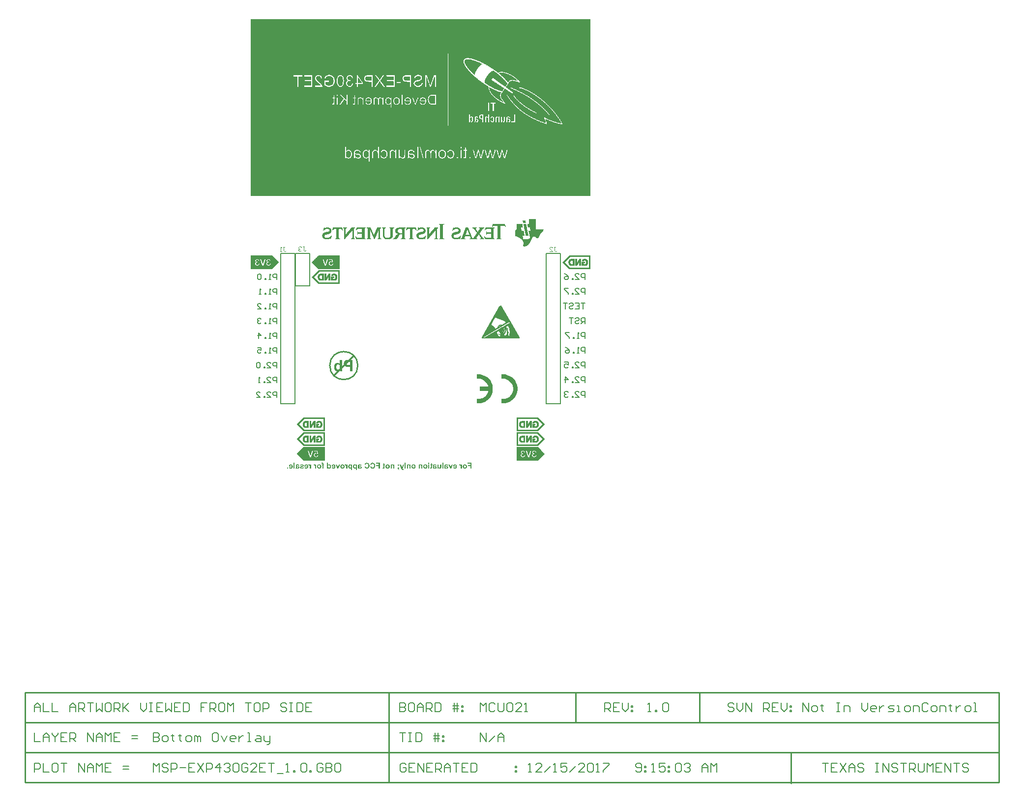
<source format=gbo>
G04 Layer_Color=9218505*
%FSAX25Y25*%
%MOIN*%
G70*
G01*
G75*
%ADD55C,0.01000*%
%ADD57C,0.00800*%
%ADD73C,0.00787*%
%ADD74C,0.00050*%
%ADD75C,0.00394*%
%ADD77C,0.00500*%
%ADD149C,0.00010*%
%ADD150C,0.00300*%
%ADD151C,0.00200*%
G36*
X0303425Y0255764D02*
X0303500Y0255759D01*
X0303569Y0255750D01*
X0303638Y0255739D01*
X0303702Y0255725D01*
X0303763Y0255709D01*
X0303821Y0255692D01*
X0303874Y0255675D01*
X0303921Y0255659D01*
X0303962Y0255642D01*
X0304001Y0255626D01*
X0304032Y0255612D01*
X0304057Y0255601D01*
X0304076Y0255592D01*
X0304087Y0255587D01*
X0304090Y0255584D01*
X0304151Y0255548D01*
X0304206Y0255509D01*
X0304259Y0255468D01*
X0304309Y0255426D01*
X0304353Y0255382D01*
X0304395Y0255340D01*
X0304433Y0255296D01*
X0304469Y0255254D01*
X0304500Y0255216D01*
X0304525Y0255180D01*
X0304547Y0255146D01*
X0304566Y0255116D01*
X0304580Y0255094D01*
X0304591Y0255074D01*
X0304597Y0255063D01*
X0304599Y0255061D01*
X0304630Y0254997D01*
X0304658Y0254933D01*
X0304683Y0254869D01*
X0304705Y0254806D01*
X0304721Y0254745D01*
X0304735Y0254686D01*
X0304746Y0254631D01*
X0304757Y0254578D01*
X0304766Y0254531D01*
X0304771Y0254487D01*
X0304774Y0254448D01*
X0304777Y0254418D01*
X0304780Y0254390D01*
Y0254371D01*
Y0254360D01*
Y0254354D01*
X0304777Y0254265D01*
X0304771Y0254182D01*
X0304763Y0254102D01*
X0304752Y0254025D01*
X0304738Y0253953D01*
X0304721Y0253886D01*
X0304708Y0253825D01*
X0304688Y0253767D01*
X0304672Y0253717D01*
X0304658Y0253670D01*
X0304641Y0253631D01*
X0304627Y0253601D01*
X0304616Y0253573D01*
X0304608Y0253556D01*
X0304602Y0253542D01*
X0304599Y0253540D01*
X0304563Y0253479D01*
X0304525Y0253423D01*
X0304483Y0253371D01*
X0304442Y0253321D01*
X0304397Y0253277D01*
X0304353Y0253235D01*
X0304311Y0253196D01*
X0304270Y0253163D01*
X0304228Y0253133D01*
X0304192Y0253108D01*
X0304159Y0253085D01*
X0304131Y0253069D01*
X0304106Y0253055D01*
X0304087Y0253044D01*
X0304076Y0253038D01*
X0304073Y0253036D01*
X0304007Y0253005D01*
X0303943Y0252980D01*
X0303876Y0252955D01*
X0303813Y0252936D01*
X0303752Y0252919D01*
X0303691Y0252905D01*
X0303633Y0252894D01*
X0303580Y0252886D01*
X0303530Y0252878D01*
X0303483Y0252872D01*
X0303444Y0252869D01*
X0303408Y0252867D01*
X0303383Y0252864D01*
X0303345D01*
X0303231Y0252869D01*
X0303123Y0252881D01*
X0303021Y0252903D01*
X0302924Y0252928D01*
X0302832Y0252961D01*
X0302749Y0252994D01*
X0302672Y0253033D01*
X0302600Y0253072D01*
X0302536Y0253108D01*
X0302481Y0253146D01*
X0302433Y0253180D01*
X0302392Y0253213D01*
X0302361Y0253238D01*
X0302339Y0253260D01*
X0302325Y0253271D01*
X0302320Y0253277D01*
X0302248Y0253357D01*
X0302184Y0253440D01*
X0302131Y0253529D01*
X0302084Y0253614D01*
X0302046Y0253703D01*
X0302012Y0253789D01*
X0301985Y0253875D01*
X0301962Y0253955D01*
X0301946Y0254030D01*
X0301935Y0254099D01*
X0301924Y0254163D01*
X0301918Y0254216D01*
X0301915Y0254260D01*
Y0254279D01*
X0301913Y0254293D01*
Y0254304D01*
Y0254313D01*
Y0254318D01*
Y0254321D01*
X0301918Y0254434D01*
X0301929Y0254545D01*
X0301949Y0254648D01*
X0301976Y0254747D01*
X0302007Y0254839D01*
X0302040Y0254925D01*
X0302076Y0255002D01*
X0302115Y0255074D01*
X0302154Y0255138D01*
X0302190Y0255193D01*
X0302223Y0255243D01*
X0302253Y0255282D01*
X0302278Y0255315D01*
X0302300Y0255338D01*
X0302311Y0255351D01*
X0302317Y0255357D01*
X0302395Y0255429D01*
X0302478Y0255493D01*
X0302561Y0255548D01*
X0302647Y0255595D01*
X0302735Y0255634D01*
X0302821Y0255667D01*
X0302904Y0255695D01*
X0302985Y0255717D01*
X0303059Y0255734D01*
X0303129Y0255745D01*
X0303192Y0255756D01*
X0303245Y0255761D01*
X0303289Y0255764D01*
X0303306D01*
X0303323Y0255767D01*
X0303350D01*
X0303425Y0255764D01*
D02*
G37*
G36*
X0311455D02*
X0311530Y0255759D01*
X0311599Y0255750D01*
X0311669Y0255739D01*
X0311732Y0255725D01*
X0311793Y0255709D01*
X0311851Y0255692D01*
X0311904Y0255675D01*
X0311951Y0255659D01*
X0311993Y0255642D01*
X0312031Y0255626D01*
X0312062Y0255612D01*
X0312087Y0255601D01*
X0312106Y0255592D01*
X0312117Y0255587D01*
X0312120Y0255584D01*
X0312181Y0255548D01*
X0312236Y0255509D01*
X0312289Y0255468D01*
X0312339Y0255426D01*
X0312383Y0255382D01*
X0312425Y0255340D01*
X0312463Y0255296D01*
X0312500Y0255254D01*
X0312530Y0255216D01*
X0312555Y0255180D01*
X0312577Y0255146D01*
X0312597Y0255116D01*
X0312610Y0255094D01*
X0312621Y0255074D01*
X0312627Y0255063D01*
X0312630Y0255061D01*
X0312660Y0254997D01*
X0312688Y0254933D01*
X0312713Y0254869D01*
X0312735Y0254806D01*
X0312752Y0254745D01*
X0312766Y0254686D01*
X0312777Y0254631D01*
X0312788Y0254578D01*
X0312796Y0254531D01*
X0312802Y0254487D01*
X0312804Y0254448D01*
X0312807Y0254418D01*
X0312810Y0254390D01*
Y0254371D01*
Y0254360D01*
Y0254354D01*
X0312807Y0254265D01*
X0312802Y0254182D01*
X0312793Y0254102D01*
X0312782Y0254025D01*
X0312768Y0253953D01*
X0312752Y0253886D01*
X0312738Y0253825D01*
X0312718Y0253767D01*
X0312702Y0253717D01*
X0312688Y0253670D01*
X0312671Y0253631D01*
X0312657Y0253601D01*
X0312646Y0253573D01*
X0312638Y0253556D01*
X0312632Y0253542D01*
X0312630Y0253540D01*
X0312594Y0253479D01*
X0312555Y0253423D01*
X0312513Y0253371D01*
X0312472Y0253321D01*
X0312427Y0253277D01*
X0312383Y0253235D01*
X0312342Y0253196D01*
X0312300Y0253163D01*
X0312259Y0253133D01*
X0312223Y0253108D01*
X0312189Y0253085D01*
X0312162Y0253069D01*
X0312137Y0253055D01*
X0312117Y0253044D01*
X0312106Y0253038D01*
X0312104Y0253036D01*
X0312037Y0253005D01*
X0311973Y0252980D01*
X0311907Y0252955D01*
X0311843Y0252936D01*
X0311782Y0252919D01*
X0311721Y0252905D01*
X0311663Y0252894D01*
X0311610Y0252886D01*
X0311561Y0252878D01*
X0311513Y0252872D01*
X0311475Y0252869D01*
X0311439Y0252867D01*
X0311414Y0252864D01*
X0311375D01*
X0311261Y0252869D01*
X0311153Y0252881D01*
X0311051Y0252903D01*
X0310954Y0252928D01*
X0310862Y0252961D01*
X0310779Y0252994D01*
X0310702Y0253033D01*
X0310630Y0253072D01*
X0310566Y0253108D01*
X0310511Y0253146D01*
X0310464Y0253180D01*
X0310422Y0253213D01*
X0310392Y0253238D01*
X0310369Y0253260D01*
X0310356Y0253271D01*
X0310350Y0253277D01*
X0310278Y0253357D01*
X0310214Y0253440D01*
X0310162Y0253529D01*
X0310115Y0253614D01*
X0310076Y0253703D01*
X0310043Y0253789D01*
X0310015Y0253875D01*
X0309993Y0253955D01*
X0309976Y0254030D01*
X0309965Y0254099D01*
X0309954Y0254163D01*
X0309948Y0254216D01*
X0309946Y0254260D01*
Y0254279D01*
X0309943Y0254293D01*
Y0254304D01*
Y0254313D01*
Y0254318D01*
Y0254321D01*
X0309948Y0254434D01*
X0309960Y0254545D01*
X0309979Y0254648D01*
X0310007Y0254747D01*
X0310037Y0254839D01*
X0310070Y0254925D01*
X0310106Y0255002D01*
X0310145Y0255074D01*
X0310184Y0255138D01*
X0310220Y0255193D01*
X0310253Y0255243D01*
X0310284Y0255282D01*
X0310309Y0255315D01*
X0310331Y0255338D01*
X0310342Y0255351D01*
X0310347Y0255357D01*
X0310425Y0255429D01*
X0310508Y0255493D01*
X0310591Y0255548D01*
X0310677Y0255595D01*
X0310766Y0255634D01*
X0310851Y0255667D01*
X0310934Y0255695D01*
X0311015Y0255717D01*
X0311090Y0255734D01*
X0311159Y0255745D01*
X0311223Y0255756D01*
X0311275Y0255761D01*
X0311319Y0255764D01*
X0311336D01*
X0311353Y0255767D01*
X0311381D01*
X0311455Y0255764D01*
D02*
G37*
G36*
X0255235D02*
X0255310Y0255759D01*
X0255379Y0255750D01*
X0255449Y0255739D01*
X0255512Y0255725D01*
X0255573Y0255709D01*
X0255631Y0255692D01*
X0255684Y0255675D01*
X0255731Y0255659D01*
X0255773Y0255642D01*
X0255812Y0255626D01*
X0255842Y0255612D01*
X0255867Y0255601D01*
X0255886Y0255592D01*
X0255897Y0255587D01*
X0255900Y0255584D01*
X0255961Y0255548D01*
X0256016Y0255509D01*
X0256069Y0255468D01*
X0256119Y0255426D01*
X0256163Y0255382D01*
X0256205Y0255340D01*
X0256244Y0255296D01*
X0256280Y0255254D01*
X0256310Y0255216D01*
X0256335Y0255180D01*
X0256357Y0255146D01*
X0256377Y0255116D01*
X0256390Y0255094D01*
X0256401Y0255074D01*
X0256407Y0255063D01*
X0256410Y0255061D01*
X0256440Y0254997D01*
X0256468Y0254933D01*
X0256493Y0254869D01*
X0256515Y0254806D01*
X0256532Y0254745D01*
X0256546Y0254686D01*
X0256557Y0254631D01*
X0256568Y0254578D01*
X0256576Y0254531D01*
X0256582Y0254487D01*
X0256584Y0254448D01*
X0256587Y0254418D01*
X0256590Y0254390D01*
Y0254371D01*
Y0254360D01*
Y0254354D01*
X0256587Y0254265D01*
X0256582Y0254182D01*
X0256573Y0254102D01*
X0256562Y0254025D01*
X0256548Y0253953D01*
X0256532Y0253886D01*
X0256518Y0253825D01*
X0256499Y0253767D01*
X0256482Y0253717D01*
X0256468Y0253670D01*
X0256451Y0253631D01*
X0256437Y0253601D01*
X0256427Y0253573D01*
X0256418Y0253556D01*
X0256413Y0253542D01*
X0256410Y0253540D01*
X0256374Y0253479D01*
X0256335Y0253423D01*
X0256294Y0253371D01*
X0256252Y0253321D01*
X0256208Y0253277D01*
X0256163Y0253235D01*
X0256122Y0253196D01*
X0256080Y0253163D01*
X0256039Y0253133D01*
X0256003Y0253108D01*
X0255969Y0253085D01*
X0255942Y0253069D01*
X0255917Y0253055D01*
X0255897Y0253044D01*
X0255886Y0253038D01*
X0255884Y0253036D01*
X0255817Y0253005D01*
X0255753Y0252980D01*
X0255687Y0252955D01*
X0255623Y0252936D01*
X0255562Y0252919D01*
X0255501Y0252905D01*
X0255443Y0252894D01*
X0255391Y0252886D01*
X0255341Y0252878D01*
X0255293Y0252872D01*
X0255255Y0252869D01*
X0255219Y0252867D01*
X0255194Y0252864D01*
X0255155D01*
X0255041Y0252869D01*
X0254933Y0252881D01*
X0254831Y0252903D01*
X0254734Y0252928D01*
X0254643Y0252961D01*
X0254559Y0252994D01*
X0254482Y0253033D01*
X0254410Y0253072D01*
X0254346Y0253108D01*
X0254291Y0253146D01*
X0254244Y0253180D01*
X0254202Y0253213D01*
X0254172Y0253238D01*
X0254150Y0253260D01*
X0254136Y0253271D01*
X0254130Y0253277D01*
X0254058Y0253357D01*
X0253994Y0253440D01*
X0253942Y0253529D01*
X0253895Y0253614D01*
X0253856Y0253703D01*
X0253823Y0253789D01*
X0253795Y0253875D01*
X0253773Y0253955D01*
X0253756Y0254030D01*
X0253745Y0254099D01*
X0253734Y0254163D01*
X0253729Y0254216D01*
X0253726Y0254260D01*
Y0254279D01*
X0253723Y0254293D01*
Y0254304D01*
Y0254313D01*
Y0254318D01*
Y0254321D01*
X0253729Y0254434D01*
X0253740Y0254545D01*
X0253759Y0254648D01*
X0253787Y0254747D01*
X0253817Y0254839D01*
X0253850Y0254925D01*
X0253886Y0255002D01*
X0253925Y0255074D01*
X0253964Y0255138D01*
X0254000Y0255193D01*
X0254033Y0255243D01*
X0254064Y0255282D01*
X0254089Y0255315D01*
X0254111Y0255338D01*
X0254122Y0255351D01*
X0254127Y0255357D01*
X0254205Y0255429D01*
X0254288Y0255493D01*
X0254371Y0255548D01*
X0254457Y0255595D01*
X0254546Y0255634D01*
X0254631Y0255667D01*
X0254715Y0255695D01*
X0254795Y0255717D01*
X0254870Y0255734D01*
X0254939Y0255745D01*
X0255003Y0255756D01*
X0255055Y0255761D01*
X0255100Y0255764D01*
X0255116D01*
X0255133Y0255767D01*
X0255161D01*
X0255235Y0255764D01*
D02*
G37*
G36*
X0285874D02*
X0285949Y0255759D01*
X0286018Y0255750D01*
X0286088Y0255739D01*
X0286151Y0255725D01*
X0286212Y0255709D01*
X0286270Y0255692D01*
X0286323Y0255675D01*
X0286370Y0255659D01*
X0286412Y0255642D01*
X0286451Y0255626D01*
X0286481Y0255612D01*
X0286506Y0255601D01*
X0286525Y0255592D01*
X0286536Y0255587D01*
X0286539Y0255584D01*
X0286600Y0255548D01*
X0286655Y0255509D01*
X0286708Y0255468D01*
X0286758Y0255426D01*
X0286802Y0255382D01*
X0286844Y0255340D01*
X0286883Y0255296D01*
X0286919Y0255254D01*
X0286949Y0255216D01*
X0286974Y0255180D01*
X0286996Y0255146D01*
X0287016Y0255116D01*
X0287029Y0255094D01*
X0287040Y0255074D01*
X0287046Y0255063D01*
X0287049Y0255061D01*
X0287079Y0254997D01*
X0287107Y0254933D01*
X0287132Y0254869D01*
X0287154Y0254806D01*
X0287171Y0254745D01*
X0287185Y0254686D01*
X0287196Y0254631D01*
X0287207Y0254578D01*
X0287215Y0254531D01*
X0287221Y0254487D01*
X0287223Y0254448D01*
X0287226Y0254418D01*
X0287229Y0254390D01*
Y0254371D01*
Y0254360D01*
Y0254354D01*
X0287226Y0254265D01*
X0287221Y0254182D01*
X0287212Y0254102D01*
X0287201Y0254025D01*
X0287187Y0253953D01*
X0287171Y0253886D01*
X0287157Y0253825D01*
X0287137Y0253767D01*
X0287121Y0253717D01*
X0287107Y0253670D01*
X0287090Y0253631D01*
X0287076Y0253601D01*
X0287065Y0253573D01*
X0287057Y0253556D01*
X0287052Y0253542D01*
X0287049Y0253540D01*
X0287013Y0253479D01*
X0286974Y0253423D01*
X0286932Y0253371D01*
X0286891Y0253321D01*
X0286847Y0253277D01*
X0286802Y0253235D01*
X0286761Y0253196D01*
X0286719Y0253163D01*
X0286678Y0253133D01*
X0286642Y0253108D01*
X0286608Y0253085D01*
X0286581Y0253069D01*
X0286556Y0253055D01*
X0286536Y0253044D01*
X0286525Y0253038D01*
X0286523Y0253036D01*
X0286456Y0253005D01*
X0286392Y0252980D01*
X0286326Y0252955D01*
X0286262Y0252936D01*
X0286201Y0252919D01*
X0286140Y0252905D01*
X0286082Y0252894D01*
X0286029Y0252886D01*
X0285980Y0252878D01*
X0285932Y0252872D01*
X0285894Y0252869D01*
X0285858Y0252867D01*
X0285833Y0252864D01*
X0285794D01*
X0285680Y0252869D01*
X0285572Y0252881D01*
X0285470Y0252903D01*
X0285373Y0252928D01*
X0285281Y0252961D01*
X0285198Y0252994D01*
X0285121Y0253033D01*
X0285049Y0253072D01*
X0284985Y0253108D01*
X0284930Y0253146D01*
X0284883Y0253180D01*
X0284841Y0253213D01*
X0284811Y0253238D01*
X0284788Y0253260D01*
X0284775Y0253271D01*
X0284769Y0253277D01*
X0284697Y0253357D01*
X0284633Y0253440D01*
X0284581Y0253529D01*
X0284534Y0253614D01*
X0284495Y0253703D01*
X0284462Y0253789D01*
X0284434Y0253875D01*
X0284412Y0253955D01*
X0284395Y0254030D01*
X0284384Y0254099D01*
X0284373Y0254163D01*
X0284367Y0254216D01*
X0284365Y0254260D01*
Y0254279D01*
X0284362Y0254293D01*
Y0254304D01*
Y0254313D01*
Y0254318D01*
Y0254321D01*
X0284367Y0254434D01*
X0284379Y0254545D01*
X0284398Y0254648D01*
X0284426Y0254747D01*
X0284456Y0254839D01*
X0284489Y0254925D01*
X0284525Y0255002D01*
X0284564Y0255074D01*
X0284603Y0255138D01*
X0284639Y0255193D01*
X0284672Y0255243D01*
X0284703Y0255282D01*
X0284728Y0255315D01*
X0284750Y0255338D01*
X0284761Y0255351D01*
X0284766Y0255357D01*
X0284844Y0255429D01*
X0284927Y0255493D01*
X0285010Y0255548D01*
X0285096Y0255595D01*
X0285185Y0255634D01*
X0285271Y0255667D01*
X0285354Y0255695D01*
X0285434Y0255717D01*
X0285509Y0255734D01*
X0285578Y0255745D01*
X0285642Y0255756D01*
X0285694Y0255761D01*
X0285739Y0255764D01*
X0285755D01*
X0285772Y0255767D01*
X0285800D01*
X0285874Y0255764D01*
D02*
G37*
G36*
X0331624Y0255761D02*
X0331721Y0255750D01*
X0331812Y0255731D01*
X0331898Y0255706D01*
X0331978Y0255675D01*
X0332053Y0255642D01*
X0332122Y0255606D01*
X0332186Y0255570D01*
X0332241Y0255534D01*
X0332291Y0255498D01*
X0332335Y0255465D01*
X0332371Y0255434D01*
X0332399Y0255410D01*
X0332419Y0255390D01*
X0332430Y0255379D01*
X0332435Y0255374D01*
X0332499Y0255296D01*
X0332554Y0255216D01*
X0332601Y0255130D01*
X0332643Y0255041D01*
X0332679Y0254950D01*
X0332707Y0254861D01*
X0332732Y0254772D01*
X0332751Y0254686D01*
X0332765Y0254606D01*
X0332776Y0254531D01*
X0332784Y0254465D01*
X0332790Y0254407D01*
X0332793Y0254382D01*
Y0254360D01*
Y0254340D01*
X0332795Y0254324D01*
Y0254310D01*
Y0254302D01*
Y0254296D01*
Y0254293D01*
X0332793Y0254188D01*
X0332784Y0254085D01*
X0332770Y0253989D01*
X0332751Y0253900D01*
X0332732Y0253814D01*
X0332710Y0253736D01*
X0332684Y0253664D01*
X0332657Y0253598D01*
X0332632Y0253537D01*
X0332607Y0253484D01*
X0332585Y0253440D01*
X0332563Y0253404D01*
X0332546Y0253374D01*
X0332532Y0253351D01*
X0332524Y0253340D01*
X0332521Y0253335D01*
X0332452Y0253252D01*
X0332374Y0253180D01*
X0332294Y0253116D01*
X0332208Y0253063D01*
X0332119Y0253016D01*
X0332031Y0252980D01*
X0331942Y0252947D01*
X0331856Y0252922D01*
X0331773Y0252903D01*
X0331696Y0252889D01*
X0331629Y0252878D01*
X0331568Y0252872D01*
X0331540Y0252869D01*
X0331518Y0252867D01*
X0331499D01*
X0331480Y0252864D01*
X0331449D01*
X0331366Y0252867D01*
X0331286Y0252872D01*
X0331208Y0252883D01*
X0331136Y0252897D01*
X0331070Y0252911D01*
X0331006Y0252930D01*
X0330950Y0252950D01*
X0330898Y0252969D01*
X0330851Y0252989D01*
X0330806Y0253005D01*
X0330773Y0253025D01*
X0330743Y0253038D01*
X0330718Y0253052D01*
X0330701Y0253063D01*
X0330690Y0253069D01*
X0330687Y0253072D01*
X0330632Y0253113D01*
X0330579Y0253157D01*
X0330532Y0253207D01*
X0330488Y0253257D01*
X0330449Y0253307D01*
X0330410Y0253360D01*
X0330377Y0253410D01*
X0330349Y0253459D01*
X0330322Y0253504D01*
X0330300Y0253548D01*
X0330280Y0253587D01*
X0330266Y0253620D01*
X0330253Y0253648D01*
X0330244Y0253670D01*
X0330241Y0253681D01*
X0330239Y0253686D01*
X0330970Y0253808D01*
X0330995Y0253734D01*
X0331023Y0253673D01*
X0331053Y0253620D01*
X0331083Y0253578D01*
X0331108Y0253545D01*
X0331131Y0253523D01*
X0331144Y0253509D01*
X0331147Y0253504D01*
X0331150D01*
X0331197Y0253473D01*
X0331244Y0253451D01*
X0331294Y0253434D01*
X0331338Y0253423D01*
X0331380Y0253418D01*
X0331410Y0253415D01*
X0331424Y0253412D01*
X0331441D01*
X0331488Y0253415D01*
X0331532Y0253421D01*
X0331574Y0253429D01*
X0331615Y0253440D01*
X0331687Y0253470D01*
X0331721Y0253484D01*
X0331748Y0253504D01*
X0331776Y0253520D01*
X0331798Y0253534D01*
X0331820Y0253551D01*
X0331837Y0253565D01*
X0331851Y0253576D01*
X0331859Y0253584D01*
X0331865Y0253590D01*
X0331867Y0253592D01*
X0331898Y0253628D01*
X0331923Y0253667D01*
X0331945Y0253709D01*
X0331967Y0253750D01*
X0331984Y0253792D01*
X0331998Y0253833D01*
X0332017Y0253916D01*
X0332025Y0253955D01*
X0332031Y0253989D01*
X0332036Y0254022D01*
X0332039Y0254049D01*
Y0254072D01*
X0332042Y0254088D01*
Y0254099D01*
Y0254102D01*
X0330200D01*
X0330203Y0254254D01*
X0330211Y0254398D01*
X0330228Y0254531D01*
X0330247Y0254653D01*
X0330275Y0254767D01*
X0330302Y0254869D01*
X0330336Y0254963D01*
X0330369Y0255047D01*
X0330402Y0255119D01*
X0330433Y0255182D01*
X0330463Y0255235D01*
X0330491Y0255279D01*
X0330513Y0255312D01*
X0330529Y0255338D01*
X0330543Y0255351D01*
X0330546Y0255357D01*
X0330615Y0255429D01*
X0330690Y0255493D01*
X0330768Y0255548D01*
X0330848Y0255595D01*
X0330931Y0255634D01*
X0331012Y0255667D01*
X0331092Y0255695D01*
X0331167Y0255717D01*
X0331239Y0255734D01*
X0331308Y0255745D01*
X0331366Y0255756D01*
X0331419Y0255761D01*
X0331463Y0255764D01*
X0331480D01*
X0331493Y0255767D01*
X0331521D01*
X0331624Y0255761D01*
D02*
G37*
G36*
X0249213D02*
X0249310Y0255750D01*
X0249402Y0255731D01*
X0249488Y0255706D01*
X0249568Y0255675D01*
X0249643Y0255642D01*
X0249712Y0255606D01*
X0249776Y0255570D01*
X0249831Y0255534D01*
X0249881Y0255498D01*
X0249925Y0255465D01*
X0249961Y0255434D01*
X0249989Y0255410D01*
X0250008Y0255390D01*
X0250019Y0255379D01*
X0250025Y0255374D01*
X0250089Y0255296D01*
X0250144Y0255216D01*
X0250191Y0255130D01*
X0250233Y0255041D01*
X0250269Y0254950D01*
X0250296Y0254861D01*
X0250321Y0254772D01*
X0250341Y0254686D01*
X0250355Y0254606D01*
X0250366Y0254531D01*
X0250374Y0254465D01*
X0250379Y0254407D01*
X0250382Y0254382D01*
Y0254360D01*
Y0254340D01*
X0250385Y0254324D01*
Y0254310D01*
Y0254302D01*
Y0254296D01*
Y0254293D01*
X0250382Y0254188D01*
X0250374Y0254085D01*
X0250360Y0253989D01*
X0250341Y0253900D01*
X0250321Y0253814D01*
X0250299Y0253736D01*
X0250274Y0253664D01*
X0250247Y0253598D01*
X0250222Y0253537D01*
X0250197Y0253484D01*
X0250175Y0253440D01*
X0250152Y0253404D01*
X0250136Y0253374D01*
X0250122Y0253351D01*
X0250114Y0253340D01*
X0250111Y0253335D01*
X0250042Y0253252D01*
X0249964Y0253180D01*
X0249884Y0253116D01*
X0249798Y0253063D01*
X0249709Y0253016D01*
X0249621Y0252980D01*
X0249532Y0252947D01*
X0249446Y0252922D01*
X0249363Y0252903D01*
X0249285Y0252889D01*
X0249219Y0252878D01*
X0249158Y0252872D01*
X0249130Y0252869D01*
X0249108Y0252867D01*
X0249089D01*
X0249069Y0252864D01*
X0249039D01*
X0248956Y0252867D01*
X0248875Y0252872D01*
X0248798Y0252883D01*
X0248726Y0252897D01*
X0248659Y0252911D01*
X0248596Y0252930D01*
X0248540Y0252950D01*
X0248488Y0252969D01*
X0248441Y0252989D01*
X0248396Y0253005D01*
X0248363Y0253025D01*
X0248333Y0253038D01*
X0248308Y0253052D01*
X0248291Y0253063D01*
X0248280Y0253069D01*
X0248277Y0253072D01*
X0248222Y0253113D01*
X0248169Y0253157D01*
X0248122Y0253207D01*
X0248078Y0253257D01*
X0248039Y0253307D01*
X0248000Y0253360D01*
X0247967Y0253410D01*
X0247939Y0253459D01*
X0247912Y0253504D01*
X0247889Y0253548D01*
X0247870Y0253587D01*
X0247856Y0253620D01*
X0247842Y0253648D01*
X0247834Y0253670D01*
X0247831Y0253681D01*
X0247828Y0253686D01*
X0248560Y0253808D01*
X0248585Y0253734D01*
X0248612Y0253673D01*
X0248643Y0253620D01*
X0248673Y0253578D01*
X0248698Y0253545D01*
X0248720Y0253523D01*
X0248734Y0253509D01*
X0248737Y0253504D01*
X0248740D01*
X0248787Y0253473D01*
X0248834Y0253451D01*
X0248884Y0253434D01*
X0248928Y0253423D01*
X0248970Y0253418D01*
X0249000Y0253415D01*
X0249014Y0253412D01*
X0249030D01*
X0249078Y0253415D01*
X0249122Y0253421D01*
X0249164Y0253429D01*
X0249205Y0253440D01*
X0249277Y0253470D01*
X0249310Y0253484D01*
X0249338Y0253504D01*
X0249366Y0253520D01*
X0249388Y0253534D01*
X0249410Y0253551D01*
X0249427Y0253565D01*
X0249441Y0253576D01*
X0249449Y0253584D01*
X0249454Y0253590D01*
X0249457Y0253592D01*
X0249488Y0253628D01*
X0249513Y0253667D01*
X0249535Y0253709D01*
X0249557Y0253750D01*
X0249573Y0253792D01*
X0249587Y0253833D01*
X0249607Y0253916D01*
X0249615Y0253955D01*
X0249621Y0253989D01*
X0249626Y0254022D01*
X0249629Y0254049D01*
Y0254072D01*
X0249632Y0254088D01*
Y0254099D01*
Y0254102D01*
X0247790D01*
X0247792Y0254254D01*
X0247801Y0254398D01*
X0247817Y0254531D01*
X0247837Y0254653D01*
X0247864Y0254767D01*
X0247892Y0254869D01*
X0247925Y0254963D01*
X0247959Y0255047D01*
X0247992Y0255119D01*
X0248022Y0255182D01*
X0248053Y0255235D01*
X0248080Y0255279D01*
X0248103Y0255312D01*
X0248119Y0255338D01*
X0248133Y0255351D01*
X0248136Y0255357D01*
X0248205Y0255429D01*
X0248280Y0255493D01*
X0248357Y0255548D01*
X0248438Y0255595D01*
X0248521Y0255634D01*
X0248601Y0255667D01*
X0248681Y0255695D01*
X0248756Y0255717D01*
X0248828Y0255734D01*
X0248898Y0255745D01*
X0248956Y0255756D01*
X0249008Y0255761D01*
X0249053Y0255764D01*
X0249069D01*
X0249083Y0255767D01*
X0249111D01*
X0249213Y0255761D01*
D02*
G37*
G36*
X0338238Y0255764D02*
X0338313Y0255759D01*
X0338382Y0255750D01*
X0338452Y0255739D01*
X0338515Y0255725D01*
X0338576Y0255709D01*
X0338634Y0255692D01*
X0338687Y0255675D01*
X0338734Y0255659D01*
X0338776Y0255642D01*
X0338815Y0255626D01*
X0338845Y0255612D01*
X0338870Y0255601D01*
X0338889Y0255592D01*
X0338900Y0255587D01*
X0338903Y0255584D01*
X0338964Y0255548D01*
X0339019Y0255509D01*
X0339072Y0255468D01*
X0339122Y0255426D01*
X0339166Y0255382D01*
X0339208Y0255340D01*
X0339247Y0255296D01*
X0339283Y0255254D01*
X0339313Y0255216D01*
X0339338Y0255180D01*
X0339360Y0255146D01*
X0339380Y0255116D01*
X0339393Y0255094D01*
X0339405Y0255074D01*
X0339410Y0255063D01*
X0339413Y0255061D01*
X0339443Y0254997D01*
X0339471Y0254933D01*
X0339496Y0254869D01*
X0339518Y0254806D01*
X0339535Y0254745D01*
X0339549Y0254686D01*
X0339560Y0254631D01*
X0339571Y0254578D01*
X0339579Y0254531D01*
X0339585Y0254487D01*
X0339587Y0254448D01*
X0339590Y0254418D01*
X0339593Y0254390D01*
Y0254371D01*
Y0254360D01*
Y0254354D01*
X0339590Y0254265D01*
X0339585Y0254182D01*
X0339576Y0254102D01*
X0339565Y0254025D01*
X0339551Y0253953D01*
X0339535Y0253886D01*
X0339521Y0253825D01*
X0339502Y0253767D01*
X0339485Y0253717D01*
X0339471Y0253670D01*
X0339454Y0253631D01*
X0339441Y0253601D01*
X0339429Y0253573D01*
X0339421Y0253556D01*
X0339416Y0253542D01*
X0339413Y0253540D01*
X0339377Y0253479D01*
X0339338Y0253423D01*
X0339297Y0253371D01*
X0339255Y0253321D01*
X0339211Y0253277D01*
X0339166Y0253235D01*
X0339125Y0253196D01*
X0339083Y0253163D01*
X0339042Y0253133D01*
X0339006Y0253108D01*
X0338972Y0253085D01*
X0338945Y0253069D01*
X0338920Y0253055D01*
X0338900Y0253044D01*
X0338889Y0253038D01*
X0338887Y0253036D01*
X0338820Y0253005D01*
X0338756Y0252980D01*
X0338690Y0252955D01*
X0338626Y0252936D01*
X0338565Y0252919D01*
X0338504Y0252905D01*
X0338446Y0252894D01*
X0338393Y0252886D01*
X0338344Y0252878D01*
X0338297Y0252872D01*
X0338258Y0252869D01*
X0338222Y0252867D01*
X0338197Y0252864D01*
X0338158D01*
X0338045Y0252869D01*
X0337936Y0252881D01*
X0337834Y0252903D01*
X0337737Y0252928D01*
X0337646Y0252961D01*
X0337562Y0252994D01*
X0337485Y0253033D01*
X0337413Y0253072D01*
X0337349Y0253108D01*
X0337294Y0253146D01*
X0337247Y0253180D01*
X0337205Y0253213D01*
X0337175Y0253238D01*
X0337153Y0253260D01*
X0337139Y0253271D01*
X0337133Y0253277D01*
X0337061Y0253357D01*
X0336997Y0253440D01*
X0336945Y0253529D01*
X0336898Y0253614D01*
X0336859Y0253703D01*
X0336826Y0253789D01*
X0336798Y0253875D01*
X0336776Y0253955D01*
X0336759Y0254030D01*
X0336748Y0254099D01*
X0336737Y0254163D01*
X0336732Y0254216D01*
X0336729Y0254260D01*
Y0254279D01*
X0336726Y0254293D01*
Y0254304D01*
Y0254313D01*
Y0254318D01*
Y0254321D01*
X0336732Y0254434D01*
X0336743Y0254545D01*
X0336762Y0254648D01*
X0336790Y0254747D01*
X0336820Y0254839D01*
X0336853Y0254925D01*
X0336889Y0255002D01*
X0336928Y0255074D01*
X0336967Y0255138D01*
X0337003Y0255193D01*
X0337036Y0255243D01*
X0337067Y0255282D01*
X0337092Y0255315D01*
X0337114Y0255338D01*
X0337125Y0255351D01*
X0337130Y0255357D01*
X0337208Y0255429D01*
X0337291Y0255493D01*
X0337374Y0255548D01*
X0337460Y0255595D01*
X0337549Y0255634D01*
X0337634Y0255667D01*
X0337718Y0255695D01*
X0337798Y0255717D01*
X0337873Y0255734D01*
X0337942Y0255745D01*
X0338006Y0255756D01*
X0338058Y0255761D01*
X0338103Y0255764D01*
X0338119D01*
X0338136Y0255767D01*
X0338164D01*
X0338238Y0255764D01*
D02*
G37*
G36*
X0322175Y0253947D02*
Y0253875D01*
X0322170Y0253808D01*
X0322167Y0253745D01*
X0322159Y0253684D01*
X0322153Y0253628D01*
X0322145Y0253578D01*
X0322136Y0253531D01*
X0322125Y0253490D01*
X0322117Y0253454D01*
X0322109Y0253421D01*
X0322100Y0253393D01*
X0322092Y0253371D01*
X0322087Y0253351D01*
X0322081Y0253340D01*
X0322078Y0253332D01*
Y0253329D01*
X0322059Y0253288D01*
X0322037Y0253252D01*
X0321987Y0253182D01*
X0321931Y0253124D01*
X0321879Y0253074D01*
X0321832Y0253036D01*
X0321812Y0253022D01*
X0321793Y0253008D01*
X0321779Y0253000D01*
X0321765Y0252991D01*
X0321760Y0252989D01*
X0321757Y0252986D01*
X0321715Y0252964D01*
X0321671Y0252947D01*
X0321582Y0252917D01*
X0321499Y0252894D01*
X0321422Y0252881D01*
X0321386Y0252875D01*
X0321353Y0252869D01*
X0321325Y0252867D01*
X0321300D01*
X0321281Y0252864D01*
X0321253D01*
X0321203Y0252867D01*
X0321150Y0252869D01*
X0321056Y0252883D01*
X0320968Y0252905D01*
X0320926Y0252917D01*
X0320890Y0252928D01*
X0320854Y0252939D01*
X0320823Y0252950D01*
X0320798Y0252961D01*
X0320774Y0252972D01*
X0320757Y0252980D01*
X0320743Y0252986D01*
X0320735Y0252991D01*
X0320732D01*
X0320643Y0253044D01*
X0320563Y0253099D01*
X0320497Y0253157D01*
X0320466Y0253188D01*
X0320438Y0253216D01*
X0320413Y0253241D01*
X0320391Y0253266D01*
X0320372Y0253288D01*
X0320358Y0253307D01*
X0320347Y0253321D01*
X0320339Y0253332D01*
X0320333Y0253340D01*
X0320330Y0253343D01*
Y0252928D01*
X0319649D01*
Y0255706D01*
X0320383D01*
Y0254534D01*
Y0254426D01*
X0320386Y0254329D01*
X0320389Y0254243D01*
X0320391Y0254166D01*
X0320397Y0254094D01*
X0320400Y0254033D01*
X0320405Y0253980D01*
X0320411Y0253936D01*
X0320416Y0253894D01*
X0320422Y0253864D01*
X0320425Y0253836D01*
X0320430Y0253817D01*
X0320433Y0253803D01*
X0320436Y0253792D01*
X0320438Y0253786D01*
Y0253783D01*
X0320463Y0253728D01*
X0320494Y0253678D01*
X0320527Y0253637D01*
X0320560Y0253598D01*
X0320594Y0253570D01*
X0320618Y0253548D01*
X0320630Y0253540D01*
X0320638Y0253534D01*
X0320641Y0253529D01*
X0320643D01*
X0320702Y0253495D01*
X0320760Y0253470D01*
X0320815Y0253451D01*
X0320868Y0253440D01*
X0320915Y0253432D01*
X0320934Y0253429D01*
X0320948D01*
X0320962Y0253426D01*
X0320981D01*
X0321040Y0253429D01*
X0321095Y0253437D01*
X0321142Y0253451D01*
X0321181Y0253465D01*
X0321211Y0253476D01*
X0321236Y0253490D01*
X0321250Y0253498D01*
X0321255Y0253501D01*
X0321291Y0253531D01*
X0321322Y0253567D01*
X0321347Y0253601D01*
X0321369Y0253637D01*
X0321383Y0253664D01*
X0321394Y0253689D01*
X0321400Y0253706D01*
X0321402Y0253709D01*
Y0253712D01*
X0321408Y0253742D01*
X0321416Y0253781D01*
X0321419Y0253828D01*
X0321425Y0253880D01*
X0321427Y0253936D01*
X0321433Y0253997D01*
X0321436Y0254121D01*
X0321438Y0254180D01*
Y0254238D01*
X0321441Y0254290D01*
Y0254335D01*
Y0254374D01*
Y0254404D01*
Y0254415D01*
Y0254423D01*
Y0254426D01*
Y0254429D01*
Y0255706D01*
X0322175D01*
Y0253947D01*
D02*
G37*
G36*
X0245380Y0255379D02*
X0245446Y0255448D01*
X0245513Y0255506D01*
X0245579Y0255559D01*
X0245648Y0255603D01*
X0245718Y0255642D01*
X0245784Y0255673D01*
X0245848Y0255698D01*
X0245912Y0255720D01*
X0245967Y0255734D01*
X0246020Y0255747D01*
X0246067Y0255756D01*
X0246108Y0255761D01*
X0246141Y0255764D01*
X0246166Y0255767D01*
X0246186D01*
X0246280Y0255764D01*
X0246369Y0255750D01*
X0246452Y0255734D01*
X0246532Y0255709D01*
X0246607Y0255681D01*
X0246676Y0255650D01*
X0246740Y0255617D01*
X0246798Y0255584D01*
X0246851Y0255548D01*
X0246895Y0255515D01*
X0246936Y0255484D01*
X0246967Y0255457D01*
X0246995Y0255432D01*
X0247011Y0255415D01*
X0247025Y0255404D01*
X0247028Y0255398D01*
X0247086Y0255326D01*
X0247136Y0255246D01*
X0247180Y0255163D01*
X0247219Y0255074D01*
X0247249Y0254986D01*
X0247277Y0254897D01*
X0247299Y0254808D01*
X0247316Y0254722D01*
X0247330Y0254642D01*
X0247341Y0254567D01*
X0247346Y0254498D01*
X0247352Y0254440D01*
X0247355Y0254415D01*
Y0254390D01*
X0247358Y0254371D01*
Y0254354D01*
Y0254340D01*
Y0254332D01*
Y0254326D01*
Y0254324D01*
X0247355Y0254199D01*
X0247344Y0254080D01*
X0247327Y0253969D01*
X0247305Y0253864D01*
X0247277Y0253770D01*
X0247249Y0253681D01*
X0247219Y0253601D01*
X0247186Y0253529D01*
X0247155Y0253462D01*
X0247125Y0253407D01*
X0247094Y0253360D01*
X0247069Y0253321D01*
X0247047Y0253290D01*
X0247031Y0253266D01*
X0247020Y0253254D01*
X0247017Y0253249D01*
X0246950Y0253182D01*
X0246884Y0253121D01*
X0246815Y0253072D01*
X0246745Y0253027D01*
X0246676Y0252989D01*
X0246607Y0252958D01*
X0246540Y0252933D01*
X0246479Y0252911D01*
X0246421Y0252897D01*
X0246366Y0252883D01*
X0246319Y0252875D01*
X0246277Y0252869D01*
X0246244Y0252867D01*
X0246219Y0252864D01*
X0246197D01*
X0246108Y0252869D01*
X0246025Y0252883D01*
X0245945Y0252900D01*
X0245876Y0252922D01*
X0245845Y0252933D01*
X0245817Y0252944D01*
X0245792Y0252953D01*
X0245770Y0252961D01*
X0245754Y0252969D01*
X0245743Y0252975D01*
X0245734Y0252980D01*
X0245731D01*
X0245687Y0253002D01*
X0245648Y0253030D01*
X0245571Y0253085D01*
X0245502Y0253144D01*
X0245441Y0253202D01*
X0245416Y0253229D01*
X0245393Y0253254D01*
X0245374Y0253277D01*
X0245357Y0253296D01*
X0245344Y0253313D01*
X0245335Y0253324D01*
X0245330Y0253332D01*
X0245327Y0253335D01*
Y0252928D01*
X0244646D01*
Y0256761D01*
X0245380D01*
Y0255379D01*
D02*
G37*
G36*
X0271789Y0256822D02*
X0271861Y0256819D01*
X0272002Y0256803D01*
X0272132Y0256775D01*
X0272257Y0256742D01*
X0272373Y0256703D01*
X0272479Y0256656D01*
X0272578Y0256609D01*
X0272667Y0256559D01*
X0272744Y0256509D01*
X0272814Y0256462D01*
X0272875Y0256418D01*
X0272925Y0256376D01*
X0272963Y0256343D01*
X0272991Y0256315D01*
X0272999Y0256307D01*
X0273008Y0256299D01*
X0273010Y0256296D01*
X0273013Y0256293D01*
X0273058Y0256243D01*
X0273099Y0256191D01*
X0273177Y0256077D01*
X0273240Y0255961D01*
X0273299Y0255839D01*
X0273346Y0255714D01*
X0273387Y0255592D01*
X0273418Y0255470D01*
X0273445Y0255351D01*
X0273465Y0255241D01*
X0273481Y0255138D01*
X0273487Y0255091D01*
X0273492Y0255047D01*
X0273495Y0255005D01*
X0273498Y0254966D01*
X0273501Y0254930D01*
X0273503Y0254900D01*
Y0254872D01*
X0273506Y0254850D01*
Y0254833D01*
Y0254819D01*
Y0254811D01*
Y0254808D01*
X0273503Y0254725D01*
X0273501Y0254642D01*
X0273484Y0254487D01*
X0273462Y0254340D01*
X0273429Y0254205D01*
X0273393Y0254077D01*
X0273351Y0253958D01*
X0273307Y0253853D01*
X0273260Y0253756D01*
X0273215Y0253670D01*
X0273171Y0253595D01*
X0273149Y0253562D01*
X0273130Y0253531D01*
X0273110Y0253504D01*
X0273094Y0253479D01*
X0273077Y0253457D01*
X0273060Y0253437D01*
X0273049Y0253421D01*
X0273038Y0253407D01*
X0273027Y0253396D01*
X0273022Y0253387D01*
X0273016Y0253385D01*
Y0253382D01*
X0272969Y0253335D01*
X0272922Y0253290D01*
X0272872Y0253249D01*
X0272822Y0253210D01*
X0272717Y0253141D01*
X0272614Y0253080D01*
X0272506Y0253030D01*
X0272404Y0252989D01*
X0272301Y0252953D01*
X0272204Y0252928D01*
X0272113Y0252905D01*
X0272030Y0252889D01*
X0271952Y0252878D01*
X0271919Y0252872D01*
X0271889Y0252869D01*
X0271861Y0252867D01*
X0271836Y0252864D01*
X0271814D01*
X0271794Y0252861D01*
X0271761D01*
X0271648Y0252864D01*
X0271540Y0252875D01*
X0271437Y0252889D01*
X0271343Y0252908D01*
X0271252Y0252933D01*
X0271168Y0252958D01*
X0271091Y0252986D01*
X0271022Y0253013D01*
X0270958Y0253041D01*
X0270902Y0253069D01*
X0270855Y0253097D01*
X0270817Y0253119D01*
X0270786Y0253138D01*
X0270764Y0253152D01*
X0270750Y0253163D01*
X0270745Y0253166D01*
X0270673Y0253227D01*
X0270603Y0253293D01*
X0270542Y0253365D01*
X0270484Y0253440D01*
X0270432Y0253518D01*
X0270385Y0253595D01*
X0270343Y0253673D01*
X0270307Y0253748D01*
X0270274Y0253817D01*
X0270246Y0253883D01*
X0270221Y0253944D01*
X0270202Y0253997D01*
X0270188Y0254038D01*
X0270182Y0254058D01*
X0270177Y0254072D01*
X0270174Y0254083D01*
X0270171Y0254091D01*
X0270168Y0254097D01*
Y0254099D01*
X0270919Y0254338D01*
X0270938Y0254260D01*
X0270961Y0254188D01*
X0270986Y0254124D01*
X0271010Y0254061D01*
X0271035Y0254005D01*
X0271063Y0253955D01*
X0271091Y0253908D01*
X0271116Y0253869D01*
X0271141Y0253833D01*
X0271163Y0253803D01*
X0271185Y0253775D01*
X0271204Y0253756D01*
X0271218Y0253739D01*
X0271229Y0253725D01*
X0271238Y0253720D01*
X0271240Y0253717D01*
X0271282Y0253684D01*
X0271326Y0253653D01*
X0271371Y0253628D01*
X0271418Y0253606D01*
X0271462Y0253587D01*
X0271506Y0253570D01*
X0271548Y0253556D01*
X0271587Y0253548D01*
X0271625Y0253540D01*
X0271661Y0253534D01*
X0271692Y0253529D01*
X0271717Y0253526D01*
X0271739Y0253523D01*
X0271769D01*
X0271847Y0253526D01*
X0271919Y0253537D01*
X0271988Y0253551D01*
X0272052Y0253570D01*
X0272113Y0253595D01*
X0272168Y0253620D01*
X0272218Y0253648D01*
X0272265Y0253678D01*
X0272307Y0253706D01*
X0272343Y0253734D01*
X0272376Y0253759D01*
X0272401Y0253783D01*
X0272420Y0253803D01*
X0272437Y0253817D01*
X0272445Y0253828D01*
X0272448Y0253831D01*
X0272495Y0253894D01*
X0272534Y0253963D01*
X0272570Y0254041D01*
X0272598Y0254121D01*
X0272623Y0254207D01*
X0272645Y0254293D01*
X0272661Y0254379D01*
X0272675Y0254462D01*
X0272686Y0254542D01*
X0272695Y0254617D01*
X0272700Y0254686D01*
X0272703Y0254745D01*
X0272706Y0254772D01*
Y0254795D01*
X0272709Y0254814D01*
Y0254833D01*
Y0254844D01*
Y0254855D01*
Y0254861D01*
Y0254864D01*
X0272706Y0254988D01*
X0272697Y0255105D01*
X0272684Y0255210D01*
X0272667Y0255310D01*
X0272648Y0255398D01*
X0272625Y0255479D01*
X0272601Y0255554D01*
X0272576Y0255617D01*
X0272553Y0255675D01*
X0272529Y0255722D01*
X0272506Y0255764D01*
X0272487Y0255797D01*
X0272470Y0255822D01*
X0272456Y0255842D01*
X0272448Y0255853D01*
X0272445Y0255855D01*
X0272393Y0255911D01*
X0272340Y0255958D01*
X0272282Y0255997D01*
X0272227Y0256033D01*
X0272168Y0256063D01*
X0272110Y0256088D01*
X0272055Y0256107D01*
X0271999Y0256124D01*
X0271950Y0256138D01*
X0271902Y0256146D01*
X0271861Y0256155D01*
X0271825Y0256157D01*
X0271797Y0256160D01*
X0271775Y0256163D01*
X0271756D01*
X0271697Y0256160D01*
X0271645Y0256155D01*
X0271592Y0256146D01*
X0271542Y0256135D01*
X0271498Y0256121D01*
X0271454Y0256107D01*
X0271415Y0256091D01*
X0271376Y0256077D01*
X0271346Y0256060D01*
X0271315Y0256044D01*
X0271290Y0256030D01*
X0271271Y0256016D01*
X0271254Y0256005D01*
X0271240Y0255997D01*
X0271235Y0255991D01*
X0271232Y0255988D01*
X0271193Y0255955D01*
X0271157Y0255919D01*
X0271124Y0255880D01*
X0271096Y0255842D01*
X0271071Y0255803D01*
X0271046Y0255764D01*
X0271008Y0255689D01*
X0270994Y0255656D01*
X0270980Y0255623D01*
X0270969Y0255595D01*
X0270961Y0255570D01*
X0270955Y0255548D01*
X0270950Y0255534D01*
X0270947Y0255523D01*
Y0255520D01*
X0270180Y0255703D01*
X0270204Y0255786D01*
X0270235Y0255867D01*
X0270265Y0255939D01*
X0270296Y0256008D01*
X0270329Y0256069D01*
X0270362Y0256127D01*
X0270396Y0256179D01*
X0270426Y0256227D01*
X0270457Y0256268D01*
X0270484Y0256304D01*
X0270509Y0256337D01*
X0270531Y0256362D01*
X0270548Y0256382D01*
X0270562Y0256396D01*
X0270570Y0256404D01*
X0270573Y0256407D01*
X0270659Y0256482D01*
X0270747Y0256545D01*
X0270842Y0256601D01*
X0270936Y0256648D01*
X0271033Y0256689D01*
X0271127Y0256722D01*
X0271221Y0256750D01*
X0271310Y0256772D01*
X0271393Y0256789D01*
X0271470Y0256803D01*
X0271537Y0256811D01*
X0271598Y0256819D01*
X0271623D01*
X0271648Y0256822D01*
X0271667D01*
X0271684Y0256825D01*
X0271714D01*
X0271789Y0256822D01*
D02*
G37*
G36*
X0315876Y0256257D02*
Y0255706D01*
X0316214D01*
Y0255121D01*
X0315876D01*
Y0253908D01*
Y0253839D01*
Y0253775D01*
X0315873Y0253714D01*
Y0253662D01*
X0315871Y0253614D01*
X0315868Y0253573D01*
Y0253534D01*
X0315865Y0253504D01*
X0315862Y0253476D01*
X0315860Y0253451D01*
Y0253432D01*
X0315857Y0253415D01*
Y0253404D01*
X0315854Y0253396D01*
Y0253393D01*
Y0253390D01*
X0315843Y0253326D01*
X0315826Y0253268D01*
X0315810Y0253218D01*
X0315793Y0253177D01*
X0315776Y0253146D01*
X0315763Y0253121D01*
X0315754Y0253108D01*
X0315752Y0253102D01*
X0315721Y0253063D01*
X0315682Y0253030D01*
X0315646Y0253002D01*
X0315608Y0252977D01*
X0315571Y0252958D01*
X0315544Y0252941D01*
X0315533Y0252936D01*
X0315524Y0252933D01*
X0315522Y0252930D01*
X0315519D01*
X0315458Y0252908D01*
X0315394Y0252892D01*
X0315336Y0252881D01*
X0315281Y0252872D01*
X0315231Y0252867D01*
X0315211D01*
X0315195Y0252864D01*
X0315161D01*
X0315042Y0252869D01*
X0314934Y0252881D01*
X0314882Y0252889D01*
X0314835Y0252897D01*
X0314790Y0252908D01*
X0314749Y0252919D01*
X0314713Y0252928D01*
X0314680Y0252939D01*
X0314649Y0252947D01*
X0314624Y0252955D01*
X0314605Y0252961D01*
X0314591Y0252966D01*
X0314583Y0252972D01*
X0314580D01*
X0314644Y0253542D01*
X0314713Y0253520D01*
X0314771Y0253504D01*
X0314824Y0253490D01*
X0314865Y0253482D01*
X0314898Y0253476D01*
X0314920Y0253473D01*
X0314940D01*
X0314965Y0253476D01*
X0314990Y0253479D01*
X0315012Y0253484D01*
X0315029Y0253493D01*
X0315045Y0253498D01*
X0315056Y0253504D01*
X0315062Y0253506D01*
X0315065Y0253509D01*
X0315081Y0253523D01*
X0315095Y0253540D01*
X0315106Y0253554D01*
X0315114Y0253567D01*
X0315120Y0253581D01*
X0315125Y0253592D01*
X0315128Y0253598D01*
Y0253601D01*
X0315131Y0253614D01*
X0315134Y0253634D01*
Y0253659D01*
X0315137Y0253686D01*
Y0253720D01*
X0315139Y0253753D01*
Y0253822D01*
X0315142Y0253889D01*
Y0253919D01*
Y0253944D01*
Y0253969D01*
Y0253986D01*
Y0253997D01*
Y0253999D01*
Y0255121D01*
X0314641D01*
Y0255706D01*
X0315142D01*
Y0256689D01*
X0315876Y0256257D01*
D02*
G37*
G36*
X0295874Y0252919D02*
X0295899Y0252836D01*
X0295929Y0252761D01*
X0295963Y0252695D01*
X0295993Y0252642D01*
X0296007Y0252617D01*
X0296021Y0252598D01*
X0296032Y0252578D01*
X0296043Y0252565D01*
X0296051Y0252554D01*
X0296057Y0252545D01*
X0296060Y0252540D01*
X0296062Y0252537D01*
X0296087Y0252509D01*
X0296112Y0252487D01*
X0296143Y0252468D01*
X0296173Y0252448D01*
X0296234Y0252421D01*
X0296295Y0252404D01*
X0296353Y0252393D01*
X0296375Y0252390D01*
X0296398Y0252387D01*
X0296414Y0252385D01*
X0296439D01*
X0296492Y0252387D01*
X0296547Y0252390D01*
X0296597Y0252396D01*
X0296647Y0252404D01*
X0296688Y0252410D01*
X0296705Y0252412D01*
X0296719Y0252415D01*
X0296733Y0252418D01*
X0296741D01*
X0296747Y0252421D01*
X0296749D01*
X0296683Y0251847D01*
X0296608Y0251831D01*
X0296533Y0251820D01*
X0296464Y0251811D01*
X0296400Y0251806D01*
X0296373Y0251803D01*
X0296325D01*
X0296306Y0251800D01*
X0296270D01*
X0296193Y0251803D01*
X0296123Y0251809D01*
X0296060Y0251814D01*
X0296001Y0251825D01*
X0295979Y0251828D01*
X0295957Y0251833D01*
X0295938Y0251836D01*
X0295924Y0251839D01*
X0295910Y0251842D01*
X0295902Y0251845D01*
X0295896Y0251847D01*
X0295893D01*
X0295832Y0251867D01*
X0295780Y0251886D01*
X0295733Y0251905D01*
X0295691Y0251928D01*
X0295658Y0251944D01*
X0295633Y0251958D01*
X0295619Y0251969D01*
X0295614Y0251972D01*
X0295572Y0252002D01*
X0295533Y0252036D01*
X0295500Y0252072D01*
X0295472Y0252105D01*
X0295447Y0252133D01*
X0295428Y0252155D01*
X0295417Y0252171D01*
X0295414Y0252177D01*
X0295381Y0252229D01*
X0295348Y0252288D01*
X0295317Y0252351D01*
X0295287Y0252410D01*
X0295265Y0252465D01*
X0295253Y0252487D01*
X0295245Y0252509D01*
X0295237Y0252526D01*
X0295234Y0252537D01*
X0295229Y0252545D01*
Y0252548D01*
X0295051Y0253030D01*
X0294071Y0255706D01*
X0294832D01*
X0295483Y0253731D01*
X0296146Y0255706D01*
X0296927D01*
X0295874Y0252919D01*
D02*
G37*
G36*
X0275656Y0256822D02*
X0275728Y0256819D01*
X0275869Y0256803D01*
X0275999Y0256775D01*
X0276124Y0256742D01*
X0276240Y0256703D01*
X0276345Y0256656D01*
X0276445Y0256609D01*
X0276534Y0256559D01*
X0276611Y0256509D01*
X0276681Y0256462D01*
X0276742Y0256418D01*
X0276792Y0256376D01*
X0276830Y0256343D01*
X0276858Y0256315D01*
X0276866Y0256307D01*
X0276875Y0256299D01*
X0276877Y0256296D01*
X0276880Y0256293D01*
X0276924Y0256243D01*
X0276966Y0256191D01*
X0277044Y0256077D01*
X0277107Y0255961D01*
X0277165Y0255839D01*
X0277213Y0255714D01*
X0277254Y0255592D01*
X0277285Y0255470D01*
X0277312Y0255351D01*
X0277332Y0255241D01*
X0277348Y0255138D01*
X0277354Y0255091D01*
X0277359Y0255047D01*
X0277362Y0255005D01*
X0277365Y0254966D01*
X0277368Y0254930D01*
X0277370Y0254900D01*
Y0254872D01*
X0277373Y0254850D01*
Y0254833D01*
Y0254819D01*
Y0254811D01*
Y0254808D01*
X0277370Y0254725D01*
X0277368Y0254642D01*
X0277351Y0254487D01*
X0277329Y0254340D01*
X0277296Y0254205D01*
X0277260Y0254077D01*
X0277218Y0253958D01*
X0277174Y0253853D01*
X0277127Y0253756D01*
X0277082Y0253670D01*
X0277038Y0253595D01*
X0277016Y0253562D01*
X0276996Y0253531D01*
X0276977Y0253504D01*
X0276960Y0253479D01*
X0276944Y0253457D01*
X0276927Y0253437D01*
X0276916Y0253421D01*
X0276905Y0253407D01*
X0276894Y0253396D01*
X0276888Y0253387D01*
X0276883Y0253385D01*
Y0253382D01*
X0276836Y0253335D01*
X0276789Y0253290D01*
X0276739Y0253249D01*
X0276689Y0253210D01*
X0276584Y0253141D01*
X0276481Y0253080D01*
X0276373Y0253030D01*
X0276271Y0252989D01*
X0276168Y0252953D01*
X0276071Y0252928D01*
X0275980Y0252905D01*
X0275897Y0252889D01*
X0275819Y0252878D01*
X0275786Y0252872D01*
X0275756Y0252869D01*
X0275728Y0252867D01*
X0275703Y0252864D01*
X0275681D01*
X0275661Y0252861D01*
X0275628D01*
X0275515Y0252864D01*
X0275407Y0252875D01*
X0275304Y0252889D01*
X0275210Y0252908D01*
X0275118Y0252933D01*
X0275035Y0252958D01*
X0274958Y0252986D01*
X0274888Y0253013D01*
X0274825Y0253041D01*
X0274769Y0253069D01*
X0274722Y0253097D01*
X0274683Y0253119D01*
X0274653Y0253138D01*
X0274631Y0253152D01*
X0274617Y0253163D01*
X0274611Y0253166D01*
X0274539Y0253227D01*
X0274470Y0253293D01*
X0274409Y0253365D01*
X0274351Y0253440D01*
X0274299Y0253518D01*
X0274251Y0253595D01*
X0274210Y0253673D01*
X0274174Y0253748D01*
X0274141Y0253817D01*
X0274113Y0253883D01*
X0274088Y0253944D01*
X0274069Y0253997D01*
X0274055Y0254038D01*
X0274049Y0254058D01*
X0274044Y0254072D01*
X0274041Y0254083D01*
X0274038Y0254091D01*
X0274035Y0254097D01*
Y0254099D01*
X0274786Y0254338D01*
X0274805Y0254260D01*
X0274828Y0254188D01*
X0274852Y0254124D01*
X0274877Y0254061D01*
X0274902Y0254005D01*
X0274930Y0253955D01*
X0274958Y0253908D01*
X0274983Y0253869D01*
X0275008Y0253833D01*
X0275030Y0253803D01*
X0275052Y0253775D01*
X0275071Y0253756D01*
X0275085Y0253739D01*
X0275096Y0253725D01*
X0275105Y0253720D01*
X0275107Y0253717D01*
X0275149Y0253684D01*
X0275193Y0253653D01*
X0275237Y0253628D01*
X0275285Y0253606D01*
X0275329Y0253587D01*
X0275373Y0253570D01*
X0275415Y0253556D01*
X0275454Y0253548D01*
X0275492Y0253540D01*
X0275528Y0253534D01*
X0275559Y0253529D01*
X0275584Y0253526D01*
X0275606Y0253523D01*
X0275636D01*
X0275714Y0253526D01*
X0275786Y0253537D01*
X0275855Y0253551D01*
X0275919Y0253570D01*
X0275980Y0253595D01*
X0276035Y0253620D01*
X0276085Y0253648D01*
X0276132Y0253678D01*
X0276174Y0253706D01*
X0276210Y0253734D01*
X0276243Y0253759D01*
X0276268Y0253783D01*
X0276287Y0253803D01*
X0276304Y0253817D01*
X0276312Y0253828D01*
X0276315Y0253831D01*
X0276362Y0253894D01*
X0276401Y0253963D01*
X0276437Y0254041D01*
X0276465Y0254121D01*
X0276490Y0254207D01*
X0276512Y0254293D01*
X0276528Y0254379D01*
X0276542Y0254462D01*
X0276553Y0254542D01*
X0276562Y0254617D01*
X0276567Y0254686D01*
X0276570Y0254745D01*
X0276573Y0254772D01*
Y0254795D01*
X0276575Y0254814D01*
Y0254833D01*
Y0254844D01*
Y0254855D01*
Y0254861D01*
Y0254864D01*
X0276573Y0254988D01*
X0276564Y0255105D01*
X0276551Y0255210D01*
X0276534Y0255310D01*
X0276515Y0255398D01*
X0276492Y0255479D01*
X0276467Y0255554D01*
X0276443Y0255617D01*
X0276420Y0255675D01*
X0276395Y0255722D01*
X0276373Y0255764D01*
X0276354Y0255797D01*
X0276337Y0255822D01*
X0276323Y0255842D01*
X0276315Y0255853D01*
X0276312Y0255855D01*
X0276260Y0255911D01*
X0276207Y0255958D01*
X0276149Y0255997D01*
X0276093Y0256033D01*
X0276035Y0256063D01*
X0275977Y0256088D01*
X0275922Y0256107D01*
X0275866Y0256124D01*
X0275816Y0256138D01*
X0275769Y0256146D01*
X0275728Y0256155D01*
X0275692Y0256157D01*
X0275664Y0256160D01*
X0275642Y0256163D01*
X0275623D01*
X0275564Y0256160D01*
X0275512Y0256155D01*
X0275459Y0256146D01*
X0275409Y0256135D01*
X0275365Y0256121D01*
X0275321Y0256107D01*
X0275282Y0256091D01*
X0275243Y0256077D01*
X0275213Y0256060D01*
X0275182Y0256044D01*
X0275157Y0256030D01*
X0275138Y0256016D01*
X0275121Y0256005D01*
X0275107Y0255997D01*
X0275102Y0255991D01*
X0275099Y0255988D01*
X0275060Y0255955D01*
X0275024Y0255919D01*
X0274991Y0255880D01*
X0274963Y0255842D01*
X0274938Y0255803D01*
X0274913Y0255764D01*
X0274875Y0255689D01*
X0274861Y0255656D01*
X0274847Y0255623D01*
X0274836Y0255595D01*
X0274828Y0255570D01*
X0274822Y0255548D01*
X0274816Y0255534D01*
X0274814Y0255523D01*
Y0255520D01*
X0274046Y0255703D01*
X0274071Y0255786D01*
X0274102Y0255867D01*
X0274132Y0255939D01*
X0274163Y0256008D01*
X0274196Y0256069D01*
X0274229Y0256127D01*
X0274262Y0256179D01*
X0274293Y0256227D01*
X0274323Y0256268D01*
X0274351Y0256304D01*
X0274376Y0256337D01*
X0274398Y0256362D01*
X0274415Y0256382D01*
X0274429Y0256396D01*
X0274437Y0256404D01*
X0274440Y0256407D01*
X0274526Y0256482D01*
X0274614Y0256545D01*
X0274708Y0256601D01*
X0274803Y0256648D01*
X0274900Y0256689D01*
X0274994Y0256722D01*
X0275088Y0256750D01*
X0275177Y0256772D01*
X0275260Y0256789D01*
X0275337Y0256803D01*
X0275404Y0256811D01*
X0275465Y0256819D01*
X0275490D01*
X0275515Y0256822D01*
X0275534D01*
X0275551Y0256825D01*
X0275581D01*
X0275656Y0256822D01*
D02*
G37*
G36*
X0227846Y0255764D02*
X0227948Y0255756D01*
X0228042Y0255745D01*
X0228128Y0255728D01*
X0228208Y0255709D01*
X0228280Y0255689D01*
X0228344Y0255667D01*
X0228402Y0255645D01*
X0228455Y0255620D01*
X0228499Y0255598D01*
X0228535Y0255578D01*
X0228566Y0255559D01*
X0228591Y0255542D01*
X0228607Y0255531D01*
X0228618Y0255523D01*
X0228621Y0255520D01*
X0228671Y0255473D01*
X0228715Y0255423D01*
X0228751Y0255374D01*
X0228785Y0255321D01*
X0228812Y0255271D01*
X0228835Y0255221D01*
X0228854Y0255171D01*
X0228868Y0255124D01*
X0228879Y0255080D01*
X0228890Y0255041D01*
X0228895Y0255005D01*
X0228898Y0254975D01*
X0228901Y0254950D01*
X0228904Y0254930D01*
Y0254919D01*
Y0254914D01*
X0228901Y0254842D01*
X0228890Y0254772D01*
X0228873Y0254706D01*
X0228854Y0254648D01*
X0228829Y0254590D01*
X0228801Y0254540D01*
X0228771Y0254493D01*
X0228740Y0254451D01*
X0228710Y0254412D01*
X0228679Y0254379D01*
X0228652Y0254351D01*
X0228627Y0254329D01*
X0228607Y0254310D01*
X0228591Y0254299D01*
X0228580Y0254290D01*
X0228577Y0254288D01*
X0228552Y0254274D01*
X0228524Y0254257D01*
X0228494Y0254240D01*
X0228461Y0254227D01*
X0228383Y0254196D01*
X0228300Y0254163D01*
X0228208Y0254133D01*
X0228114Y0254105D01*
X0228020Y0254074D01*
X0227923Y0254049D01*
X0227832Y0254025D01*
X0227743Y0254002D01*
X0227663Y0253980D01*
X0227627Y0253972D01*
X0227591Y0253963D01*
X0227560Y0253955D01*
X0227533Y0253950D01*
X0227508Y0253944D01*
X0227488Y0253939D01*
X0227472Y0253936D01*
X0227461Y0253933D01*
X0227452Y0253930D01*
X0227449D01*
X0227416Y0253922D01*
X0227383Y0253914D01*
X0227355Y0253905D01*
X0227330Y0253897D01*
X0227286Y0253880D01*
X0227256Y0253867D01*
X0227231Y0253853D01*
X0227214Y0253842D01*
X0227206Y0253836D01*
X0227203Y0253833D01*
X0227186Y0253811D01*
X0227172Y0253789D01*
X0227164Y0253764D01*
X0227156Y0253745D01*
X0227153Y0253725D01*
X0227150Y0253709D01*
Y0253698D01*
Y0253695D01*
X0227153Y0253650D01*
X0227164Y0253612D01*
X0227181Y0253578D01*
X0227197Y0253551D01*
X0227217Y0253529D01*
X0227231Y0253512D01*
X0227242Y0253501D01*
X0227247Y0253498D01*
X0227275Y0253482D01*
X0227308Y0253465D01*
X0227375Y0253440D01*
X0227447Y0253421D01*
X0227516Y0253410D01*
X0227549Y0253404D01*
X0227580Y0253401D01*
X0227605Y0253398D01*
X0227629D01*
X0227649Y0253396D01*
X0227724D01*
X0227768Y0253401D01*
X0227810Y0253407D01*
X0227848Y0253412D01*
X0227884Y0253421D01*
X0227918Y0253432D01*
X0227948Y0253440D01*
X0227976Y0253451D01*
X0228001Y0253462D01*
X0228023Y0253470D01*
X0228040Y0253482D01*
X0228053Y0253490D01*
X0228067Y0253495D01*
X0228076Y0253501D01*
X0228078Y0253506D01*
X0228081D01*
X0228131Y0253554D01*
X0228172Y0253603D01*
X0228203Y0253659D01*
X0228228Y0253712D01*
X0228247Y0253759D01*
X0228256Y0253781D01*
X0228261Y0253797D01*
X0228264Y0253814D01*
X0228267Y0253825D01*
X0228269Y0253831D01*
Y0253833D01*
X0229006Y0253720D01*
X0228984Y0253648D01*
X0228959Y0253578D01*
X0228929Y0253515D01*
X0228898Y0253454D01*
X0228862Y0253398D01*
X0228826Y0253349D01*
X0228790Y0253302D01*
X0228754Y0253257D01*
X0228718Y0253221D01*
X0228688Y0253188D01*
X0228657Y0253160D01*
X0228629Y0253135D01*
X0228607Y0253119D01*
X0228591Y0253105D01*
X0228580Y0253097D01*
X0228577Y0253094D01*
X0228513Y0253052D01*
X0228444Y0253019D01*
X0228369Y0252989D01*
X0228297Y0252961D01*
X0228220Y0252939D01*
X0228145Y0252919D01*
X0228073Y0252905D01*
X0228001Y0252892D01*
X0227934Y0252883D01*
X0227873Y0252875D01*
X0227818Y0252872D01*
X0227771Y0252867D01*
X0227732D01*
X0227701Y0252864D01*
X0227677D01*
X0227563Y0252867D01*
X0227458Y0252875D01*
X0227358Y0252889D01*
X0227267Y0252908D01*
X0227181Y0252928D01*
X0227106Y0252950D01*
X0227034Y0252975D01*
X0226973Y0253002D01*
X0226918Y0253027D01*
X0226868Y0253052D01*
X0226829Y0253074D01*
X0226793Y0253097D01*
X0226768Y0253113D01*
X0226749Y0253127D01*
X0226738Y0253135D01*
X0226735Y0253138D01*
X0226679Y0253191D01*
X0226630Y0253246D01*
X0226585Y0253302D01*
X0226549Y0253357D01*
X0226519Y0253412D01*
X0226491Y0253468D01*
X0226472Y0253520D01*
X0226452Y0253570D01*
X0226441Y0253617D01*
X0226430Y0253659D01*
X0226425Y0253698D01*
X0226419Y0253731D01*
X0226416Y0253759D01*
X0226413Y0253778D01*
Y0253789D01*
Y0253795D01*
X0226416Y0253858D01*
X0226425Y0253919D01*
X0226436Y0253975D01*
X0226449Y0254027D01*
X0226466Y0254077D01*
X0226488Y0254121D01*
X0226508Y0254160D01*
X0226530Y0254199D01*
X0226552Y0254232D01*
X0226571Y0254260D01*
X0226591Y0254285D01*
X0226610Y0254304D01*
X0226624Y0254321D01*
X0226635Y0254332D01*
X0226643Y0254338D01*
X0226646Y0254340D01*
X0226693Y0254376D01*
X0226749Y0254410D01*
X0226807Y0254443D01*
X0226873Y0254473D01*
X0226940Y0254501D01*
X0227009Y0254529D01*
X0227142Y0254576D01*
X0227208Y0254598D01*
X0227267Y0254614D01*
X0227322Y0254631D01*
X0227372Y0254642D01*
X0227411Y0254653D01*
X0227441Y0254662D01*
X0227452Y0254664D01*
X0227461D01*
X0227463Y0254667D01*
X0227466D01*
X0227519Y0254678D01*
X0227571Y0254692D01*
X0227663Y0254714D01*
X0227746Y0254736D01*
X0227821Y0254756D01*
X0227884Y0254772D01*
X0227940Y0254792D01*
X0227987Y0254806D01*
X0228028Y0254819D01*
X0228062Y0254831D01*
X0228087Y0254842D01*
X0228109Y0254853D01*
X0228125Y0254858D01*
X0228136Y0254864D01*
X0228145Y0254869D01*
X0228150Y0254872D01*
X0228175Y0254894D01*
X0228192Y0254916D01*
X0228206Y0254939D01*
X0228214Y0254961D01*
X0228220Y0254977D01*
X0228222Y0254991D01*
Y0255002D01*
Y0255005D01*
X0228220Y0255038D01*
X0228208Y0255069D01*
X0228195Y0255094D01*
X0228181Y0255116D01*
X0228164Y0255133D01*
X0228153Y0255144D01*
X0228142Y0255152D01*
X0228139Y0255155D01*
X0228114Y0255169D01*
X0228087Y0255182D01*
X0228023Y0255202D01*
X0227954Y0255218D01*
X0227884Y0255227D01*
X0227851Y0255232D01*
X0227823D01*
X0227796Y0255235D01*
X0227771Y0255238D01*
X0227724D01*
X0227643Y0255235D01*
X0227571Y0255224D01*
X0227510Y0255210D01*
X0227461Y0255193D01*
X0227422Y0255177D01*
X0227408Y0255169D01*
X0227394Y0255163D01*
X0227386Y0255157D01*
X0227378Y0255152D01*
X0227372Y0255149D01*
X0227328Y0255113D01*
X0227292Y0255074D01*
X0227264Y0255033D01*
X0227239Y0254994D01*
X0227222Y0254958D01*
X0227208Y0254930D01*
X0227206Y0254919D01*
X0227203Y0254911D01*
X0227200Y0254905D01*
Y0254903D01*
X0226508Y0255030D01*
X0226530Y0255097D01*
X0226555Y0255157D01*
X0226583Y0255216D01*
X0226613Y0255268D01*
X0226643Y0255318D01*
X0226674Y0255362D01*
X0226707Y0255404D01*
X0226738Y0255440D01*
X0226768Y0255473D01*
X0226796Y0255501D01*
X0226823Y0255523D01*
X0226846Y0255545D01*
X0226862Y0255559D01*
X0226879Y0255570D01*
X0226887Y0255576D01*
X0226890Y0255578D01*
X0226945Y0255612D01*
X0227006Y0255639D01*
X0227070Y0255667D01*
X0227139Y0255686D01*
X0227208Y0255706D01*
X0227280Y0255720D01*
X0227350Y0255734D01*
X0227416Y0255745D01*
X0227483Y0255750D01*
X0227544Y0255756D01*
X0227596Y0255761D01*
X0227643Y0255764D01*
X0227682Y0255767D01*
X0227738D01*
X0227846Y0255764D01*
D02*
G37*
G36*
X0239466D02*
X0239541Y0255759D01*
X0239610Y0255750D01*
X0239679Y0255739D01*
X0239743Y0255725D01*
X0239804Y0255709D01*
X0239862Y0255692D01*
X0239914Y0255675D01*
X0239962Y0255659D01*
X0240003Y0255642D01*
X0240042Y0255626D01*
X0240072Y0255612D01*
X0240097Y0255601D01*
X0240117Y0255592D01*
X0240128Y0255587D01*
X0240130Y0255584D01*
X0240192Y0255548D01*
X0240247Y0255509D01*
X0240300Y0255468D01*
X0240349Y0255426D01*
X0240394Y0255382D01*
X0240435Y0255340D01*
X0240474Y0255296D01*
X0240510Y0255254D01*
X0240541Y0255216D01*
X0240565Y0255180D01*
X0240588Y0255146D01*
X0240607Y0255116D01*
X0240621Y0255094D01*
X0240632Y0255074D01*
X0240637Y0255063D01*
X0240640Y0255061D01*
X0240671Y0254997D01*
X0240698Y0254933D01*
X0240723Y0254869D01*
X0240745Y0254806D01*
X0240762Y0254745D01*
X0240776Y0254686D01*
X0240787Y0254631D01*
X0240798Y0254578D01*
X0240806Y0254531D01*
X0240812Y0254487D01*
X0240815Y0254448D01*
X0240817Y0254418D01*
X0240820Y0254390D01*
Y0254371D01*
Y0254360D01*
Y0254354D01*
X0240817Y0254265D01*
X0240812Y0254182D01*
X0240804Y0254102D01*
X0240793Y0254025D01*
X0240779Y0253953D01*
X0240762Y0253886D01*
X0240748Y0253825D01*
X0240729Y0253767D01*
X0240712Y0253717D01*
X0240698Y0253670D01*
X0240682Y0253631D01*
X0240668Y0253601D01*
X0240657Y0253573D01*
X0240649Y0253556D01*
X0240643Y0253542D01*
X0240640Y0253540D01*
X0240604Y0253479D01*
X0240565Y0253423D01*
X0240524Y0253371D01*
X0240482Y0253321D01*
X0240438Y0253277D01*
X0240394Y0253235D01*
X0240352Y0253196D01*
X0240311Y0253163D01*
X0240269Y0253133D01*
X0240233Y0253108D01*
X0240200Y0253085D01*
X0240172Y0253069D01*
X0240147Y0253055D01*
X0240128Y0253044D01*
X0240117Y0253038D01*
X0240114Y0253036D01*
X0240047Y0253005D01*
X0239984Y0252980D01*
X0239917Y0252955D01*
X0239854Y0252936D01*
X0239793Y0252919D01*
X0239732Y0252905D01*
X0239673Y0252894D01*
X0239621Y0252886D01*
X0239571Y0252878D01*
X0239524Y0252872D01*
X0239485Y0252869D01*
X0239449Y0252867D01*
X0239424Y0252864D01*
X0239385D01*
X0239272Y0252869D01*
X0239164Y0252881D01*
X0239061Y0252903D01*
X0238964Y0252928D01*
X0238873Y0252961D01*
X0238790Y0252994D01*
X0238712Y0253033D01*
X0238640Y0253072D01*
X0238577Y0253108D01*
X0238521Y0253146D01*
X0238474Y0253180D01*
X0238433Y0253213D01*
X0238402Y0253238D01*
X0238380Y0253260D01*
X0238366Y0253271D01*
X0238361Y0253277D01*
X0238288Y0253357D01*
X0238225Y0253440D01*
X0238172Y0253529D01*
X0238125Y0253614D01*
X0238086Y0253703D01*
X0238053Y0253789D01*
X0238025Y0253875D01*
X0238003Y0253955D01*
X0237987Y0254030D01*
X0237976Y0254099D01*
X0237964Y0254163D01*
X0237959Y0254216D01*
X0237956Y0254260D01*
Y0254279D01*
X0237953Y0254293D01*
Y0254304D01*
Y0254313D01*
Y0254318D01*
Y0254321D01*
X0237959Y0254434D01*
X0237970Y0254545D01*
X0237989Y0254648D01*
X0238017Y0254747D01*
X0238048Y0254839D01*
X0238081Y0254925D01*
X0238117Y0255002D01*
X0238156Y0255074D01*
X0238194Y0255138D01*
X0238230Y0255193D01*
X0238264Y0255243D01*
X0238294Y0255282D01*
X0238319Y0255315D01*
X0238341Y0255338D01*
X0238352Y0255351D01*
X0238358Y0255357D01*
X0238435Y0255429D01*
X0238518Y0255493D01*
X0238601Y0255548D01*
X0238687Y0255595D01*
X0238776Y0255634D01*
X0238862Y0255667D01*
X0238945Y0255695D01*
X0239025Y0255717D01*
X0239100Y0255734D01*
X0239169Y0255745D01*
X0239233Y0255756D01*
X0239286Y0255761D01*
X0239330Y0255764D01*
X0239347D01*
X0239363Y0255767D01*
X0239391D01*
X0239466Y0255764D01*
D02*
G37*
G36*
X0283752Y0256257D02*
Y0255706D01*
X0284090D01*
Y0255121D01*
X0283752D01*
Y0253908D01*
Y0253839D01*
Y0253775D01*
X0283750Y0253714D01*
Y0253662D01*
X0283747Y0253614D01*
X0283744Y0253573D01*
Y0253534D01*
X0283741Y0253504D01*
X0283739Y0253476D01*
X0283736Y0253451D01*
Y0253432D01*
X0283733Y0253415D01*
Y0253404D01*
X0283730Y0253396D01*
Y0253393D01*
Y0253390D01*
X0283719Y0253326D01*
X0283703Y0253268D01*
X0283686Y0253218D01*
X0283669Y0253177D01*
X0283653Y0253146D01*
X0283639Y0253121D01*
X0283631Y0253108D01*
X0283628Y0253102D01*
X0283597Y0253063D01*
X0283559Y0253030D01*
X0283523Y0253002D01*
X0283484Y0252977D01*
X0283448Y0252958D01*
X0283420Y0252941D01*
X0283409Y0252936D01*
X0283401Y0252933D01*
X0283398Y0252930D01*
X0283395D01*
X0283334Y0252908D01*
X0283271Y0252892D01*
X0283212Y0252881D01*
X0283157Y0252872D01*
X0283107Y0252867D01*
X0283088D01*
X0283071Y0252864D01*
X0283038D01*
X0282919Y0252869D01*
X0282811Y0252881D01*
X0282758Y0252889D01*
X0282711Y0252897D01*
X0282667Y0252908D01*
X0282625Y0252919D01*
X0282589Y0252928D01*
X0282556Y0252939D01*
X0282525Y0252947D01*
X0282501Y0252955D01*
X0282481Y0252961D01*
X0282467Y0252966D01*
X0282459Y0252972D01*
X0282456D01*
X0282520Y0253542D01*
X0282589Y0253520D01*
X0282647Y0253504D01*
X0282700Y0253490D01*
X0282741Y0253482D01*
X0282775Y0253476D01*
X0282797Y0253473D01*
X0282816D01*
X0282841Y0253476D01*
X0282866Y0253479D01*
X0282888Y0253484D01*
X0282905Y0253493D01*
X0282922Y0253498D01*
X0282933Y0253504D01*
X0282938Y0253506D01*
X0282941Y0253509D01*
X0282958Y0253523D01*
X0282971Y0253540D01*
X0282982Y0253554D01*
X0282991Y0253567D01*
X0282996Y0253581D01*
X0283002Y0253592D01*
X0283005Y0253598D01*
Y0253601D01*
X0283007Y0253614D01*
X0283010Y0253634D01*
Y0253659D01*
X0283013Y0253686D01*
Y0253720D01*
X0283016Y0253753D01*
Y0253822D01*
X0283018Y0253889D01*
Y0253919D01*
Y0253944D01*
Y0253969D01*
Y0253986D01*
Y0253997D01*
Y0253999D01*
Y0255121D01*
X0282517D01*
Y0255706D01*
X0283018D01*
Y0256689D01*
X0283752Y0256257D01*
D02*
G37*
G36*
X0293481Y0252928D02*
X0293126D01*
X0293132Y0252850D01*
X0293143Y0252783D01*
X0293159Y0252723D01*
X0293179Y0252673D01*
X0293195Y0252634D01*
X0293204Y0252617D01*
X0293212Y0252606D01*
X0293218Y0252595D01*
X0293223Y0252587D01*
X0293226Y0252584D01*
Y0252581D01*
X0293245Y0252556D01*
X0293267Y0252534D01*
X0293315Y0252493D01*
X0293367Y0252457D01*
X0293420Y0252429D01*
X0293467Y0252404D01*
X0293486Y0252396D01*
X0293506Y0252387D01*
X0293519Y0252382D01*
X0293531Y0252376D01*
X0293539Y0252374D01*
X0293542D01*
X0293400Y0252072D01*
X0293317Y0252108D01*
X0293240Y0252144D01*
X0293173Y0252182D01*
X0293118Y0252221D01*
X0293093Y0252238D01*
X0293074Y0252254D01*
X0293054Y0252268D01*
X0293040Y0252279D01*
X0293029Y0252291D01*
X0293018Y0252299D01*
X0293015Y0252302D01*
X0293013Y0252304D01*
X0292960Y0252360D01*
X0292913Y0252418D01*
X0292877Y0252473D01*
X0292849Y0252523D01*
X0292827Y0252568D01*
X0292819Y0252587D01*
X0292813Y0252604D01*
X0292808Y0252617D01*
X0292805Y0252626D01*
X0292802Y0252631D01*
Y0252634D01*
X0292791Y0252670D01*
X0292783Y0252709D01*
X0292769Y0252792D01*
X0292760Y0252875D01*
X0292752Y0252955D01*
Y0252991D01*
X0292750Y0253025D01*
Y0253058D01*
X0292747Y0253083D01*
Y0253105D01*
Y0253121D01*
Y0253133D01*
Y0253135D01*
Y0253662D01*
X0293481D01*
Y0252928D01*
D02*
G37*
G36*
X0299849Y0255761D02*
X0299946Y0255747D01*
X0300037Y0255722D01*
X0300123Y0255692D01*
X0300203Y0255659D01*
X0300281Y0255617D01*
X0300350Y0255576D01*
X0300411Y0255531D01*
X0300469Y0255487D01*
X0300519Y0255446D01*
X0300561Y0255404D01*
X0300597Y0255371D01*
X0300627Y0255340D01*
X0300647Y0255315D01*
X0300658Y0255301D01*
X0300663Y0255296D01*
Y0255706D01*
X0301345D01*
Y0252928D01*
X0300611D01*
Y0254182D01*
Y0254265D01*
X0300608Y0254343D01*
X0300605Y0254415D01*
X0300602Y0254479D01*
X0300597Y0254537D01*
X0300594Y0254590D01*
X0300589Y0254634D01*
X0300583Y0254675D01*
X0300577Y0254711D01*
X0300572Y0254742D01*
X0300569Y0254767D01*
X0300564Y0254786D01*
X0300561Y0254800D01*
X0300558Y0254811D01*
X0300555Y0254817D01*
Y0254819D01*
X0300530Y0254880D01*
X0300500Y0254936D01*
X0300464Y0254986D01*
X0300431Y0255024D01*
X0300397Y0255058D01*
X0300373Y0255080D01*
X0300361Y0255088D01*
X0300353Y0255094D01*
X0300350Y0255099D01*
X0300348D01*
X0300289Y0255135D01*
X0300229Y0255160D01*
X0300170Y0255180D01*
X0300118Y0255191D01*
X0300071Y0255199D01*
X0300051Y0255202D01*
X0300035D01*
X0300021Y0255205D01*
X0300001D01*
X0299949Y0255202D01*
X0299899Y0255193D01*
X0299854Y0255180D01*
X0299818Y0255169D01*
X0299788Y0255155D01*
X0299766Y0255141D01*
X0299752Y0255133D01*
X0299746Y0255130D01*
X0299710Y0255099D01*
X0299677Y0255069D01*
X0299652Y0255033D01*
X0299630Y0254999D01*
X0299613Y0254972D01*
X0299602Y0254947D01*
X0299597Y0254930D01*
X0299594Y0254927D01*
Y0254925D01*
X0299586Y0254897D01*
X0299577Y0254861D01*
X0299572Y0254822D01*
X0299566Y0254778D01*
X0299561Y0254731D01*
X0299555Y0254681D01*
X0299550Y0254584D01*
X0299547Y0254537D01*
Y0254493D01*
Y0254451D01*
X0299544Y0254415D01*
Y0254385D01*
Y0254362D01*
Y0254349D01*
Y0254343D01*
Y0252928D01*
X0298810D01*
Y0254650D01*
Y0254709D01*
X0298813Y0254764D01*
Y0254817D01*
X0298816Y0254864D01*
X0298818Y0254908D01*
X0298824Y0254950D01*
X0298827Y0254986D01*
X0298830Y0255019D01*
X0298835Y0255049D01*
X0298838Y0255074D01*
X0298841Y0255097D01*
X0298846Y0255116D01*
X0298849Y0255130D01*
Y0255138D01*
X0298852Y0255144D01*
Y0255146D01*
X0298871Y0255210D01*
X0298893Y0255268D01*
X0298916Y0255318D01*
X0298940Y0255365D01*
X0298963Y0255401D01*
X0298982Y0255429D01*
X0298988Y0255440D01*
X0298993Y0255448D01*
X0298999Y0255451D01*
Y0255454D01*
X0299040Y0255504D01*
X0299090Y0255545D01*
X0299140Y0255584D01*
X0299190Y0255617D01*
X0299234Y0255642D01*
X0299253Y0255653D01*
X0299270Y0255662D01*
X0299284Y0255670D01*
X0299295Y0255675D01*
X0299301Y0255678D01*
X0299303D01*
X0299381Y0255709D01*
X0299456Y0255731D01*
X0299530Y0255745D01*
X0299600Y0255756D01*
X0299630Y0255759D01*
X0299658Y0255761D01*
X0299683Y0255764D01*
X0299705Y0255767D01*
X0299746D01*
X0299849Y0255761D01*
D02*
G37*
G36*
X0298065Y0252928D02*
X0297331D01*
Y0256761D01*
X0298065D01*
Y0252928D01*
D02*
G37*
G36*
X0314126D02*
X0313391D01*
Y0255706D01*
X0314126D01*
Y0252928D01*
D02*
G37*
G36*
X0307879Y0255761D02*
X0307976Y0255747D01*
X0308068Y0255722D01*
X0308153Y0255692D01*
X0308234Y0255659D01*
X0308311Y0255617D01*
X0308381Y0255576D01*
X0308441Y0255531D01*
X0308500Y0255487D01*
X0308549Y0255446D01*
X0308591Y0255404D01*
X0308627Y0255371D01*
X0308658Y0255340D01*
X0308677Y0255315D01*
X0308688Y0255301D01*
X0308694Y0255296D01*
Y0255706D01*
X0309375D01*
Y0252928D01*
X0308641D01*
Y0254182D01*
Y0254265D01*
X0308638Y0254343D01*
X0308635Y0254415D01*
X0308633Y0254479D01*
X0308627Y0254537D01*
X0308624Y0254590D01*
X0308619Y0254634D01*
X0308613Y0254675D01*
X0308608Y0254711D01*
X0308602Y0254742D01*
X0308599Y0254767D01*
X0308594Y0254786D01*
X0308591Y0254800D01*
X0308588Y0254811D01*
X0308586Y0254817D01*
Y0254819D01*
X0308561Y0254880D01*
X0308530Y0254936D01*
X0308494Y0254986D01*
X0308461Y0255024D01*
X0308428Y0255058D01*
X0308403Y0255080D01*
X0308392Y0255088D01*
X0308383Y0255094D01*
X0308381Y0255099D01*
X0308378D01*
X0308320Y0255135D01*
X0308259Y0255160D01*
X0308201Y0255180D01*
X0308148Y0255191D01*
X0308101Y0255199D01*
X0308081Y0255202D01*
X0308065D01*
X0308051Y0255205D01*
X0308032D01*
X0307979Y0255202D01*
X0307929Y0255193D01*
X0307885Y0255180D01*
X0307849Y0255169D01*
X0307818Y0255155D01*
X0307796Y0255141D01*
X0307782Y0255133D01*
X0307777Y0255130D01*
X0307741Y0255099D01*
X0307708Y0255069D01*
X0307682Y0255033D01*
X0307660Y0254999D01*
X0307644Y0254972D01*
X0307633Y0254947D01*
X0307627Y0254930D01*
X0307624Y0254927D01*
Y0254925D01*
X0307616Y0254897D01*
X0307608Y0254861D01*
X0307602Y0254822D01*
X0307597Y0254778D01*
X0307591Y0254731D01*
X0307586Y0254681D01*
X0307580Y0254584D01*
X0307577Y0254537D01*
Y0254493D01*
Y0254451D01*
X0307575Y0254415D01*
Y0254385D01*
Y0254362D01*
Y0254349D01*
Y0254343D01*
Y0252928D01*
X0306840D01*
Y0254650D01*
Y0254709D01*
X0306843Y0254764D01*
Y0254817D01*
X0306846Y0254864D01*
X0306849Y0254908D01*
X0306854Y0254950D01*
X0306857Y0254986D01*
X0306860Y0255019D01*
X0306865Y0255049D01*
X0306868Y0255074D01*
X0306871Y0255097D01*
X0306876Y0255116D01*
X0306879Y0255130D01*
Y0255138D01*
X0306882Y0255144D01*
Y0255146D01*
X0306901Y0255210D01*
X0306924Y0255268D01*
X0306946Y0255318D01*
X0306971Y0255365D01*
X0306993Y0255401D01*
X0307012Y0255429D01*
X0307018Y0255440D01*
X0307023Y0255448D01*
X0307029Y0255451D01*
Y0255454D01*
X0307070Y0255504D01*
X0307120Y0255545D01*
X0307170Y0255584D01*
X0307220Y0255617D01*
X0307264Y0255642D01*
X0307284Y0255653D01*
X0307300Y0255662D01*
X0307314Y0255670D01*
X0307325Y0255675D01*
X0307331Y0255678D01*
X0307333D01*
X0307411Y0255709D01*
X0307486Y0255731D01*
X0307561Y0255745D01*
X0307630Y0255756D01*
X0307660Y0255759D01*
X0307688Y0255761D01*
X0307713Y0255764D01*
X0307735Y0255767D01*
X0307777D01*
X0307879Y0255761D01*
D02*
G37*
G36*
X0257285Y0255764D02*
X0257346Y0255753D01*
X0257399Y0255739D01*
X0257446Y0255722D01*
X0257485Y0255706D01*
X0257515Y0255692D01*
X0257526Y0255686D01*
X0257535Y0255681D01*
X0257537Y0255678D01*
X0257540D01*
X0257565Y0255659D01*
X0257593Y0255637D01*
X0257620Y0255612D01*
X0257648Y0255584D01*
X0257701Y0255523D01*
X0257748Y0255462D01*
X0257789Y0255404D01*
X0257809Y0255376D01*
X0257822Y0255354D01*
X0257836Y0255338D01*
X0257845Y0255321D01*
X0257850Y0255312D01*
X0257853Y0255310D01*
Y0255706D01*
X0258534D01*
Y0252928D01*
X0257800D01*
Y0253783D01*
Y0253850D01*
Y0253911D01*
X0257798Y0254027D01*
X0257795Y0254133D01*
X0257792Y0254229D01*
X0257786Y0254313D01*
X0257781Y0254390D01*
X0257775Y0254457D01*
X0257770Y0254515D01*
X0257764Y0254565D01*
X0257759Y0254606D01*
X0257753Y0254642D01*
X0257748Y0254670D01*
X0257745Y0254689D01*
X0257742Y0254703D01*
X0257739Y0254711D01*
Y0254714D01*
X0257728Y0254753D01*
X0257715Y0254792D01*
X0257701Y0254825D01*
X0257687Y0254855D01*
X0257673Y0254883D01*
X0257659Y0254908D01*
X0257634Y0254952D01*
X0257609Y0254983D01*
X0257590Y0255005D01*
X0257579Y0255019D01*
X0257573Y0255022D01*
X0257532Y0255049D01*
X0257487Y0255071D01*
X0257443Y0255085D01*
X0257401Y0255097D01*
X0257365Y0255102D01*
X0257335Y0255107D01*
X0257280D01*
X0257249Y0255102D01*
X0257188Y0255088D01*
X0257130Y0255069D01*
X0257077Y0255047D01*
X0257030Y0255024D01*
X0257011Y0255013D01*
X0256994Y0255005D01*
X0256983Y0254997D01*
X0256972Y0254991D01*
X0256967Y0254988D01*
X0256964Y0254986D01*
X0256734Y0255626D01*
X0256778Y0255650D01*
X0256823Y0255673D01*
X0256867Y0255692D01*
X0256908Y0255709D01*
X0256992Y0255734D01*
X0257066Y0255750D01*
X0257100Y0255756D01*
X0257130Y0255759D01*
X0257155Y0255761D01*
X0257177Y0255764D01*
X0257196Y0255767D01*
X0257221D01*
X0257285Y0255764D01*
D02*
G37*
G36*
X0241601Y0256819D02*
X0241654Y0256814D01*
X0241701Y0256808D01*
X0241745Y0256800D01*
X0241787Y0256789D01*
X0241826Y0256781D01*
X0241862Y0256769D01*
X0241892Y0256758D01*
X0241920Y0256750D01*
X0241945Y0256739D01*
X0241964Y0256731D01*
X0241981Y0256725D01*
X0241992Y0256720D01*
X0241998Y0256714D01*
X0242000D01*
X0242036Y0256692D01*
X0242070Y0256670D01*
X0242100Y0256648D01*
X0242128Y0256626D01*
X0242175Y0256578D01*
X0242211Y0256534D01*
X0242241Y0256495D01*
X0242261Y0256462D01*
X0242266Y0256451D01*
X0242272Y0256443D01*
X0242274Y0256437D01*
Y0256434D01*
X0242288Y0256401D01*
X0242299Y0256362D01*
X0242316Y0256282D01*
X0242330Y0256193D01*
X0242338Y0256110D01*
X0242341Y0256069D01*
X0242344Y0256033D01*
Y0255999D01*
X0242347Y0255972D01*
Y0255947D01*
Y0255930D01*
Y0255916D01*
Y0255914D01*
Y0255706D01*
X0242754D01*
Y0255127D01*
X0242347D01*
Y0252928D01*
X0241613D01*
Y0255127D01*
X0241064D01*
Y0255706D01*
X0241613D01*
Y0255900D01*
Y0255939D01*
X0241610Y0255975D01*
X0241607Y0256005D01*
X0241601Y0256035D01*
X0241596Y0256060D01*
X0241590Y0256085D01*
X0241577Y0256124D01*
X0241565Y0256152D01*
X0241554Y0256174D01*
X0241546Y0256185D01*
X0241543Y0256188D01*
X0241513Y0256213D01*
X0241479Y0256232D01*
X0241441Y0256243D01*
X0241405Y0256254D01*
X0241369Y0256260D01*
X0241341Y0256263D01*
X0241316D01*
X0241255Y0256260D01*
X0241194Y0256257D01*
X0241136Y0256249D01*
X0241086Y0256241D01*
X0241042Y0256232D01*
X0241022Y0256229D01*
X0241009Y0256227D01*
X0240995Y0256224D01*
X0240986Y0256221D01*
X0240981Y0256218D01*
X0240978D01*
X0240878Y0256731D01*
X0240992Y0256761D01*
X0241103Y0256786D01*
X0241205Y0256803D01*
X0241255Y0256808D01*
X0241300Y0256814D01*
X0241341Y0256817D01*
X0241377Y0256819D01*
X0241410Y0256822D01*
X0241441Y0256825D01*
X0241493D01*
X0241601Y0256819D01*
D02*
G37*
G36*
X0288841Y0255761D02*
X0288938Y0255747D01*
X0289029Y0255722D01*
X0289115Y0255692D01*
X0289196Y0255659D01*
X0289273Y0255617D01*
X0289342Y0255576D01*
X0289403Y0255531D01*
X0289461Y0255487D01*
X0289511Y0255446D01*
X0289553Y0255404D01*
X0289589Y0255371D01*
X0289619Y0255340D01*
X0289639Y0255315D01*
X0289650Y0255301D01*
X0289655Y0255296D01*
Y0255706D01*
X0290337D01*
Y0252928D01*
X0289603D01*
Y0254182D01*
Y0254265D01*
X0289600Y0254343D01*
X0289597Y0254415D01*
X0289594Y0254479D01*
X0289589Y0254537D01*
X0289586Y0254590D01*
X0289581Y0254634D01*
X0289575Y0254675D01*
X0289569Y0254711D01*
X0289564Y0254742D01*
X0289561Y0254767D01*
X0289556Y0254786D01*
X0289553Y0254800D01*
X0289550Y0254811D01*
X0289547Y0254817D01*
Y0254819D01*
X0289522Y0254880D01*
X0289492Y0254936D01*
X0289456Y0254986D01*
X0289423Y0255024D01*
X0289389Y0255058D01*
X0289365Y0255080D01*
X0289353Y0255088D01*
X0289345Y0255094D01*
X0289342Y0255099D01*
X0289340D01*
X0289281Y0255135D01*
X0289220Y0255160D01*
X0289162Y0255180D01*
X0289110Y0255191D01*
X0289063Y0255199D01*
X0289043Y0255202D01*
X0289027D01*
X0289013Y0255205D01*
X0288993D01*
X0288941Y0255202D01*
X0288891Y0255193D01*
X0288846Y0255180D01*
X0288810Y0255169D01*
X0288780Y0255155D01*
X0288758Y0255141D01*
X0288744Y0255133D01*
X0288738Y0255130D01*
X0288703Y0255099D01*
X0288669Y0255069D01*
X0288644Y0255033D01*
X0288622Y0254999D01*
X0288605Y0254972D01*
X0288595Y0254947D01*
X0288589Y0254930D01*
X0288586Y0254927D01*
Y0254925D01*
X0288578Y0254897D01*
X0288569Y0254861D01*
X0288564Y0254822D01*
X0288558Y0254778D01*
X0288553Y0254731D01*
X0288547Y0254681D01*
X0288542Y0254584D01*
X0288539Y0254537D01*
Y0254493D01*
Y0254451D01*
X0288536Y0254415D01*
Y0254385D01*
Y0254362D01*
Y0254349D01*
Y0254343D01*
Y0252928D01*
X0287802D01*
Y0254650D01*
Y0254709D01*
X0287805Y0254764D01*
Y0254817D01*
X0287808Y0254864D01*
X0287811Y0254908D01*
X0287816Y0254950D01*
X0287819Y0254986D01*
X0287822Y0255019D01*
X0287827Y0255049D01*
X0287830Y0255074D01*
X0287833Y0255097D01*
X0287838Y0255116D01*
X0287841Y0255130D01*
Y0255138D01*
X0287844Y0255144D01*
Y0255146D01*
X0287863Y0255210D01*
X0287885Y0255268D01*
X0287908Y0255318D01*
X0287932Y0255365D01*
X0287955Y0255401D01*
X0287974Y0255429D01*
X0287980Y0255440D01*
X0287985Y0255448D01*
X0287991Y0255451D01*
Y0255454D01*
X0288032Y0255504D01*
X0288082Y0255545D01*
X0288132Y0255584D01*
X0288182Y0255617D01*
X0288226Y0255642D01*
X0288245Y0255653D01*
X0288262Y0255662D01*
X0288276Y0255670D01*
X0288287Y0255675D01*
X0288293Y0255678D01*
X0288295D01*
X0288373Y0255709D01*
X0288448Y0255731D01*
X0288522Y0255745D01*
X0288592Y0255756D01*
X0288622Y0255759D01*
X0288650Y0255761D01*
X0288675Y0255764D01*
X0288697Y0255767D01*
X0288738D01*
X0288841Y0255761D01*
D02*
G37*
G36*
X0280506Y0252928D02*
X0279733D01*
Y0254556D01*
X0278132D01*
Y0255205D01*
X0279733D01*
Y0256113D01*
X0277877D01*
Y0256761D01*
X0280506D01*
Y0252928D01*
D02*
G37*
G36*
X0323646D02*
X0322912D01*
Y0256761D01*
X0323646D01*
Y0252928D01*
D02*
G37*
G36*
X0218325D02*
X0217591D01*
Y0253662D01*
X0218325D01*
Y0252928D01*
D02*
G37*
G36*
X0222790D02*
X0222056D01*
Y0256761D01*
X0222790D01*
Y0252928D01*
D02*
G37*
G36*
X0230768Y0255761D02*
X0230865Y0255750D01*
X0230956Y0255731D01*
X0231042Y0255706D01*
X0231122Y0255675D01*
X0231197Y0255642D01*
X0231266Y0255606D01*
X0231330Y0255570D01*
X0231386Y0255534D01*
X0231435Y0255498D01*
X0231480Y0255465D01*
X0231516Y0255434D01*
X0231543Y0255410D01*
X0231563Y0255390D01*
X0231574Y0255379D01*
X0231580Y0255374D01*
X0231643Y0255296D01*
X0231699Y0255216D01*
X0231746Y0255130D01*
X0231787Y0255041D01*
X0231823Y0254950D01*
X0231851Y0254861D01*
X0231876Y0254772D01*
X0231895Y0254686D01*
X0231909Y0254606D01*
X0231920Y0254531D01*
X0231929Y0254465D01*
X0231934Y0254407D01*
X0231937Y0254382D01*
Y0254360D01*
Y0254340D01*
X0231940Y0254324D01*
Y0254310D01*
Y0254302D01*
Y0254296D01*
Y0254293D01*
X0231937Y0254188D01*
X0231929Y0254085D01*
X0231915Y0253989D01*
X0231895Y0253900D01*
X0231876Y0253814D01*
X0231854Y0253736D01*
X0231829Y0253664D01*
X0231801Y0253598D01*
X0231776Y0253537D01*
X0231751Y0253484D01*
X0231729Y0253440D01*
X0231707Y0253404D01*
X0231690Y0253374D01*
X0231677Y0253351D01*
X0231668Y0253340D01*
X0231665Y0253335D01*
X0231596Y0253252D01*
X0231519Y0253180D01*
X0231438Y0253116D01*
X0231352Y0253063D01*
X0231264Y0253016D01*
X0231175Y0252980D01*
X0231086Y0252947D01*
X0231001Y0252922D01*
X0230918Y0252903D01*
X0230840Y0252889D01*
X0230773Y0252878D01*
X0230713Y0252872D01*
X0230685Y0252869D01*
X0230663Y0252867D01*
X0230643D01*
X0230624Y0252864D01*
X0230593D01*
X0230510Y0252867D01*
X0230430Y0252872D01*
X0230352Y0252883D01*
X0230280Y0252897D01*
X0230214Y0252911D01*
X0230150Y0252930D01*
X0230095Y0252950D01*
X0230042Y0252969D01*
X0229995Y0252989D01*
X0229951Y0253005D01*
X0229918Y0253025D01*
X0229887Y0253038D01*
X0229862Y0253052D01*
X0229845Y0253063D01*
X0229835Y0253069D01*
X0229832Y0253072D01*
X0229776Y0253113D01*
X0229724Y0253157D01*
X0229677Y0253207D01*
X0229632Y0253257D01*
X0229593Y0253307D01*
X0229555Y0253360D01*
X0229521Y0253410D01*
X0229494Y0253459D01*
X0229466Y0253504D01*
X0229444Y0253548D01*
X0229425Y0253587D01*
X0229411Y0253620D01*
X0229397Y0253648D01*
X0229388Y0253670D01*
X0229386Y0253681D01*
X0229383Y0253686D01*
X0230114Y0253808D01*
X0230139Y0253734D01*
X0230167Y0253673D01*
X0230197Y0253620D01*
X0230228Y0253578D01*
X0230253Y0253545D01*
X0230275Y0253523D01*
X0230289Y0253509D01*
X0230292Y0253504D01*
X0230294D01*
X0230341Y0253473D01*
X0230388Y0253451D01*
X0230438Y0253434D01*
X0230483Y0253423D01*
X0230524Y0253418D01*
X0230555Y0253415D01*
X0230569Y0253412D01*
X0230585D01*
X0230632Y0253415D01*
X0230677Y0253421D01*
X0230718Y0253429D01*
X0230760Y0253440D01*
X0230832Y0253470D01*
X0230865Y0253484D01*
X0230893Y0253504D01*
X0230920Y0253520D01*
X0230943Y0253534D01*
X0230965Y0253551D01*
X0230981Y0253565D01*
X0230995Y0253576D01*
X0231003Y0253584D01*
X0231009Y0253590D01*
X0231012Y0253592D01*
X0231042Y0253628D01*
X0231067Y0253667D01*
X0231089Y0253709D01*
X0231111Y0253750D01*
X0231128Y0253792D01*
X0231142Y0253833D01*
X0231161Y0253916D01*
X0231170Y0253955D01*
X0231175Y0253989D01*
X0231181Y0254022D01*
X0231183Y0254049D01*
Y0254072D01*
X0231186Y0254088D01*
Y0254099D01*
Y0254102D01*
X0229344D01*
X0229347Y0254254D01*
X0229355Y0254398D01*
X0229372Y0254531D01*
X0229391Y0254653D01*
X0229419Y0254767D01*
X0229447Y0254869D01*
X0229480Y0254963D01*
X0229513Y0255047D01*
X0229546Y0255119D01*
X0229577Y0255182D01*
X0229607Y0255235D01*
X0229635Y0255279D01*
X0229657Y0255312D01*
X0229674Y0255338D01*
X0229688Y0255351D01*
X0229690Y0255357D01*
X0229760Y0255429D01*
X0229835Y0255493D01*
X0229912Y0255548D01*
X0229992Y0255595D01*
X0230075Y0255634D01*
X0230156Y0255667D01*
X0230236Y0255695D01*
X0230311Y0255717D01*
X0230383Y0255734D01*
X0230452Y0255745D01*
X0230510Y0255756D01*
X0230563Y0255761D01*
X0230607Y0255764D01*
X0230624D01*
X0230638Y0255767D01*
X0230665D01*
X0230768Y0255761D01*
D02*
G37*
G36*
X0220347D02*
X0220444Y0255750D01*
X0220536Y0255731D01*
X0220621Y0255706D01*
X0220702Y0255675D01*
X0220777Y0255642D01*
X0220846Y0255606D01*
X0220910Y0255570D01*
X0220965Y0255534D01*
X0221015Y0255498D01*
X0221059Y0255465D01*
X0221095Y0255434D01*
X0221123Y0255410D01*
X0221142Y0255390D01*
X0221153Y0255379D01*
X0221159Y0255374D01*
X0221222Y0255296D01*
X0221278Y0255216D01*
X0221325Y0255130D01*
X0221367Y0255041D01*
X0221403Y0254950D01*
X0221430Y0254861D01*
X0221455Y0254772D01*
X0221475Y0254686D01*
X0221488Y0254606D01*
X0221499Y0254531D01*
X0221508Y0254465D01*
X0221513Y0254407D01*
X0221516Y0254382D01*
Y0254360D01*
Y0254340D01*
X0221519Y0254324D01*
Y0254310D01*
Y0254302D01*
Y0254296D01*
Y0254293D01*
X0221516Y0254188D01*
X0221508Y0254085D01*
X0221494Y0253989D01*
X0221475Y0253900D01*
X0221455Y0253814D01*
X0221433Y0253736D01*
X0221408Y0253664D01*
X0221380Y0253598D01*
X0221356Y0253537D01*
X0221330Y0253484D01*
X0221308Y0253440D01*
X0221286Y0253404D01*
X0221270Y0253374D01*
X0221256Y0253351D01*
X0221247Y0253340D01*
X0221245Y0253335D01*
X0221175Y0253252D01*
X0221098Y0253180D01*
X0221018Y0253116D01*
X0220932Y0253063D01*
X0220843Y0253016D01*
X0220754Y0252980D01*
X0220666Y0252947D01*
X0220580Y0252922D01*
X0220497Y0252903D01*
X0220419Y0252889D01*
X0220353Y0252878D01*
X0220292Y0252872D01*
X0220264Y0252869D01*
X0220242Y0252867D01*
X0220223D01*
X0220203Y0252864D01*
X0220173D01*
X0220090Y0252867D01*
X0220009Y0252872D01*
X0219932Y0252883D01*
X0219860Y0252897D01*
X0219793Y0252911D01*
X0219729Y0252930D01*
X0219674Y0252950D01*
X0219621Y0252969D01*
X0219574Y0252989D01*
X0219530Y0253005D01*
X0219497Y0253025D01*
X0219466Y0253038D01*
X0219441Y0253052D01*
X0219425Y0253063D01*
X0219414Y0253069D01*
X0219411Y0253072D01*
X0219356Y0253113D01*
X0219303Y0253157D01*
X0219256Y0253207D01*
X0219212Y0253257D01*
X0219173Y0253307D01*
X0219134Y0253360D01*
X0219101Y0253410D01*
X0219073Y0253459D01*
X0219045Y0253504D01*
X0219023Y0253548D01*
X0219004Y0253587D01*
X0218990Y0253620D01*
X0218976Y0253648D01*
X0218968Y0253670D01*
X0218965Y0253681D01*
X0218962Y0253686D01*
X0219693Y0253808D01*
X0219718Y0253734D01*
X0219746Y0253673D01*
X0219777Y0253620D01*
X0219807Y0253578D01*
X0219832Y0253545D01*
X0219854Y0253523D01*
X0219868Y0253509D01*
X0219871Y0253504D01*
X0219873D01*
X0219921Y0253473D01*
X0219968Y0253451D01*
X0220018Y0253434D01*
X0220062Y0253423D01*
X0220103Y0253418D01*
X0220134Y0253415D01*
X0220148Y0253412D01*
X0220164D01*
X0220212Y0253415D01*
X0220256Y0253421D01*
X0220297Y0253429D01*
X0220339Y0253440D01*
X0220411Y0253470D01*
X0220444Y0253484D01*
X0220472Y0253504D01*
X0220499Y0253520D01*
X0220522Y0253534D01*
X0220544Y0253551D01*
X0220561Y0253565D01*
X0220574Y0253576D01*
X0220583Y0253584D01*
X0220588Y0253590D01*
X0220591Y0253592D01*
X0220621Y0253628D01*
X0220646Y0253667D01*
X0220669Y0253709D01*
X0220691Y0253750D01*
X0220707Y0253792D01*
X0220721Y0253833D01*
X0220741Y0253916D01*
X0220749Y0253955D01*
X0220754Y0253989D01*
X0220760Y0254022D01*
X0220763Y0254049D01*
Y0254072D01*
X0220765Y0254088D01*
Y0254099D01*
Y0254102D01*
X0218923D01*
X0218926Y0254254D01*
X0218934Y0254398D01*
X0218951Y0254531D01*
X0218970Y0254653D01*
X0218998Y0254767D01*
X0219026Y0254869D01*
X0219059Y0254963D01*
X0219092Y0255047D01*
X0219126Y0255119D01*
X0219156Y0255182D01*
X0219187Y0255235D01*
X0219214Y0255279D01*
X0219236Y0255312D01*
X0219253Y0255338D01*
X0219267Y0255351D01*
X0219270Y0255357D01*
X0219339Y0255429D01*
X0219414Y0255493D01*
X0219491Y0255548D01*
X0219572Y0255595D01*
X0219655Y0255634D01*
X0219735Y0255667D01*
X0219815Y0255695D01*
X0219890Y0255717D01*
X0219962Y0255734D01*
X0220031Y0255745D01*
X0220090Y0255756D01*
X0220142Y0255761D01*
X0220186Y0255764D01*
X0220203D01*
X0220217Y0255767D01*
X0220245D01*
X0220347Y0255761D01*
D02*
G37*
G36*
X0342684Y0252928D02*
X0341911D01*
Y0254556D01*
X0340310D01*
Y0255205D01*
X0341911D01*
Y0256113D01*
X0340055D01*
Y0256761D01*
X0342684D01*
Y0252928D01*
D02*
G37*
G36*
X0334934Y0255764D02*
X0334995Y0255753D01*
X0335047Y0255739D01*
X0335094Y0255722D01*
X0335133Y0255706D01*
X0335164Y0255692D01*
X0335175Y0255686D01*
X0335183Y0255681D01*
X0335186Y0255678D01*
X0335189D01*
X0335214Y0255659D01*
X0335241Y0255637D01*
X0335269Y0255612D01*
X0335297Y0255584D01*
X0335349Y0255523D01*
X0335396Y0255462D01*
X0335438Y0255404D01*
X0335457Y0255376D01*
X0335471Y0255354D01*
X0335485Y0255338D01*
X0335493Y0255321D01*
X0335499Y0255312D01*
X0335502Y0255310D01*
Y0255706D01*
X0336183D01*
Y0252928D01*
X0335449D01*
Y0253783D01*
Y0253850D01*
Y0253911D01*
X0335446Y0254027D01*
X0335443Y0254133D01*
X0335441Y0254229D01*
X0335435Y0254313D01*
X0335430Y0254390D01*
X0335424Y0254457D01*
X0335419Y0254515D01*
X0335413Y0254565D01*
X0335407Y0254606D01*
X0335402Y0254642D01*
X0335396Y0254670D01*
X0335394Y0254689D01*
X0335391Y0254703D01*
X0335388Y0254711D01*
Y0254714D01*
X0335377Y0254753D01*
X0335363Y0254792D01*
X0335349Y0254825D01*
X0335335Y0254855D01*
X0335322Y0254883D01*
X0335308Y0254908D01*
X0335283Y0254952D01*
X0335258Y0254983D01*
X0335239Y0255005D01*
X0335227Y0255019D01*
X0335222Y0255022D01*
X0335180Y0255049D01*
X0335136Y0255071D01*
X0335092Y0255085D01*
X0335050Y0255097D01*
X0335014Y0255102D01*
X0334984Y0255107D01*
X0334928D01*
X0334898Y0255102D01*
X0334837Y0255088D01*
X0334779Y0255069D01*
X0334726Y0255047D01*
X0334679Y0255024D01*
X0334660Y0255013D01*
X0334643Y0255005D01*
X0334632Y0254997D01*
X0334621Y0254991D01*
X0334615Y0254988D01*
X0334612Y0254986D01*
X0334383Y0255626D01*
X0334427Y0255650D01*
X0334471Y0255673D01*
X0334516Y0255692D01*
X0334557Y0255709D01*
X0334640Y0255734D01*
X0334715Y0255750D01*
X0334748Y0255756D01*
X0334779Y0255759D01*
X0334804Y0255761D01*
X0334826Y0255764D01*
X0334845Y0255767D01*
X0334870D01*
X0334934Y0255764D01*
D02*
G37*
G36*
X0232591D02*
X0232651Y0255753D01*
X0232704Y0255739D01*
X0232751Y0255722D01*
X0232790Y0255706D01*
X0232821Y0255692D01*
X0232832Y0255686D01*
X0232840Y0255681D01*
X0232843Y0255678D01*
X0232845D01*
X0232870Y0255659D01*
X0232898Y0255637D01*
X0232926Y0255612D01*
X0232954Y0255584D01*
X0233006Y0255523D01*
X0233053Y0255462D01*
X0233095Y0255404D01*
X0233114Y0255376D01*
X0233128Y0255354D01*
X0233142Y0255338D01*
X0233150Y0255321D01*
X0233156Y0255312D01*
X0233158Y0255310D01*
Y0255706D01*
X0233840D01*
Y0252928D01*
X0233106D01*
Y0253783D01*
Y0253850D01*
Y0253911D01*
X0233103Y0254027D01*
X0233100Y0254133D01*
X0233098Y0254229D01*
X0233092Y0254313D01*
X0233086Y0254390D01*
X0233081Y0254457D01*
X0233075Y0254515D01*
X0233070Y0254565D01*
X0233064Y0254606D01*
X0233059Y0254642D01*
X0233053Y0254670D01*
X0233050Y0254689D01*
X0233048Y0254703D01*
X0233045Y0254711D01*
Y0254714D01*
X0233034Y0254753D01*
X0233020Y0254792D01*
X0233006Y0254825D01*
X0232992Y0254855D01*
X0232978Y0254883D01*
X0232965Y0254908D01*
X0232940Y0254952D01*
X0232915Y0254983D01*
X0232895Y0255005D01*
X0232884Y0255019D01*
X0232879Y0255022D01*
X0232837Y0255049D01*
X0232793Y0255071D01*
X0232749Y0255085D01*
X0232707Y0255097D01*
X0232671Y0255102D01*
X0232641Y0255107D01*
X0232585D01*
X0232555Y0255102D01*
X0232494Y0255088D01*
X0232435Y0255069D01*
X0232383Y0255047D01*
X0232336Y0255024D01*
X0232316Y0255013D01*
X0232300Y0255005D01*
X0232289Y0254997D01*
X0232278Y0254991D01*
X0232272Y0254988D01*
X0232269Y0254986D01*
X0232039Y0255626D01*
X0232084Y0255650D01*
X0232128Y0255673D01*
X0232172Y0255692D01*
X0232214Y0255709D01*
X0232297Y0255734D01*
X0232372Y0255750D01*
X0232405Y0255756D01*
X0232435Y0255759D01*
X0232460Y0255761D01*
X0232483Y0255764D01*
X0232502Y0255767D01*
X0232527D01*
X0232591Y0255764D01*
D02*
G37*
G36*
X0236161D02*
X0236222Y0255753D01*
X0236275Y0255739D01*
X0236322Y0255722D01*
X0236361Y0255706D01*
X0236391Y0255692D01*
X0236402Y0255686D01*
X0236410Y0255681D01*
X0236413Y0255678D01*
X0236416D01*
X0236441Y0255659D01*
X0236469Y0255637D01*
X0236496Y0255612D01*
X0236524Y0255584D01*
X0236577Y0255523D01*
X0236624Y0255462D01*
X0236665Y0255404D01*
X0236685Y0255376D01*
X0236699Y0255354D01*
X0236712Y0255338D01*
X0236721Y0255321D01*
X0236726Y0255312D01*
X0236729Y0255310D01*
Y0255706D01*
X0237410D01*
Y0252928D01*
X0236676D01*
Y0253783D01*
Y0253850D01*
Y0253911D01*
X0236674Y0254027D01*
X0236671Y0254133D01*
X0236668Y0254229D01*
X0236663Y0254313D01*
X0236657Y0254390D01*
X0236651Y0254457D01*
X0236646Y0254515D01*
X0236640Y0254565D01*
X0236635Y0254606D01*
X0236629Y0254642D01*
X0236624Y0254670D01*
X0236621Y0254689D01*
X0236618Y0254703D01*
X0236615Y0254711D01*
Y0254714D01*
X0236604Y0254753D01*
X0236591Y0254792D01*
X0236577Y0254825D01*
X0236563Y0254855D01*
X0236549Y0254883D01*
X0236535Y0254908D01*
X0236510Y0254952D01*
X0236485Y0254983D01*
X0236466Y0255005D01*
X0236455Y0255019D01*
X0236449Y0255022D01*
X0236408Y0255049D01*
X0236363Y0255071D01*
X0236319Y0255085D01*
X0236278Y0255097D01*
X0236242Y0255102D01*
X0236211Y0255107D01*
X0236156D01*
X0236125Y0255102D01*
X0236064Y0255088D01*
X0236006Y0255069D01*
X0235953Y0255047D01*
X0235906Y0255024D01*
X0235887Y0255013D01*
X0235870Y0255005D01*
X0235859Y0254997D01*
X0235848Y0254991D01*
X0235843Y0254988D01*
X0235840Y0254986D01*
X0235610Y0255626D01*
X0235654Y0255650D01*
X0235699Y0255673D01*
X0235743Y0255692D01*
X0235784Y0255709D01*
X0235868Y0255734D01*
X0235942Y0255750D01*
X0235976Y0255756D01*
X0236006Y0255759D01*
X0236031Y0255761D01*
X0236053Y0255764D01*
X0236072Y0255767D01*
X0236097D01*
X0236161Y0255764D01*
D02*
G37*
G36*
X0261995Y0319027D02*
X0260447D01*
Y0321924D01*
X0259248D01*
X0259065Y0321930D01*
X0258898Y0321935D01*
X0258743Y0321941D01*
X0258599Y0321946D01*
X0258466Y0321957D01*
X0258349Y0321969D01*
X0258243Y0321980D01*
X0258144Y0321985D01*
X0258066Y0321996D01*
X0257994Y0322007D01*
X0257938Y0322013D01*
X0257888Y0322019D01*
X0257861Y0322024D01*
X0257838Y0322030D01*
X0257833D01*
X0257677Y0322069D01*
X0257533Y0322124D01*
X0257400Y0322185D01*
X0257278Y0322246D01*
X0257222Y0322274D01*
X0257172Y0322302D01*
X0257134Y0322329D01*
X0257095Y0322352D01*
X0257067Y0322368D01*
X0257045Y0322385D01*
X0257034Y0322390D01*
X0257028Y0322396D01*
X0256889Y0322507D01*
X0256762Y0322629D01*
X0256651Y0322757D01*
X0256556Y0322879D01*
X0256479Y0322984D01*
X0256451Y0323034D01*
X0256423Y0323073D01*
X0256406Y0323106D01*
X0256390Y0323129D01*
X0256384Y0323145D01*
X0256379Y0323151D01*
X0256334Y0323245D01*
X0256290Y0323340D01*
X0256229Y0323539D01*
X0256179Y0323739D01*
X0256162Y0323839D01*
X0256151Y0323928D01*
X0256140Y0324017D01*
X0256129Y0324094D01*
X0256123Y0324166D01*
Y0324227D01*
X0256118Y0324277D01*
Y0324311D01*
Y0324339D01*
Y0324344D01*
X0256123Y0324511D01*
X0256135Y0324672D01*
X0256157Y0324821D01*
X0256190Y0324966D01*
X0256223Y0325099D01*
X0256262Y0325221D01*
X0256301Y0325332D01*
X0256340Y0325432D01*
X0256384Y0325526D01*
X0256423Y0325604D01*
X0256462Y0325676D01*
X0256495Y0325731D01*
X0256523Y0325776D01*
X0256545Y0325809D01*
X0256562Y0325831D01*
X0256567Y0325837D01*
X0256651Y0325942D01*
X0256739Y0326037D01*
X0256834Y0326126D01*
X0256928Y0326203D01*
X0257023Y0326270D01*
X0257111Y0326331D01*
X0257200Y0326386D01*
X0257283Y0326431D01*
X0257367Y0326475D01*
X0257439Y0326508D01*
X0257505Y0326536D01*
X0257561Y0326558D01*
X0257605Y0326570D01*
X0257644Y0326581D01*
X0257666Y0326592D01*
X0257672D01*
X0257716Y0326603D01*
X0257761Y0326614D01*
X0257872Y0326631D01*
X0257999Y0326647D01*
X0258138Y0326658D01*
X0258288Y0326670D01*
X0258443Y0326681D01*
X0258754Y0326692D01*
X0258904Y0326697D01*
X0259043Y0326703D01*
X0259170D01*
X0259287Y0326708D01*
X0261995D01*
Y0319027D01*
D02*
G37*
G36*
X0320053Y0416317D02*
Y0416217D01*
Y0416117D01*
X0319953D01*
Y0416017D01*
X0319753D01*
Y0415917D01*
X0319653D01*
Y0415817D01*
X0319553D01*
Y0415717D01*
X0319453D01*
Y0415617D01*
X0319353D01*
Y0415517D01*
Y0415417D01*
Y0415317D01*
Y0415217D01*
Y0415117D01*
Y0415017D01*
Y0414917D01*
Y0414817D01*
Y0414717D01*
Y0414617D01*
Y0414517D01*
Y0414417D01*
Y0414317D01*
Y0414217D01*
Y0414117D01*
Y0414017D01*
Y0413917D01*
Y0413817D01*
Y0413717D01*
Y0413617D01*
Y0413517D01*
Y0413417D01*
Y0413317D01*
Y0413217D01*
Y0413117D01*
Y0413017D01*
Y0412917D01*
Y0412817D01*
Y0412717D01*
Y0412617D01*
Y0412517D01*
Y0412417D01*
Y0412317D01*
Y0412217D01*
Y0412117D01*
Y0412017D01*
Y0411917D01*
Y0411817D01*
Y0411717D01*
Y0411617D01*
Y0411517D01*
Y0411417D01*
Y0411317D01*
Y0411217D01*
Y0411117D01*
Y0411017D01*
Y0410917D01*
Y0410817D01*
Y0410717D01*
Y0410617D01*
Y0410517D01*
Y0410417D01*
Y0410317D01*
Y0410217D01*
Y0410117D01*
Y0410017D01*
Y0409917D01*
Y0409817D01*
Y0409717D01*
Y0409617D01*
Y0409517D01*
Y0409417D01*
Y0409317D01*
X0319453D01*
Y0409217D01*
X0319553D01*
Y0409117D01*
X0319653D01*
Y0409017D01*
X0319753D01*
Y0408917D01*
X0320053D01*
Y0408817D01*
Y0408717D01*
Y0408617D01*
X0317453D01*
Y0408717D01*
Y0408817D01*
Y0408917D01*
X0317753D01*
Y0409017D01*
X0317853D01*
Y0409117D01*
X0318053D01*
Y0409217D01*
X0318153D01*
Y0409317D01*
Y0409417D01*
X0318253D01*
Y0409517D01*
Y0409617D01*
Y0409717D01*
Y0409817D01*
Y0409917D01*
Y0410017D01*
Y0410117D01*
Y0410217D01*
Y0410317D01*
Y0410417D01*
Y0410517D01*
Y0410617D01*
Y0410717D01*
Y0410817D01*
Y0410917D01*
Y0411017D01*
Y0411117D01*
Y0411217D01*
Y0411317D01*
Y0411417D01*
Y0411517D01*
Y0411617D01*
Y0411717D01*
Y0411817D01*
Y0411917D01*
Y0412017D01*
Y0412117D01*
Y0412217D01*
Y0412317D01*
Y0412417D01*
Y0412517D01*
Y0412617D01*
Y0412717D01*
Y0412817D01*
Y0412917D01*
Y0413017D01*
Y0413117D01*
Y0413217D01*
Y0413317D01*
Y0413417D01*
Y0413517D01*
Y0413617D01*
Y0413717D01*
Y0413817D01*
Y0413917D01*
Y0414017D01*
Y0414117D01*
Y0414217D01*
Y0414317D01*
X0318153D01*
Y0414217D01*
X0318053D01*
Y0414117D01*
X0317953D01*
Y0414017D01*
X0317853D01*
Y0413917D01*
X0317753D01*
Y0413817D01*
X0317653D01*
Y0413717D01*
Y0413617D01*
X0317553D01*
Y0413517D01*
X0317453D01*
Y0413417D01*
X0317353D01*
Y0413317D01*
X0317253D01*
Y0413217D01*
X0317153D01*
Y0413117D01*
X0317053D01*
Y0413017D01*
X0316953D01*
Y0412917D01*
Y0412817D01*
X0316853D01*
Y0412717D01*
X0316753D01*
Y0412617D01*
X0316653D01*
Y0412517D01*
X0316553D01*
Y0412417D01*
X0316453D01*
Y0412317D01*
X0316353D01*
Y0412217D01*
X0316253D01*
Y0412117D01*
Y0412017D01*
X0316153D01*
Y0411917D01*
X0316053D01*
Y0411817D01*
X0315953D01*
Y0411717D01*
X0315853D01*
Y0411617D01*
X0315753D01*
Y0411517D01*
X0315653D01*
Y0411417D01*
X0315553D01*
Y0411317D01*
Y0411217D01*
X0315453D01*
Y0411117D01*
X0315353D01*
Y0411017D01*
X0315253D01*
Y0410917D01*
X0315153D01*
Y0410817D01*
X0315053D01*
Y0410717D01*
X0314953D01*
Y0410617D01*
X0314853D01*
Y0410517D01*
Y0410417D01*
X0314753D01*
Y0410317D01*
X0314653D01*
Y0410217D01*
X0314553D01*
Y0410117D01*
X0314453D01*
Y0410017D01*
X0314353D01*
Y0409917D01*
X0314253D01*
Y0409817D01*
X0314153D01*
Y0409717D01*
Y0409617D01*
X0314053D01*
Y0409517D01*
X0313953D01*
Y0409417D01*
X0313853D01*
Y0409317D01*
X0313753D01*
Y0409217D01*
X0313653D01*
Y0409117D01*
X0313553D01*
Y0409017D01*
X0313453D01*
Y0408917D01*
Y0408817D01*
X0313353D01*
Y0408717D01*
X0313253D01*
Y0408617D01*
X0313153D01*
Y0408517D01*
X0312753D01*
Y0408617D01*
Y0408717D01*
Y0408817D01*
Y0408917D01*
Y0409017D01*
Y0409117D01*
Y0409217D01*
Y0409317D01*
Y0409417D01*
Y0409517D01*
Y0409617D01*
Y0409717D01*
Y0409817D01*
Y0409917D01*
Y0410017D01*
Y0410117D01*
Y0410217D01*
Y0410317D01*
Y0410417D01*
Y0410517D01*
Y0410617D01*
Y0410717D01*
Y0410817D01*
Y0410917D01*
Y0411017D01*
Y0411117D01*
Y0411217D01*
Y0411317D01*
Y0411417D01*
Y0411517D01*
Y0411617D01*
Y0411717D01*
Y0411817D01*
Y0411917D01*
Y0412017D01*
Y0412117D01*
Y0412217D01*
Y0412317D01*
Y0412417D01*
Y0412517D01*
Y0412617D01*
Y0412717D01*
Y0412817D01*
Y0412917D01*
Y0413017D01*
Y0413117D01*
Y0413217D01*
Y0413317D01*
Y0413417D01*
Y0413517D01*
Y0413617D01*
Y0413717D01*
Y0413817D01*
Y0413917D01*
Y0414017D01*
Y0414117D01*
Y0414217D01*
Y0414317D01*
Y0414417D01*
Y0414517D01*
Y0414617D01*
Y0414717D01*
Y0414817D01*
Y0414917D01*
Y0415017D01*
Y0415117D01*
Y0415217D01*
Y0415317D01*
Y0415417D01*
Y0415517D01*
Y0415617D01*
X0312653D01*
Y0415717D01*
Y0415817D01*
X0312553D01*
Y0415917D01*
X0312353D01*
Y0416017D01*
X0312153D01*
Y0416117D01*
X0312053D01*
Y0416217D01*
Y0416317D01*
X0312153D01*
Y0416417D01*
X0314553D01*
Y0416317D01*
Y0416217D01*
Y0416117D01*
X0314353D01*
Y0416017D01*
X0314153D01*
Y0415917D01*
X0314053D01*
Y0415817D01*
X0313953D01*
Y0415717D01*
Y0415617D01*
X0313853D01*
Y0415517D01*
Y0415417D01*
Y0415317D01*
Y0415217D01*
Y0415117D01*
Y0415017D01*
Y0414917D01*
Y0414817D01*
Y0414717D01*
Y0414617D01*
Y0414517D01*
Y0414417D01*
Y0414317D01*
Y0414217D01*
Y0414117D01*
Y0414017D01*
Y0413917D01*
Y0413817D01*
Y0413717D01*
Y0413617D01*
Y0413517D01*
Y0413417D01*
Y0413317D01*
Y0413217D01*
Y0413117D01*
Y0413017D01*
Y0412917D01*
Y0412817D01*
Y0412717D01*
Y0412617D01*
Y0412517D01*
Y0412417D01*
Y0412317D01*
Y0412217D01*
Y0412117D01*
Y0412017D01*
X0313953D01*
Y0412117D01*
X0314053D01*
Y0412217D01*
X0314153D01*
Y0412317D01*
X0314253D01*
Y0412417D01*
X0314353D01*
Y0412517D01*
Y0412617D01*
X0314453D01*
Y0412717D01*
X0314553D01*
Y0412817D01*
X0314653D01*
Y0412917D01*
X0314753D01*
Y0413017D01*
X0314853D01*
Y0413117D01*
X0314953D01*
Y0413217D01*
X0315053D01*
Y0413317D01*
Y0413417D01*
X0315153D01*
Y0413517D01*
X0315253D01*
Y0413617D01*
X0315353D01*
Y0413717D01*
X0315453D01*
Y0413817D01*
X0315553D01*
Y0413917D01*
X0315653D01*
Y0414017D01*
X0315753D01*
Y0414117D01*
Y0414217D01*
X0315853D01*
Y0414317D01*
X0315953D01*
Y0414417D01*
X0316053D01*
Y0414517D01*
X0316153D01*
Y0414617D01*
X0316253D01*
Y0414717D01*
X0316353D01*
Y0414817D01*
X0316453D01*
Y0414917D01*
X0316553D01*
Y0415017D01*
Y0415117D01*
X0316653D01*
Y0415217D01*
X0316753D01*
Y0415317D01*
X0316853D01*
Y0415417D01*
X0316953D01*
Y0415517D01*
X0317053D01*
Y0415617D01*
X0317153D01*
Y0415717D01*
X0317253D01*
Y0415817D01*
Y0415917D01*
X0317353D01*
Y0416017D01*
X0317453D01*
Y0416117D01*
X0317553D01*
Y0416217D01*
X0317653D01*
Y0416317D01*
X0317753D01*
Y0416417D01*
X0320053D01*
Y0416317D01*
D02*
G37*
G36*
X0358353D02*
Y0416217D01*
Y0416117D01*
X0358153D01*
Y0416017D01*
X0357853D01*
Y0415917D01*
X0357753D01*
Y0415817D01*
X0357653D01*
Y0415717D01*
Y0415617D01*
X0357553D01*
Y0415517D01*
Y0415417D01*
Y0415317D01*
Y0415217D01*
Y0415117D01*
Y0415017D01*
Y0414917D01*
Y0414817D01*
Y0414717D01*
Y0414617D01*
Y0414517D01*
Y0414417D01*
Y0414317D01*
Y0414217D01*
Y0414117D01*
Y0414017D01*
Y0413917D01*
Y0413817D01*
Y0413717D01*
Y0413617D01*
Y0413517D01*
Y0413417D01*
Y0413317D01*
Y0413217D01*
Y0413117D01*
Y0413017D01*
Y0412917D01*
Y0412817D01*
Y0412717D01*
Y0412617D01*
Y0412517D01*
Y0412417D01*
Y0412317D01*
Y0412217D01*
Y0412117D01*
Y0412017D01*
Y0411917D01*
Y0411817D01*
Y0411717D01*
Y0411617D01*
Y0411517D01*
Y0411417D01*
Y0411317D01*
Y0411217D01*
Y0411117D01*
Y0411017D01*
Y0410917D01*
Y0410817D01*
Y0410717D01*
Y0410617D01*
Y0410517D01*
Y0410417D01*
Y0410317D01*
Y0410217D01*
Y0410117D01*
Y0410017D01*
Y0409917D01*
Y0409817D01*
Y0409717D01*
Y0409617D01*
Y0409517D01*
Y0409417D01*
X0357653D01*
Y0409317D01*
Y0409217D01*
X0357753D01*
Y0409117D01*
X0357853D01*
Y0409017D01*
X0358053D01*
Y0408917D01*
X0358253D01*
Y0408817D01*
X0358353D01*
Y0408717D01*
Y0408617D01*
X0351853D01*
Y0408717D01*
Y0408817D01*
Y0408917D01*
X0351753D01*
Y0409017D01*
Y0409117D01*
X0351653D01*
Y0409217D01*
Y0409317D01*
Y0409417D01*
X0351553D01*
Y0409517D01*
Y0409617D01*
X0351453D01*
Y0409717D01*
Y0409817D01*
Y0409917D01*
X0351353D01*
Y0410017D01*
Y0410117D01*
X0351253D01*
Y0410217D01*
Y0410317D01*
Y0410417D01*
Y0410517D01*
X0351453D01*
Y0410417D01*
X0351553D01*
Y0410317D01*
X0351653D01*
Y0410217D01*
X0351753D01*
Y0410117D01*
X0351853D01*
Y0410017D01*
X0352053D01*
Y0409917D01*
X0352153D01*
Y0409817D01*
X0352353D01*
Y0409717D01*
X0352653D01*
Y0409617D01*
X0353253D01*
Y0409517D01*
X0355553D01*
Y0409617D01*
X0355753D01*
Y0409717D01*
X0355853D01*
Y0409817D01*
Y0409917D01*
Y0410017D01*
Y0410117D01*
Y0410217D01*
Y0410317D01*
Y0410417D01*
Y0410517D01*
Y0410617D01*
Y0410717D01*
Y0410817D01*
Y0410917D01*
Y0411017D01*
Y0411117D01*
Y0411217D01*
Y0411317D01*
Y0411417D01*
Y0411517D01*
Y0411617D01*
Y0411717D01*
Y0411817D01*
Y0411917D01*
Y0412017D01*
Y0412117D01*
Y0412217D01*
X0353353D01*
Y0412117D01*
X0353153D01*
Y0412017D01*
X0353053D01*
Y0411917D01*
X0352953D01*
Y0411817D01*
Y0411717D01*
X0352853D01*
Y0411617D01*
X0352553D01*
Y0411717D01*
Y0411817D01*
Y0411917D01*
Y0412017D01*
Y0412117D01*
Y0412217D01*
Y0412317D01*
Y0412417D01*
Y0412517D01*
Y0412617D01*
Y0412717D01*
Y0412817D01*
Y0412917D01*
Y0413017D01*
Y0413117D01*
Y0413217D01*
Y0413317D01*
Y0413417D01*
Y0413517D01*
Y0413617D01*
Y0413717D01*
Y0413817D01*
X0352853D01*
Y0413717D01*
X0352953D01*
Y0413617D01*
Y0413517D01*
Y0413417D01*
X0353053D01*
Y0413317D01*
X0353153D01*
Y0413217D01*
X0353553D01*
Y0413117D01*
X0355853D01*
Y0413217D01*
Y0413317D01*
Y0413417D01*
Y0413517D01*
Y0413617D01*
Y0413717D01*
Y0413817D01*
Y0413917D01*
Y0414017D01*
Y0414117D01*
Y0414217D01*
Y0414317D01*
Y0414417D01*
Y0414517D01*
Y0414617D01*
Y0414717D01*
Y0414817D01*
Y0414917D01*
Y0415017D01*
Y0415117D01*
Y0415217D01*
X0355753D01*
Y0415317D01*
X0355653D01*
Y0415417D01*
X0353053D01*
Y0415317D01*
X0352753D01*
Y0415217D01*
X0352553D01*
Y0415117D01*
X0352453D01*
Y0415017D01*
X0352253D01*
Y0414917D01*
X0352153D01*
Y0414817D01*
X0352053D01*
Y0414717D01*
X0351953D01*
Y0414617D01*
X0351853D01*
Y0414517D01*
X0351653D01*
Y0414617D01*
X0351553D01*
Y0414717D01*
X0351653D01*
Y0414817D01*
Y0414917D01*
Y0415017D01*
X0351753D01*
Y0415117D01*
Y0415217D01*
Y0415317D01*
X0351853D01*
Y0415417D01*
Y0415517D01*
Y0415617D01*
X0351953D01*
Y0415717D01*
Y0415817D01*
X0352053D01*
Y0415917D01*
Y0416017D01*
Y0416117D01*
X0352153D01*
Y0416217D01*
Y0416317D01*
Y0416417D01*
X0358353D01*
Y0416317D01*
D02*
G37*
G36*
X0270953D02*
Y0416217D01*
Y0416117D01*
X0270753D01*
Y0416017D01*
X0270553D01*
Y0415917D01*
X0270353D01*
Y0415817D01*
Y0415717D01*
X0270253D01*
Y0415617D01*
Y0415517D01*
Y0415417D01*
X0270153D01*
Y0415317D01*
Y0415217D01*
Y0415117D01*
Y0415017D01*
Y0414917D01*
Y0414817D01*
Y0414717D01*
Y0414617D01*
Y0414517D01*
Y0414417D01*
Y0414317D01*
Y0414217D01*
Y0414117D01*
Y0414017D01*
Y0413917D01*
Y0413817D01*
Y0413717D01*
Y0413617D01*
Y0413517D01*
Y0413417D01*
Y0413317D01*
Y0413217D01*
Y0413117D01*
Y0413017D01*
Y0412917D01*
Y0412817D01*
Y0412717D01*
Y0412617D01*
Y0412517D01*
Y0412417D01*
Y0412317D01*
Y0412217D01*
Y0412117D01*
Y0412017D01*
Y0411917D01*
Y0411817D01*
Y0411717D01*
Y0411617D01*
Y0411517D01*
Y0411417D01*
Y0411317D01*
Y0411217D01*
Y0411117D01*
Y0411017D01*
Y0410917D01*
Y0410817D01*
Y0410717D01*
Y0410617D01*
Y0410517D01*
Y0410417D01*
Y0410317D01*
Y0410217D01*
Y0410117D01*
Y0410017D01*
Y0409917D01*
Y0409817D01*
Y0409717D01*
Y0409617D01*
X0270253D01*
Y0409517D01*
Y0409417D01*
Y0409317D01*
Y0409217D01*
X0270353D01*
Y0409117D01*
X0270453D01*
Y0409017D01*
X0270653D01*
Y0408917D01*
X0270953D01*
Y0408817D01*
Y0408717D01*
Y0408617D01*
X0264553D01*
Y0408717D01*
X0264453D01*
Y0408817D01*
Y0408917D01*
Y0409017D01*
X0264353D01*
Y0409117D01*
Y0409217D01*
X0264253D01*
Y0409317D01*
Y0409417D01*
Y0409517D01*
X0264153D01*
Y0409617D01*
Y0409717D01*
X0264053D01*
Y0409817D01*
Y0409917D01*
Y0410017D01*
X0263953D01*
Y0410117D01*
Y0410217D01*
X0263853D01*
Y0410317D01*
Y0410417D01*
Y0410517D01*
X0264153D01*
Y0410417D01*
X0264253D01*
Y0410317D01*
X0264353D01*
Y0410217D01*
X0264453D01*
Y0410117D01*
X0264553D01*
Y0410017D01*
X0264653D01*
Y0409917D01*
X0264853D01*
Y0409817D01*
X0265053D01*
Y0409717D01*
X0265253D01*
Y0409617D01*
X0265853D01*
Y0409517D01*
X0268153D01*
Y0409617D01*
X0268453D01*
Y0409717D01*
Y0409817D01*
Y0409917D01*
Y0410017D01*
Y0410117D01*
Y0410217D01*
Y0410317D01*
Y0410417D01*
Y0410517D01*
Y0410617D01*
Y0410717D01*
Y0410817D01*
Y0410917D01*
Y0411017D01*
Y0411117D01*
Y0411217D01*
Y0411317D01*
Y0411417D01*
Y0411517D01*
Y0411617D01*
Y0411717D01*
Y0411817D01*
Y0411917D01*
Y0412017D01*
Y0412117D01*
Y0412217D01*
X0265953D01*
Y0412117D01*
X0265753D01*
Y0412017D01*
X0265653D01*
Y0411917D01*
Y0411817D01*
X0265553D01*
Y0411717D01*
Y0411617D01*
X0265153D01*
Y0411717D01*
Y0411817D01*
Y0411917D01*
Y0412017D01*
Y0412117D01*
Y0412217D01*
Y0412317D01*
Y0412417D01*
Y0412517D01*
Y0412617D01*
Y0412717D01*
Y0412817D01*
Y0412917D01*
Y0413017D01*
Y0413117D01*
Y0413217D01*
Y0413317D01*
Y0413417D01*
Y0413517D01*
Y0413617D01*
Y0413717D01*
Y0413817D01*
X0265553D01*
Y0413717D01*
Y0413617D01*
Y0413517D01*
X0265653D01*
Y0413417D01*
Y0413317D01*
X0265853D01*
Y0413217D01*
X0266153D01*
Y0413117D01*
X0268453D01*
Y0413217D01*
Y0413317D01*
Y0413417D01*
Y0413517D01*
Y0413617D01*
Y0413717D01*
Y0413817D01*
Y0413917D01*
Y0414017D01*
Y0414117D01*
Y0414217D01*
Y0414317D01*
Y0414417D01*
Y0414517D01*
Y0414617D01*
Y0414717D01*
Y0414817D01*
Y0414917D01*
Y0415017D01*
Y0415117D01*
Y0415217D01*
Y0415317D01*
X0268353D01*
Y0415417D01*
X0265753D01*
Y0415317D01*
X0265453D01*
Y0415217D01*
X0265253D01*
Y0415117D01*
X0265053D01*
Y0415017D01*
X0264953D01*
Y0414917D01*
X0264853D01*
Y0414817D01*
X0264653D01*
Y0414717D01*
X0264553D01*
Y0414617D01*
X0264453D01*
Y0414517D01*
X0264253D01*
Y0414617D01*
Y0414717D01*
Y0414817D01*
Y0414917D01*
X0264353D01*
Y0415017D01*
Y0415117D01*
Y0415217D01*
X0264453D01*
Y0415317D01*
Y0415417D01*
Y0415517D01*
X0264553D01*
Y0415617D01*
Y0415717D01*
X0264653D01*
Y0415817D01*
Y0415917D01*
Y0416017D01*
X0264753D01*
Y0416117D01*
Y0416217D01*
Y0416317D01*
X0264853D01*
Y0416417D01*
X0270953D01*
Y0416317D01*
D02*
G37*
G36*
X0379753Y0418717D02*
Y0418617D01*
Y0418517D01*
Y0418417D01*
X0379853D01*
Y0418317D01*
Y0418217D01*
Y0418117D01*
Y0418017D01*
Y0417917D01*
Y0417817D01*
X0379953D01*
Y0417717D01*
Y0417617D01*
Y0417517D01*
Y0417417D01*
Y0417317D01*
X0380053D01*
Y0417217D01*
Y0417117D01*
Y0417017D01*
Y0416917D01*
Y0416817D01*
X0380153D01*
Y0416717D01*
Y0416617D01*
Y0416517D01*
Y0416417D01*
Y0416317D01*
X0380253D01*
Y0416217D01*
Y0416117D01*
Y0416017D01*
Y0415917D01*
Y0415817D01*
X0380353D01*
Y0415717D01*
Y0415617D01*
Y0415517D01*
Y0415417D01*
Y0415317D01*
X0380453D01*
Y0415217D01*
Y0415117D01*
Y0415017D01*
Y0414917D01*
Y0414817D01*
X0380553D01*
Y0414717D01*
Y0414617D01*
Y0414517D01*
Y0414417D01*
Y0414317D01*
X0380653D01*
Y0414217D01*
Y0414117D01*
Y0414017D01*
Y0413917D01*
Y0413817D01*
X0380753D01*
Y0413717D01*
Y0413617D01*
Y0413517D01*
Y0413417D01*
Y0413317D01*
X0380853D01*
Y0413217D01*
Y0413117D01*
Y0413017D01*
Y0412917D01*
Y0412817D01*
X0380953D01*
Y0412717D01*
Y0412617D01*
Y0412517D01*
Y0412417D01*
Y0412317D01*
X0381053D01*
Y0412217D01*
Y0412117D01*
Y0412017D01*
Y0411917D01*
Y0411817D01*
X0381153D01*
Y0411717D01*
Y0411617D01*
Y0411517D01*
Y0411417D01*
Y0411317D01*
X0381253D01*
Y0411217D01*
Y0411117D01*
Y0411017D01*
Y0410917D01*
X0379453D01*
Y0411017D01*
Y0411117D01*
X0379353D01*
Y0411217D01*
Y0411317D01*
Y0411417D01*
Y0411517D01*
Y0411617D01*
X0379253D01*
Y0411717D01*
Y0411817D01*
Y0411917D01*
Y0412017D01*
Y0412117D01*
X0379153D01*
Y0412217D01*
Y0412317D01*
Y0412417D01*
Y0412517D01*
Y0412617D01*
X0379053D01*
Y0412717D01*
Y0412817D01*
Y0412917D01*
Y0413017D01*
Y0413117D01*
X0378953D01*
Y0413217D01*
Y0413317D01*
Y0413417D01*
Y0413517D01*
Y0413617D01*
X0378853D01*
Y0413717D01*
Y0413817D01*
Y0413917D01*
Y0414017D01*
Y0414117D01*
X0378753D01*
Y0414217D01*
Y0414317D01*
Y0414417D01*
Y0414517D01*
Y0414617D01*
X0378653D01*
Y0414717D01*
Y0414817D01*
Y0414917D01*
Y0415017D01*
Y0415117D01*
X0378553D01*
Y0415217D01*
Y0415317D01*
Y0415417D01*
Y0415517D01*
Y0415617D01*
X0378453D01*
Y0415717D01*
Y0415817D01*
Y0415917D01*
Y0416017D01*
Y0416117D01*
X0378353D01*
Y0416217D01*
Y0416317D01*
Y0416417D01*
Y0416517D01*
Y0416617D01*
X0378253D01*
Y0416717D01*
Y0416817D01*
Y0416917D01*
Y0417017D01*
Y0417117D01*
X0378153D01*
Y0417217D01*
Y0417317D01*
Y0417417D01*
Y0417517D01*
Y0417617D01*
X0378053D01*
Y0417717D01*
Y0417817D01*
Y0417917D01*
Y0418017D01*
Y0418117D01*
X0377953D01*
Y0418217D01*
Y0418317D01*
Y0418417D01*
Y0418517D01*
Y0418617D01*
X0377853D01*
Y0418717D01*
Y0418817D01*
X0379753D01*
Y0418717D01*
D02*
G37*
G36*
X0290153Y0416317D02*
X0290253D01*
Y0416217D01*
Y0416117D01*
X0289953D01*
Y0416017D01*
X0289753D01*
Y0415917D01*
X0289653D01*
Y0415817D01*
X0289553D01*
Y0415717D01*
Y0415617D01*
X0289453D01*
Y0415517D01*
Y0415417D01*
Y0415317D01*
Y0415217D01*
Y0415117D01*
Y0415017D01*
Y0414917D01*
Y0414817D01*
Y0414717D01*
Y0414617D01*
Y0414517D01*
Y0414417D01*
Y0414317D01*
Y0414217D01*
Y0414117D01*
Y0414017D01*
Y0413917D01*
Y0413817D01*
Y0413717D01*
Y0413617D01*
Y0413517D01*
Y0413417D01*
Y0413317D01*
Y0413217D01*
Y0413117D01*
Y0413017D01*
Y0412917D01*
Y0412817D01*
Y0412717D01*
Y0412617D01*
Y0412517D01*
Y0412417D01*
Y0412317D01*
Y0412217D01*
Y0412117D01*
Y0412017D01*
Y0411917D01*
Y0411817D01*
Y0411717D01*
Y0411617D01*
Y0411517D01*
Y0411417D01*
Y0411317D01*
Y0411217D01*
Y0411117D01*
Y0411017D01*
Y0410917D01*
Y0410817D01*
Y0410717D01*
X0289353D01*
Y0410617D01*
Y0410517D01*
Y0410417D01*
Y0410317D01*
X0289253D01*
Y0410217D01*
Y0410117D01*
Y0410017D01*
X0289153D01*
Y0409917D01*
Y0409817D01*
X0289053D01*
Y0409717D01*
X0288953D01*
Y0409617D01*
Y0409517D01*
X0288853D01*
Y0409417D01*
X0288753D01*
Y0409317D01*
X0288653D01*
Y0409217D01*
X0288553D01*
Y0409117D01*
X0288353D01*
Y0409017D01*
X0288253D01*
Y0408917D01*
X0288053D01*
Y0408817D01*
X0287753D01*
Y0408717D01*
X0287453D01*
Y0408617D01*
X0287153D01*
Y0408517D01*
X0286453D01*
Y0408417D01*
X0285353D01*
Y0408517D01*
X0284653D01*
Y0408617D01*
X0284353D01*
Y0408717D01*
X0284053D01*
Y0408817D01*
X0283853D01*
Y0408917D01*
X0283653D01*
Y0409017D01*
X0283553D01*
Y0409117D01*
X0283453D01*
Y0409217D01*
X0283353D01*
Y0409317D01*
X0283253D01*
Y0409417D01*
X0283153D01*
Y0409517D01*
X0283053D01*
Y0409617D01*
X0282953D01*
Y0409717D01*
Y0409817D01*
X0282853D01*
Y0409917D01*
Y0410017D01*
Y0410117D01*
X0282753D01*
Y0410217D01*
Y0410317D01*
Y0410417D01*
Y0410517D01*
X0282653D01*
Y0410617D01*
Y0410717D01*
Y0410817D01*
Y0410917D01*
Y0411017D01*
Y0411117D01*
Y0411217D01*
Y0411317D01*
Y0411417D01*
Y0411517D01*
Y0411617D01*
Y0411717D01*
Y0411817D01*
Y0411917D01*
Y0412017D01*
Y0412117D01*
Y0412217D01*
Y0412317D01*
Y0412417D01*
Y0412517D01*
Y0412617D01*
Y0412717D01*
Y0412817D01*
Y0412917D01*
Y0413017D01*
Y0413117D01*
Y0413217D01*
Y0413317D01*
Y0413417D01*
Y0413517D01*
Y0413617D01*
Y0413717D01*
Y0413817D01*
Y0413917D01*
Y0414017D01*
Y0414117D01*
Y0414217D01*
Y0414317D01*
Y0414417D01*
Y0414517D01*
Y0414617D01*
Y0414717D01*
Y0414817D01*
Y0414917D01*
Y0415017D01*
Y0415117D01*
Y0415217D01*
Y0415317D01*
Y0415417D01*
Y0415517D01*
X0282553D01*
Y0415617D01*
Y0415717D01*
Y0415817D01*
X0282453D01*
Y0415917D01*
X0282353D01*
Y0416017D01*
X0282153D01*
Y0416117D01*
X0281953D01*
Y0416217D01*
Y0416317D01*
Y0416417D01*
X0284553D01*
Y0416317D01*
Y0416217D01*
Y0416117D01*
X0284353D01*
Y0416017D01*
X0284153D01*
Y0415917D01*
X0284053D01*
Y0415817D01*
X0283953D01*
Y0415717D01*
X0283853D01*
Y0415617D01*
Y0415517D01*
X0283753D01*
Y0415417D01*
Y0415317D01*
Y0415217D01*
Y0415117D01*
Y0415017D01*
Y0414917D01*
Y0414817D01*
Y0414717D01*
Y0414617D01*
Y0414517D01*
Y0414417D01*
Y0414317D01*
Y0414217D01*
Y0414117D01*
Y0414017D01*
Y0413917D01*
Y0413817D01*
Y0413717D01*
Y0413617D01*
Y0413517D01*
Y0413417D01*
Y0413317D01*
Y0413217D01*
Y0413117D01*
Y0413017D01*
Y0412917D01*
Y0412817D01*
Y0412717D01*
Y0412617D01*
Y0412517D01*
Y0412417D01*
Y0412317D01*
Y0412217D01*
Y0412117D01*
Y0412017D01*
Y0411917D01*
Y0411817D01*
Y0411717D01*
Y0411617D01*
Y0411517D01*
Y0411417D01*
Y0411317D01*
Y0411217D01*
Y0411117D01*
Y0411017D01*
Y0410917D01*
Y0410817D01*
Y0410717D01*
X0283853D01*
Y0410617D01*
Y0410517D01*
Y0410417D01*
Y0410317D01*
X0283953D01*
Y0410217D01*
Y0410117D01*
X0284053D01*
Y0410017D01*
X0284153D01*
Y0409917D01*
X0284253D01*
Y0409817D01*
X0284353D01*
Y0409717D01*
X0284553D01*
Y0409617D01*
X0284753D01*
Y0409517D01*
X0285553D01*
Y0409417D01*
X0285753D01*
Y0409517D01*
X0286653D01*
Y0409617D01*
X0286953D01*
Y0409717D01*
X0287053D01*
Y0409817D01*
X0287253D01*
Y0409917D01*
X0287353D01*
Y0410017D01*
X0287453D01*
Y0410117D01*
Y0410217D01*
X0287553D01*
Y0410317D01*
Y0410417D01*
X0287653D01*
Y0410517D01*
Y0410617D01*
Y0410717D01*
Y0410817D01*
X0287753D01*
Y0410917D01*
Y0411017D01*
Y0411117D01*
Y0411217D01*
Y0411317D01*
Y0411417D01*
Y0411517D01*
Y0411617D01*
Y0411717D01*
Y0411817D01*
Y0411917D01*
Y0412017D01*
Y0412117D01*
Y0412217D01*
Y0412317D01*
Y0412417D01*
Y0412517D01*
Y0412617D01*
Y0412717D01*
Y0412817D01*
Y0412917D01*
Y0413017D01*
Y0413117D01*
Y0413217D01*
Y0413317D01*
Y0413417D01*
Y0413517D01*
Y0413617D01*
Y0413717D01*
Y0413817D01*
Y0413917D01*
Y0414017D01*
Y0414117D01*
Y0414217D01*
Y0414317D01*
Y0414417D01*
Y0414517D01*
Y0414617D01*
Y0414717D01*
Y0414817D01*
Y0414917D01*
Y0415017D01*
Y0415117D01*
Y0415217D01*
Y0415317D01*
Y0415417D01*
Y0415517D01*
X0287653D01*
Y0415617D01*
Y0415717D01*
X0287553D01*
Y0415817D01*
Y0415917D01*
X0287453D01*
Y0416017D01*
X0287153D01*
Y0416117D01*
X0286953D01*
Y0416217D01*
Y0416317D01*
Y0416417D01*
X0290153D01*
Y0416317D01*
D02*
G37*
G36*
X0263653D02*
Y0416217D01*
Y0416117D01*
X0263553D01*
Y0416017D01*
X0263353D01*
Y0415917D01*
X0263253D01*
Y0415817D01*
X0263053D01*
Y0415717D01*
Y0415617D01*
X0262953D01*
Y0415517D01*
Y0415417D01*
Y0415317D01*
Y0415217D01*
Y0415117D01*
Y0415017D01*
Y0414917D01*
Y0414817D01*
Y0414717D01*
Y0414617D01*
Y0414517D01*
Y0414417D01*
Y0414317D01*
Y0414217D01*
Y0414117D01*
Y0414017D01*
Y0413917D01*
Y0413817D01*
Y0413717D01*
Y0413617D01*
Y0413517D01*
Y0413417D01*
Y0413317D01*
Y0413217D01*
Y0413117D01*
Y0413017D01*
Y0412917D01*
Y0412817D01*
Y0412717D01*
Y0412617D01*
Y0412517D01*
Y0412417D01*
Y0412317D01*
Y0412217D01*
Y0412117D01*
Y0412017D01*
Y0411917D01*
Y0411817D01*
Y0411717D01*
Y0411617D01*
Y0411517D01*
Y0411417D01*
Y0411317D01*
Y0411217D01*
Y0411117D01*
Y0411017D01*
Y0410917D01*
Y0410817D01*
Y0410717D01*
Y0410617D01*
Y0410517D01*
Y0410417D01*
Y0410317D01*
Y0410217D01*
Y0410117D01*
Y0410017D01*
Y0409917D01*
Y0409817D01*
Y0409717D01*
Y0409617D01*
Y0409517D01*
Y0409417D01*
Y0409317D01*
X0263053D01*
Y0409217D01*
Y0409117D01*
X0263253D01*
Y0409017D01*
X0263353D01*
Y0408917D01*
X0263653D01*
Y0408817D01*
Y0408717D01*
Y0408617D01*
X0261053D01*
Y0408717D01*
Y0408817D01*
Y0408917D01*
X0261253D01*
Y0409017D01*
X0261453D01*
Y0409117D01*
X0261653D01*
Y0409217D01*
Y0409317D01*
X0261753D01*
Y0409417D01*
Y0409517D01*
X0261853D01*
Y0409617D01*
Y0409717D01*
Y0409817D01*
Y0409917D01*
Y0410017D01*
Y0410117D01*
Y0410217D01*
Y0410317D01*
Y0410417D01*
Y0410517D01*
Y0410617D01*
Y0410717D01*
Y0410817D01*
Y0410917D01*
Y0411017D01*
Y0411117D01*
Y0411217D01*
Y0411317D01*
Y0411417D01*
Y0411517D01*
Y0411617D01*
Y0411717D01*
Y0411817D01*
Y0411917D01*
Y0412017D01*
Y0412117D01*
Y0412217D01*
Y0412317D01*
Y0412417D01*
Y0412517D01*
Y0412617D01*
Y0412717D01*
Y0412817D01*
Y0412917D01*
Y0413017D01*
Y0413117D01*
Y0413217D01*
Y0413317D01*
Y0413417D01*
Y0413517D01*
Y0413617D01*
Y0413717D01*
Y0413817D01*
Y0413917D01*
Y0414017D01*
Y0414117D01*
Y0414217D01*
Y0414317D01*
X0261753D01*
Y0414217D01*
X0261653D01*
Y0414117D01*
X0261553D01*
Y0414017D01*
X0261453D01*
Y0413917D01*
X0261353D01*
Y0413817D01*
X0261253D01*
Y0413717D01*
X0261153D01*
Y0413617D01*
Y0413517D01*
X0261053D01*
Y0413417D01*
X0260953D01*
Y0413317D01*
X0260853D01*
Y0413217D01*
X0260753D01*
Y0413117D01*
X0260653D01*
Y0413017D01*
X0260553D01*
Y0412917D01*
X0260453D01*
Y0412817D01*
Y0412717D01*
X0260353D01*
Y0412617D01*
X0260253D01*
Y0412517D01*
X0260153D01*
Y0412417D01*
X0260053D01*
Y0412317D01*
X0259953D01*
Y0412217D01*
X0259853D01*
Y0412117D01*
X0259753D01*
Y0412017D01*
Y0411917D01*
X0259653D01*
Y0411817D01*
X0259553D01*
Y0411717D01*
X0259453D01*
Y0411617D01*
X0259353D01*
Y0411517D01*
X0259253D01*
Y0411417D01*
X0259153D01*
Y0411317D01*
X0259053D01*
Y0411217D01*
Y0411117D01*
X0258953D01*
Y0411017D01*
X0258853D01*
Y0410917D01*
X0258753D01*
Y0410817D01*
X0258653D01*
Y0410717D01*
X0258553D01*
Y0410617D01*
X0258453D01*
Y0410517D01*
X0258353D01*
Y0410417D01*
Y0410317D01*
X0258253D01*
Y0410217D01*
X0258153D01*
Y0410117D01*
X0258053D01*
Y0410017D01*
X0257953D01*
Y0409917D01*
X0257853D01*
Y0409817D01*
X0257753D01*
Y0409717D01*
X0257653D01*
Y0409617D01*
Y0409517D01*
X0257553D01*
Y0409417D01*
X0257453D01*
Y0409317D01*
X0257353D01*
Y0409217D01*
X0257253D01*
Y0409117D01*
X0257153D01*
Y0409017D01*
X0257053D01*
Y0408917D01*
X0256953D01*
Y0408817D01*
Y0408717D01*
X0256853D01*
Y0408617D01*
X0256753D01*
Y0408517D01*
X0256353D01*
Y0408617D01*
Y0408717D01*
Y0408817D01*
Y0408917D01*
Y0409017D01*
Y0409117D01*
Y0409217D01*
Y0409317D01*
Y0409417D01*
Y0409517D01*
Y0409617D01*
Y0409717D01*
Y0409817D01*
Y0409917D01*
Y0410017D01*
Y0410117D01*
Y0410217D01*
Y0410317D01*
Y0410417D01*
Y0410517D01*
Y0410617D01*
Y0410717D01*
Y0410817D01*
Y0410917D01*
Y0411017D01*
Y0411117D01*
Y0411217D01*
Y0411317D01*
Y0411417D01*
Y0411517D01*
Y0411617D01*
Y0411717D01*
Y0411817D01*
Y0411917D01*
Y0412017D01*
Y0412117D01*
Y0412217D01*
Y0412317D01*
Y0412417D01*
Y0412517D01*
Y0412617D01*
Y0412717D01*
Y0412817D01*
Y0412917D01*
Y0413017D01*
Y0413117D01*
Y0413217D01*
Y0413317D01*
Y0413417D01*
Y0413517D01*
Y0413617D01*
Y0413717D01*
Y0413817D01*
Y0413917D01*
Y0414017D01*
Y0414117D01*
Y0414217D01*
Y0414317D01*
Y0414417D01*
Y0414517D01*
Y0414617D01*
Y0414717D01*
Y0414817D01*
Y0414917D01*
Y0415017D01*
Y0415117D01*
Y0415217D01*
Y0415317D01*
Y0415417D01*
Y0415517D01*
X0256253D01*
Y0415617D01*
Y0415717D01*
X0256153D01*
Y0415817D01*
Y0415917D01*
X0255953D01*
Y0416017D01*
X0255753D01*
Y0416117D01*
X0255653D01*
Y0416217D01*
Y0416317D01*
Y0416417D01*
X0258153D01*
Y0416317D01*
Y0416217D01*
Y0416117D01*
X0257953D01*
Y0416017D01*
X0257753D01*
Y0415917D01*
X0257653D01*
Y0415817D01*
X0257553D01*
Y0415717D01*
X0257453D01*
Y0415617D01*
Y0415517D01*
Y0415417D01*
Y0415317D01*
Y0415217D01*
Y0415117D01*
Y0415017D01*
Y0414917D01*
Y0414817D01*
Y0414717D01*
Y0414617D01*
Y0414517D01*
Y0414417D01*
Y0414317D01*
Y0414217D01*
Y0414117D01*
Y0414017D01*
Y0413917D01*
Y0413817D01*
Y0413717D01*
Y0413617D01*
Y0413517D01*
Y0413417D01*
Y0413317D01*
Y0413217D01*
Y0413117D01*
Y0413017D01*
Y0412917D01*
Y0412817D01*
Y0412717D01*
Y0412617D01*
Y0412517D01*
Y0412417D01*
Y0412317D01*
Y0412217D01*
Y0412117D01*
Y0412017D01*
X0257553D01*
Y0412117D01*
X0257653D01*
Y0412217D01*
X0257753D01*
Y0412317D01*
X0257853D01*
Y0412417D01*
Y0412517D01*
X0257953D01*
Y0412617D01*
X0258053D01*
Y0412717D01*
X0258153D01*
Y0412817D01*
X0258253D01*
Y0412917D01*
X0258353D01*
Y0413017D01*
X0258453D01*
Y0413117D01*
X0258553D01*
Y0413217D01*
Y0413317D01*
X0258653D01*
Y0413417D01*
X0258753D01*
Y0413517D01*
X0258853D01*
Y0413617D01*
X0258953D01*
Y0413717D01*
X0259053D01*
Y0413817D01*
X0259153D01*
Y0413917D01*
X0259253D01*
Y0414017D01*
Y0414117D01*
X0259353D01*
Y0414217D01*
X0259453D01*
Y0414317D01*
X0259553D01*
Y0414417D01*
X0259653D01*
Y0414517D01*
X0259753D01*
Y0414617D01*
X0259853D01*
Y0414717D01*
X0259953D01*
Y0414817D01*
X0260053D01*
Y0414917D01*
Y0415017D01*
X0260153D01*
Y0415117D01*
X0260253D01*
Y0415217D01*
X0260353D01*
Y0415317D01*
X0260453D01*
Y0415417D01*
X0260553D01*
Y0415517D01*
X0260653D01*
Y0415617D01*
X0260753D01*
Y0415717D01*
Y0415817D01*
X0260853D01*
Y0415917D01*
X0260953D01*
Y0416017D01*
X0261053D01*
Y0416117D01*
X0261153D01*
Y0416217D01*
X0261253D01*
Y0416317D01*
X0261353D01*
Y0416417D01*
X0263653D01*
Y0416317D01*
D02*
G37*
G36*
X0281453D02*
X0281553D01*
Y0416217D01*
Y0416117D01*
X0281353D01*
Y0416017D01*
X0281053D01*
Y0415917D01*
X0280953D01*
Y0415817D01*
X0280853D01*
Y0415717D01*
Y0415617D01*
X0280753D01*
Y0415517D01*
Y0415417D01*
Y0415317D01*
Y0415217D01*
Y0415117D01*
Y0415017D01*
Y0414917D01*
Y0414817D01*
Y0414717D01*
Y0414617D01*
Y0414517D01*
Y0414417D01*
Y0414317D01*
Y0414217D01*
Y0414117D01*
Y0414017D01*
Y0413917D01*
Y0413817D01*
Y0413717D01*
Y0413617D01*
Y0413517D01*
Y0413417D01*
Y0413317D01*
Y0413217D01*
Y0413117D01*
Y0413017D01*
Y0412917D01*
Y0412817D01*
Y0412717D01*
Y0412617D01*
Y0412517D01*
Y0412417D01*
Y0412317D01*
Y0412217D01*
Y0412117D01*
Y0412017D01*
Y0411917D01*
Y0411817D01*
Y0411717D01*
Y0411617D01*
Y0411517D01*
Y0411417D01*
Y0411317D01*
Y0411217D01*
Y0411117D01*
Y0411017D01*
Y0410917D01*
Y0410817D01*
Y0410717D01*
Y0410617D01*
Y0410517D01*
Y0410417D01*
Y0410317D01*
Y0410217D01*
Y0410117D01*
Y0410017D01*
Y0409917D01*
Y0409817D01*
Y0409717D01*
Y0409617D01*
Y0409517D01*
Y0409417D01*
X0280853D01*
Y0409317D01*
Y0409217D01*
X0280953D01*
Y0409117D01*
X0281053D01*
Y0409017D01*
X0281253D01*
Y0408917D01*
X0281453D01*
Y0408817D01*
X0281553D01*
Y0408717D01*
Y0408617D01*
X0278953D01*
Y0408717D01*
Y0408817D01*
X0279053D01*
Y0408917D01*
X0279253D01*
Y0409017D01*
X0279453D01*
Y0409117D01*
X0279553D01*
Y0409217D01*
X0279653D01*
Y0409317D01*
Y0409417D01*
Y0409517D01*
X0279753D01*
Y0409617D01*
Y0409717D01*
Y0409817D01*
Y0409917D01*
Y0410017D01*
Y0410117D01*
Y0410217D01*
Y0410317D01*
Y0410417D01*
Y0410517D01*
Y0410617D01*
Y0410717D01*
Y0410817D01*
Y0410917D01*
Y0411017D01*
Y0411117D01*
Y0411217D01*
Y0411317D01*
Y0411417D01*
Y0411517D01*
Y0411617D01*
Y0411717D01*
Y0411817D01*
Y0411917D01*
Y0412017D01*
Y0412117D01*
Y0412217D01*
Y0412317D01*
Y0412417D01*
Y0412517D01*
Y0412617D01*
Y0412717D01*
Y0412817D01*
Y0412917D01*
Y0413017D01*
Y0413117D01*
Y0413217D01*
Y0413317D01*
Y0413417D01*
Y0413517D01*
Y0413617D01*
Y0413717D01*
Y0413817D01*
Y0413917D01*
Y0414017D01*
Y0414117D01*
Y0414217D01*
Y0414317D01*
Y0414417D01*
Y0414517D01*
Y0414617D01*
X0279653D01*
Y0414517D01*
Y0414417D01*
X0279553D01*
Y0414317D01*
Y0414217D01*
Y0414117D01*
X0279453D01*
Y0414017D01*
Y0413917D01*
X0279353D01*
Y0413817D01*
Y0413717D01*
X0279253D01*
Y0413617D01*
Y0413517D01*
X0279153D01*
Y0413417D01*
Y0413317D01*
Y0413217D01*
X0279053D01*
Y0413117D01*
Y0413017D01*
X0278953D01*
Y0412917D01*
Y0412817D01*
X0278853D01*
Y0412717D01*
Y0412617D01*
X0278753D01*
Y0412517D01*
Y0412417D01*
Y0412317D01*
X0278653D01*
Y0412217D01*
Y0412117D01*
X0278553D01*
Y0412017D01*
Y0411917D01*
X0278453D01*
Y0411817D01*
Y0411717D01*
X0278353D01*
Y0411617D01*
Y0411517D01*
Y0411417D01*
X0278253D01*
Y0411317D01*
Y0411217D01*
X0278153D01*
Y0411117D01*
Y0411017D01*
X0278053D01*
Y0410917D01*
Y0410817D01*
X0277953D01*
Y0410717D01*
Y0410617D01*
X0277853D01*
Y0410517D01*
Y0410417D01*
Y0410317D01*
X0277753D01*
Y0410217D01*
Y0410117D01*
X0277653D01*
Y0410017D01*
Y0409917D01*
X0277553D01*
Y0409817D01*
Y0409717D01*
X0277453D01*
Y0409617D01*
Y0409517D01*
Y0409417D01*
X0277353D01*
Y0409317D01*
Y0409217D01*
X0277253D01*
Y0409117D01*
Y0409017D01*
X0277153D01*
Y0408917D01*
Y0408817D01*
X0277053D01*
Y0408717D01*
Y0408617D01*
Y0408517D01*
X0276953D01*
Y0408417D01*
X0276753D01*
Y0408517D01*
X0276653D01*
Y0408617D01*
Y0408717D01*
X0276553D01*
Y0408817D01*
Y0408917D01*
Y0409017D01*
X0276453D01*
Y0409117D01*
Y0409217D01*
X0276353D01*
Y0409317D01*
Y0409417D01*
X0276253D01*
Y0409517D01*
Y0409617D01*
X0276153D01*
Y0409717D01*
Y0409817D01*
Y0409917D01*
X0276053D01*
Y0410017D01*
Y0410117D01*
X0275953D01*
Y0410217D01*
Y0410317D01*
X0275853D01*
Y0410417D01*
Y0410517D01*
Y0410617D01*
X0275753D01*
Y0410717D01*
Y0410817D01*
X0275653D01*
Y0410917D01*
Y0411017D01*
X0275553D01*
Y0411117D01*
Y0411217D01*
Y0411317D01*
X0275453D01*
Y0411417D01*
Y0411517D01*
X0275353D01*
Y0411617D01*
Y0411717D01*
X0275253D01*
Y0411817D01*
Y0411917D01*
X0275153D01*
Y0412017D01*
Y0412117D01*
Y0412217D01*
X0275053D01*
Y0412317D01*
Y0412417D01*
X0274953D01*
Y0412517D01*
Y0412617D01*
X0274853D01*
Y0412717D01*
Y0412817D01*
Y0412917D01*
X0274753D01*
Y0413017D01*
Y0413117D01*
X0274653D01*
Y0413217D01*
Y0413317D01*
X0274553D01*
Y0413417D01*
Y0413517D01*
Y0413617D01*
X0274453D01*
Y0413717D01*
Y0413817D01*
X0274353D01*
Y0413917D01*
Y0414017D01*
X0274253D01*
Y0414117D01*
Y0414217D01*
X0274153D01*
Y0414317D01*
Y0414417D01*
Y0414517D01*
X0274053D01*
Y0414417D01*
Y0414317D01*
Y0414217D01*
Y0414117D01*
Y0414017D01*
Y0413917D01*
Y0413817D01*
Y0413717D01*
Y0413617D01*
Y0413517D01*
Y0413417D01*
Y0413317D01*
Y0413217D01*
Y0413117D01*
Y0413017D01*
Y0412917D01*
Y0412817D01*
Y0412717D01*
Y0412617D01*
Y0412517D01*
Y0412417D01*
Y0412317D01*
Y0412217D01*
Y0412117D01*
Y0412017D01*
Y0411917D01*
Y0411817D01*
Y0411717D01*
Y0411617D01*
Y0411517D01*
Y0411417D01*
Y0411317D01*
Y0411217D01*
Y0411117D01*
Y0411017D01*
Y0410917D01*
Y0410817D01*
Y0410717D01*
Y0410617D01*
Y0410517D01*
Y0410417D01*
Y0410317D01*
Y0410217D01*
Y0410117D01*
Y0410017D01*
Y0409917D01*
Y0409817D01*
Y0409717D01*
Y0409617D01*
Y0409517D01*
Y0409417D01*
Y0409317D01*
X0274153D01*
Y0409217D01*
X0274253D01*
Y0409117D01*
X0274353D01*
Y0409017D01*
X0274453D01*
Y0408917D01*
X0274753D01*
Y0408817D01*
Y0408717D01*
Y0408617D01*
X0271553D01*
Y0408717D01*
Y0408817D01*
Y0408917D01*
X0271853D01*
Y0409017D01*
X0271953D01*
Y0409117D01*
X0272153D01*
Y0409217D01*
Y0409317D01*
X0272253D01*
Y0409417D01*
Y0409517D01*
Y0409617D01*
Y0409717D01*
Y0409817D01*
Y0409917D01*
Y0410017D01*
Y0410117D01*
Y0410217D01*
Y0410317D01*
Y0410417D01*
Y0410517D01*
Y0410617D01*
Y0410717D01*
Y0410817D01*
Y0410917D01*
Y0411017D01*
Y0411117D01*
Y0411217D01*
Y0411317D01*
Y0411417D01*
Y0411517D01*
Y0411617D01*
Y0411717D01*
Y0411817D01*
Y0411917D01*
Y0412017D01*
Y0412117D01*
Y0412217D01*
Y0412317D01*
Y0412417D01*
Y0412517D01*
Y0412617D01*
Y0412717D01*
Y0412817D01*
Y0412917D01*
Y0413017D01*
Y0413117D01*
Y0413217D01*
Y0413317D01*
Y0413417D01*
Y0413517D01*
Y0413617D01*
Y0413717D01*
Y0413817D01*
Y0413917D01*
Y0414017D01*
Y0414117D01*
Y0414217D01*
Y0414317D01*
Y0414417D01*
Y0414517D01*
Y0414617D01*
Y0414717D01*
Y0414817D01*
Y0414917D01*
Y0415017D01*
Y0415117D01*
Y0415217D01*
Y0415317D01*
Y0415417D01*
Y0415517D01*
Y0415617D01*
X0272153D01*
Y0415717D01*
Y0415817D01*
X0272053D01*
Y0415917D01*
X0271953D01*
Y0416017D01*
X0271653D01*
Y0416117D01*
X0271553D01*
Y0416217D01*
Y0416317D01*
Y0416417D01*
X0274253D01*
Y0416317D01*
X0274353D01*
Y0416217D01*
Y0416117D01*
X0274453D01*
Y0416017D01*
Y0415917D01*
X0274553D01*
Y0415817D01*
Y0415717D01*
X0274653D01*
Y0415617D01*
Y0415517D01*
Y0415417D01*
X0274753D01*
Y0415317D01*
Y0415217D01*
X0274853D01*
Y0415117D01*
Y0415017D01*
X0274953D01*
Y0414917D01*
Y0414817D01*
Y0414717D01*
X0275053D01*
Y0414617D01*
Y0414517D01*
X0275153D01*
Y0414417D01*
Y0414317D01*
X0275253D01*
Y0414217D01*
Y0414117D01*
Y0414017D01*
X0275353D01*
Y0413917D01*
Y0413817D01*
X0275453D01*
Y0413717D01*
Y0413617D01*
X0275553D01*
Y0413517D01*
Y0413417D01*
Y0413317D01*
X0275653D01*
Y0413217D01*
Y0413117D01*
X0275753D01*
Y0413017D01*
Y0412917D01*
X0275853D01*
Y0412817D01*
Y0412717D01*
Y0412617D01*
X0275953D01*
Y0412517D01*
Y0412417D01*
X0276053D01*
Y0412317D01*
Y0412217D01*
X0276153D01*
Y0412117D01*
Y0412017D01*
Y0411917D01*
X0276253D01*
Y0411817D01*
Y0411717D01*
X0276353D01*
Y0411617D01*
Y0411517D01*
X0276553D01*
Y0411617D01*
Y0411717D01*
X0276653D01*
Y0411817D01*
Y0411917D01*
X0276753D01*
Y0412017D01*
Y0412117D01*
Y0412217D01*
X0276853D01*
Y0412317D01*
Y0412417D01*
X0276953D01*
Y0412517D01*
Y0412617D01*
X0277053D01*
Y0412717D01*
Y0412817D01*
X0277153D01*
Y0412917D01*
Y0413017D01*
Y0413117D01*
X0277253D01*
Y0413217D01*
Y0413317D01*
X0277353D01*
Y0413417D01*
Y0413517D01*
X0277453D01*
Y0413617D01*
Y0413717D01*
X0277553D01*
Y0413817D01*
Y0413917D01*
Y0414017D01*
X0277653D01*
Y0414117D01*
Y0414217D01*
X0277753D01*
Y0414317D01*
Y0414417D01*
X0277853D01*
Y0414517D01*
Y0414617D01*
X0277953D01*
Y0414717D01*
Y0414817D01*
Y0414917D01*
X0278053D01*
Y0415017D01*
Y0415117D01*
X0278153D01*
Y0415217D01*
Y0415317D01*
X0278253D01*
Y0415417D01*
Y0415517D01*
X0278353D01*
Y0415617D01*
Y0415717D01*
Y0415817D01*
X0278453D01*
Y0415917D01*
Y0416017D01*
X0278553D01*
Y0416117D01*
Y0416217D01*
X0278653D01*
Y0416317D01*
Y0416417D01*
X0281453D01*
Y0416317D01*
D02*
G37*
G36*
X0333253Y0416417D02*
X0333653D01*
Y0416317D01*
X0333953D01*
Y0416217D01*
X0334153D01*
Y0416117D01*
X0334353D01*
Y0416017D01*
X0334553D01*
Y0415917D01*
X0334653D01*
Y0415817D01*
X0334753D01*
Y0415717D01*
X0334853D01*
Y0415617D01*
X0334953D01*
Y0415517D01*
Y0415417D01*
X0335053D01*
Y0415317D01*
X0335153D01*
Y0415217D01*
Y0415117D01*
X0335253D01*
Y0415017D01*
Y0414917D01*
Y0414817D01*
Y0414717D01*
X0335353D01*
Y0414617D01*
Y0414517D01*
Y0414417D01*
Y0414317D01*
Y0414217D01*
Y0414117D01*
Y0414017D01*
Y0413917D01*
Y0413817D01*
Y0413717D01*
Y0413617D01*
X0335253D01*
Y0413517D01*
Y0413417D01*
Y0413317D01*
X0335153D01*
Y0413217D01*
Y0413117D01*
X0335053D01*
Y0413017D01*
X0334953D01*
Y0412917D01*
X0334853D01*
Y0412817D01*
X0334753D01*
Y0412717D01*
X0334653D01*
Y0412617D01*
X0334553D01*
Y0412517D01*
X0334453D01*
Y0412417D01*
X0334253D01*
Y0412317D01*
X0334053D01*
Y0412217D01*
X0333753D01*
Y0412117D01*
X0333453D01*
Y0412017D01*
X0333053D01*
Y0411917D01*
X0332553D01*
Y0411817D01*
X0332153D01*
Y0411717D01*
X0331753D01*
Y0411617D01*
X0331353D01*
Y0411517D01*
X0331153D01*
Y0411417D01*
X0330953D01*
Y0411317D01*
X0330853D01*
Y0411217D01*
X0330753D01*
Y0411117D01*
Y0411017D01*
X0330653D01*
Y0410917D01*
Y0410817D01*
Y0410717D01*
Y0410617D01*
Y0410517D01*
Y0410417D01*
Y0410317D01*
X0330753D01*
Y0410217D01*
Y0410117D01*
Y0410017D01*
X0330853D01*
Y0409917D01*
X0330953D01*
Y0409817D01*
X0331053D01*
Y0409717D01*
X0331253D01*
Y0409617D01*
X0331553D01*
Y0409517D01*
X0333053D01*
Y0409617D01*
X0333453D01*
Y0409717D01*
X0333653D01*
Y0409817D01*
X0333853D01*
Y0409917D01*
X0334053D01*
Y0410017D01*
X0334253D01*
Y0410117D01*
X0334353D01*
Y0410217D01*
X0334553D01*
Y0410317D01*
X0334653D01*
Y0410417D01*
X0334753D01*
Y0410517D01*
X0334853D01*
Y0410617D01*
X0334953D01*
Y0410717D01*
X0335053D01*
Y0410817D01*
X0335153D01*
Y0410917D01*
X0335253D01*
Y0411017D01*
X0335553D01*
Y0410917D01*
Y0410817D01*
Y0410717D01*
X0335453D01*
Y0410617D01*
Y0410517D01*
Y0410417D01*
Y0410317D01*
X0335353D01*
Y0410217D01*
Y0410117D01*
Y0410017D01*
Y0409917D01*
X0335253D01*
Y0409817D01*
Y0409717D01*
Y0409617D01*
X0335153D01*
Y0409517D01*
Y0409417D01*
Y0409317D01*
Y0409217D01*
X0335053D01*
Y0409117D01*
Y0409017D01*
Y0408917D01*
Y0408817D01*
X0334953D01*
Y0408717D01*
Y0408617D01*
X0334553D01*
Y0408717D01*
X0334453D01*
Y0408817D01*
Y0408917D01*
X0334053D01*
Y0408817D01*
X0333853D01*
Y0408717D01*
X0333553D01*
Y0408617D01*
X0333253D01*
Y0408517D01*
X0332653D01*
Y0408417D01*
X0331753D01*
Y0408517D01*
X0331153D01*
Y0408617D01*
X0330853D01*
Y0408717D01*
X0330553D01*
Y0408817D01*
X0330353D01*
Y0408917D01*
X0330153D01*
Y0409017D01*
X0330053D01*
Y0409117D01*
X0329853D01*
Y0409217D01*
X0329753D01*
Y0409317D01*
X0329653D01*
Y0409417D01*
X0329553D01*
Y0409517D01*
Y0409617D01*
X0329453D01*
Y0409717D01*
X0329353D01*
Y0409817D01*
Y0409917D01*
X0329253D01*
Y0410017D01*
Y0410117D01*
Y0410217D01*
X0329153D01*
Y0410317D01*
Y0410417D01*
Y0410517D01*
Y0410617D01*
X0329053D01*
Y0410717D01*
Y0410817D01*
Y0410917D01*
Y0411017D01*
Y0411117D01*
Y0411217D01*
X0329153D01*
Y0411317D01*
Y0411417D01*
Y0411517D01*
Y0411617D01*
Y0411717D01*
X0329253D01*
Y0411817D01*
Y0411917D01*
Y0412017D01*
X0329353D01*
Y0412117D01*
Y0412217D01*
X0329453D01*
Y0412317D01*
X0329553D01*
Y0412417D01*
X0329653D01*
Y0412517D01*
X0329753D01*
Y0412617D01*
X0329853D01*
Y0412717D01*
X0329953D01*
Y0412817D01*
X0330153D01*
Y0412917D01*
X0330253D01*
Y0413017D01*
X0330553D01*
Y0413117D01*
X0330853D01*
Y0413217D01*
X0331153D01*
Y0413317D01*
X0331553D01*
Y0413417D01*
X0331953D01*
Y0413517D01*
X0332453D01*
Y0413617D01*
X0332853D01*
Y0413717D01*
X0333253D01*
Y0413817D01*
X0333453D01*
Y0413917D01*
X0333653D01*
Y0414017D01*
X0333753D01*
Y0414117D01*
X0333853D01*
Y0414217D01*
Y0414317D01*
Y0414417D01*
X0333953D01*
Y0414517D01*
Y0414617D01*
Y0414717D01*
X0333853D01*
Y0414817D01*
Y0414917D01*
Y0415017D01*
X0333753D01*
Y0415117D01*
X0333653D01*
Y0415217D01*
X0333553D01*
Y0415317D01*
X0333353D01*
Y0415417D01*
X0332853D01*
Y0415517D01*
X0332053D01*
Y0415417D01*
X0331553D01*
Y0415317D01*
X0331253D01*
Y0415217D01*
X0331053D01*
Y0415117D01*
X0330853D01*
Y0415017D01*
X0330653D01*
Y0414917D01*
X0330553D01*
Y0414817D01*
X0330453D01*
Y0414717D01*
X0330253D01*
Y0414617D01*
X0330153D01*
Y0414517D01*
X0330053D01*
Y0414417D01*
X0329953D01*
Y0414317D01*
X0329853D01*
Y0414217D01*
X0329753D01*
Y0414317D01*
X0329653D01*
Y0414417D01*
Y0414517D01*
Y0414617D01*
X0329753D01*
Y0414717D01*
Y0414817D01*
Y0414917D01*
Y0415017D01*
X0329853D01*
Y0415117D01*
Y0415217D01*
Y0415317D01*
X0329953D01*
Y0415417D01*
Y0415517D01*
Y0415617D01*
Y0415717D01*
X0330053D01*
Y0415817D01*
Y0415917D01*
Y0416017D01*
X0330153D01*
Y0416117D01*
Y0416217D01*
Y0416317D01*
Y0416417D01*
X0330653D01*
Y0416317D01*
Y0416217D01*
Y0416117D01*
X0330953D01*
Y0416217D01*
X0331253D01*
Y0416317D01*
X0331453D01*
Y0416417D01*
X0331853D01*
Y0416517D01*
X0333253D01*
Y0416417D01*
D02*
G37*
G36*
X0309553D02*
X0309953D01*
Y0416317D01*
X0310253D01*
Y0416217D01*
X0310453D01*
Y0416117D01*
X0310653D01*
Y0416017D01*
X0310753D01*
Y0415917D01*
X0310953D01*
Y0415817D01*
X0311053D01*
Y0415717D01*
X0311153D01*
Y0415617D01*
X0311253D01*
Y0415517D01*
Y0415417D01*
X0311353D01*
Y0415317D01*
X0311453D01*
Y0415217D01*
Y0415117D01*
Y0415017D01*
X0311553D01*
Y0414917D01*
Y0414817D01*
Y0414717D01*
X0311653D01*
Y0414617D01*
Y0414517D01*
Y0414417D01*
Y0414317D01*
Y0414217D01*
Y0414117D01*
Y0414017D01*
Y0413917D01*
Y0413817D01*
Y0413717D01*
X0311553D01*
Y0413617D01*
Y0413517D01*
Y0413417D01*
X0311453D01*
Y0413317D01*
Y0413217D01*
Y0413117D01*
X0311353D01*
Y0413017D01*
X0311253D01*
Y0412917D01*
X0311153D01*
Y0412817D01*
X0311053D01*
Y0412717D01*
X0310953D01*
Y0412617D01*
X0310853D01*
Y0412517D01*
X0310653D01*
Y0412417D01*
X0310553D01*
Y0412317D01*
X0310353D01*
Y0412217D01*
X0310053D01*
Y0412117D01*
X0309753D01*
Y0412017D01*
X0309353D01*
Y0411917D01*
X0308853D01*
Y0411817D01*
X0308453D01*
Y0411717D01*
X0307953D01*
Y0411617D01*
X0307653D01*
Y0411517D01*
X0307453D01*
Y0411417D01*
X0307253D01*
Y0411317D01*
X0307153D01*
Y0411217D01*
X0307053D01*
Y0411117D01*
Y0411017D01*
X0306953D01*
Y0410917D01*
Y0410817D01*
Y0410717D01*
Y0410617D01*
Y0410517D01*
Y0410417D01*
Y0410317D01*
Y0410217D01*
X0307053D01*
Y0410117D01*
Y0410017D01*
X0307153D01*
Y0409917D01*
X0307253D01*
Y0409817D01*
X0307353D01*
Y0409717D01*
X0307553D01*
Y0409617D01*
X0307853D01*
Y0409517D01*
X0309353D01*
Y0409617D01*
X0309753D01*
Y0409717D01*
X0309953D01*
Y0409817D01*
X0310153D01*
Y0409917D01*
X0310353D01*
Y0410017D01*
X0310553D01*
Y0410117D01*
X0310653D01*
Y0410217D01*
X0310753D01*
Y0410317D01*
X0310953D01*
Y0410417D01*
X0311053D01*
Y0410517D01*
X0311153D01*
Y0410617D01*
X0311253D01*
Y0410717D01*
X0311353D01*
Y0410817D01*
X0311453D01*
Y0410917D01*
X0311553D01*
Y0411017D01*
X0311853D01*
Y0410917D01*
Y0410817D01*
Y0410717D01*
X0311753D01*
Y0410617D01*
Y0410517D01*
Y0410417D01*
X0311653D01*
Y0410317D01*
Y0410217D01*
Y0410117D01*
Y0410017D01*
X0311553D01*
Y0409917D01*
Y0409817D01*
Y0409717D01*
Y0409617D01*
X0311453D01*
Y0409517D01*
Y0409417D01*
Y0409317D01*
Y0409217D01*
X0311353D01*
Y0409117D01*
Y0409017D01*
Y0408917D01*
X0311253D01*
Y0408817D01*
Y0408717D01*
Y0408617D01*
X0310753D01*
Y0408717D01*
Y0408817D01*
Y0408917D01*
X0310353D01*
Y0408817D01*
X0310153D01*
Y0408717D01*
X0309853D01*
Y0408617D01*
X0309553D01*
Y0408517D01*
X0308953D01*
Y0408417D01*
X0308053D01*
Y0408517D01*
X0307453D01*
Y0408617D01*
X0307153D01*
Y0408717D01*
X0306853D01*
Y0408817D01*
X0306653D01*
Y0408917D01*
X0306453D01*
Y0409017D01*
X0306353D01*
Y0409117D01*
X0306153D01*
Y0409217D01*
X0306053D01*
Y0409317D01*
X0305953D01*
Y0409417D01*
X0305853D01*
Y0409517D01*
X0305753D01*
Y0409617D01*
Y0409717D01*
X0305653D01*
Y0409817D01*
Y0409917D01*
X0305553D01*
Y0410017D01*
Y0410117D01*
X0305453D01*
Y0410217D01*
Y0410317D01*
Y0410417D01*
Y0410517D01*
X0305353D01*
Y0410617D01*
Y0410717D01*
Y0410817D01*
Y0410917D01*
Y0411017D01*
Y0411117D01*
Y0411217D01*
Y0411317D01*
X0305453D01*
Y0411417D01*
Y0411517D01*
Y0411617D01*
Y0411717D01*
Y0411817D01*
X0305553D01*
Y0411917D01*
Y0412017D01*
X0305653D01*
Y0412117D01*
Y0412217D01*
X0305753D01*
Y0412317D01*
X0305853D01*
Y0412417D01*
Y0412517D01*
X0305953D01*
Y0412617D01*
X0306153D01*
Y0412717D01*
X0306253D01*
Y0412817D01*
X0306353D01*
Y0412917D01*
X0306553D01*
Y0413017D01*
X0306853D01*
Y0413117D01*
X0307153D01*
Y0413217D01*
X0307453D01*
Y0413317D01*
X0307853D01*
Y0413417D01*
X0308253D01*
Y0413517D01*
X0308753D01*
Y0413617D01*
X0309153D01*
Y0413717D01*
X0309553D01*
Y0413817D01*
X0309753D01*
Y0413917D01*
X0309953D01*
Y0414017D01*
X0310053D01*
Y0414117D01*
X0310153D01*
Y0414217D01*
Y0414317D01*
Y0414417D01*
Y0414517D01*
Y0414617D01*
Y0414717D01*
Y0414817D01*
Y0414917D01*
X0310053D01*
Y0415017D01*
Y0415117D01*
X0309953D01*
Y0415217D01*
X0309853D01*
Y0415317D01*
X0309553D01*
Y0415417D01*
X0309153D01*
Y0415517D01*
X0308353D01*
Y0415417D01*
X0307853D01*
Y0415317D01*
X0307553D01*
Y0415217D01*
X0307353D01*
Y0415117D01*
X0307153D01*
Y0415017D01*
X0306953D01*
Y0414917D01*
X0306853D01*
Y0414817D01*
X0306653D01*
Y0414717D01*
X0306553D01*
Y0414617D01*
X0306453D01*
Y0414517D01*
X0306353D01*
Y0414417D01*
X0306253D01*
Y0414317D01*
X0306153D01*
Y0414217D01*
X0306053D01*
Y0414317D01*
X0305953D01*
Y0414417D01*
Y0414517D01*
Y0414617D01*
Y0414717D01*
X0306053D01*
Y0414817D01*
Y0414917D01*
Y0415017D01*
X0306153D01*
Y0415117D01*
Y0415217D01*
Y0415317D01*
Y0415417D01*
X0306253D01*
Y0415517D01*
Y0415617D01*
Y0415717D01*
X0306353D01*
Y0415817D01*
Y0415917D01*
Y0416017D01*
Y0416117D01*
X0306453D01*
Y0416217D01*
Y0416317D01*
Y0416417D01*
X0306853D01*
Y0416317D01*
X0306953D01*
Y0416217D01*
Y0416117D01*
X0307253D01*
Y0416217D01*
X0307453D01*
Y0416317D01*
X0307753D01*
Y0416417D01*
X0308153D01*
Y0416517D01*
X0309553D01*
Y0416417D01*
D02*
G37*
G36*
X0379253Y0421217D02*
Y0421117D01*
Y0421017D01*
Y0420917D01*
X0379353D01*
Y0420817D01*
Y0420717D01*
Y0420617D01*
Y0420517D01*
Y0420417D01*
X0379453D01*
Y0420317D01*
Y0420217D01*
Y0420117D01*
Y0420017D01*
Y0419917D01*
X0379553D01*
Y0419817D01*
Y0419717D01*
Y0419617D01*
Y0419517D01*
X0377753D01*
Y0419617D01*
Y0419717D01*
X0377653D01*
Y0419817D01*
Y0419917D01*
Y0420017D01*
Y0420117D01*
Y0420217D01*
X0377553D01*
Y0420317D01*
Y0420417D01*
Y0420517D01*
Y0420617D01*
Y0420717D01*
X0377453D01*
Y0420817D01*
Y0420917D01*
Y0421017D01*
Y0421117D01*
Y0421217D01*
X0377353D01*
Y0421317D01*
X0379253D01*
Y0421217D01*
D02*
G37*
G36*
X0365353Y0418717D02*
Y0418617D01*
X0365453D01*
Y0418517D01*
Y0418417D01*
Y0418317D01*
X0365553D01*
Y0418217D01*
Y0418117D01*
Y0418017D01*
X0365653D01*
Y0417917D01*
Y0417817D01*
Y0417717D01*
X0365753D01*
Y0417617D01*
Y0417517D01*
Y0417417D01*
X0365853D01*
Y0417317D01*
Y0417217D01*
Y0417117D01*
X0365953D01*
Y0417017D01*
Y0416917D01*
X0365853D01*
Y0416817D01*
X0365653D01*
Y0416917D01*
Y0417017D01*
X0365553D01*
Y0417117D01*
X0365453D01*
Y0417217D01*
X0365353D01*
Y0417317D01*
X0365153D01*
Y0417417D01*
X0364953D01*
Y0417517D01*
X0364753D01*
Y0417617D01*
X0364153D01*
Y0417717D01*
X0362453D01*
Y0417617D01*
X0362253D01*
Y0417517D01*
X0362153D01*
Y0417417D01*
Y0417317D01*
Y0417217D01*
Y0417117D01*
Y0417017D01*
Y0416917D01*
Y0416817D01*
Y0416717D01*
Y0416617D01*
Y0416517D01*
Y0416417D01*
Y0416317D01*
Y0416217D01*
Y0416117D01*
Y0416017D01*
Y0415917D01*
Y0415817D01*
Y0415717D01*
Y0415617D01*
Y0415517D01*
Y0415417D01*
Y0415317D01*
Y0415217D01*
Y0415117D01*
Y0415017D01*
Y0414917D01*
Y0414817D01*
Y0414717D01*
Y0414617D01*
Y0414517D01*
Y0414417D01*
Y0414317D01*
Y0414217D01*
Y0414117D01*
Y0414017D01*
Y0413917D01*
Y0413817D01*
Y0413717D01*
Y0413617D01*
Y0413517D01*
Y0413417D01*
Y0413317D01*
Y0413217D01*
Y0413117D01*
Y0413017D01*
Y0412917D01*
Y0412817D01*
Y0412717D01*
Y0412617D01*
Y0412517D01*
Y0412417D01*
Y0412317D01*
Y0412217D01*
Y0412117D01*
Y0412017D01*
Y0411917D01*
Y0411817D01*
Y0411717D01*
Y0411617D01*
Y0411517D01*
Y0411417D01*
Y0411317D01*
Y0411217D01*
Y0411117D01*
Y0411017D01*
Y0410917D01*
Y0410817D01*
Y0410717D01*
Y0410617D01*
Y0410517D01*
Y0410417D01*
Y0410317D01*
Y0410217D01*
Y0410117D01*
Y0410017D01*
Y0409917D01*
Y0409817D01*
Y0409717D01*
Y0409617D01*
Y0409517D01*
Y0409417D01*
X0362253D01*
Y0409317D01*
Y0409217D01*
X0362353D01*
Y0409117D01*
X0362453D01*
Y0409017D01*
X0362653D01*
Y0408917D01*
X0362853D01*
Y0408817D01*
X0362953D01*
Y0408717D01*
Y0408617D01*
X0359553D01*
Y0408717D01*
Y0408817D01*
Y0408917D01*
X0359753D01*
Y0409017D01*
X0359953D01*
Y0409117D01*
X0360053D01*
Y0409217D01*
X0360153D01*
Y0409317D01*
Y0409417D01*
X0360253D01*
Y0409517D01*
Y0409617D01*
Y0409717D01*
Y0409817D01*
Y0409917D01*
Y0410017D01*
Y0410117D01*
Y0410217D01*
Y0410317D01*
Y0410417D01*
Y0410517D01*
Y0410617D01*
Y0410717D01*
Y0410817D01*
Y0410917D01*
Y0411017D01*
Y0411117D01*
Y0411217D01*
Y0411317D01*
Y0411417D01*
Y0411517D01*
Y0411617D01*
Y0411717D01*
Y0411817D01*
Y0411917D01*
Y0412017D01*
Y0412117D01*
Y0412217D01*
Y0412317D01*
Y0412417D01*
Y0412517D01*
Y0412617D01*
Y0412717D01*
Y0412817D01*
Y0412917D01*
Y0413017D01*
Y0413117D01*
Y0413217D01*
Y0413317D01*
Y0413417D01*
Y0413517D01*
Y0413617D01*
Y0413717D01*
Y0413817D01*
Y0413917D01*
Y0414017D01*
Y0414117D01*
Y0414217D01*
Y0414317D01*
Y0414417D01*
Y0414517D01*
Y0414617D01*
Y0414717D01*
Y0414817D01*
Y0414917D01*
Y0415017D01*
Y0415117D01*
Y0415217D01*
Y0415317D01*
Y0415417D01*
Y0415517D01*
Y0415617D01*
Y0415717D01*
Y0415817D01*
Y0415917D01*
Y0416017D01*
Y0416117D01*
Y0416217D01*
Y0416317D01*
Y0416417D01*
Y0416517D01*
Y0416617D01*
Y0416717D01*
Y0416817D01*
Y0416917D01*
Y0417017D01*
Y0417117D01*
Y0417217D01*
Y0417317D01*
Y0417417D01*
Y0417517D01*
X0360153D01*
Y0417617D01*
X0360053D01*
Y0417717D01*
X0358253D01*
Y0417617D01*
X0357653D01*
Y0417517D01*
X0357453D01*
Y0417417D01*
X0357253D01*
Y0417317D01*
X0357053D01*
Y0417217D01*
X0356953D01*
Y0417117D01*
X0356853D01*
Y0417017D01*
Y0416917D01*
X0356753D01*
Y0416817D01*
X0356553D01*
Y0416917D01*
X0356453D01*
Y0417017D01*
X0356553D01*
Y0417117D01*
Y0417217D01*
Y0417317D01*
X0356653D01*
Y0417417D01*
Y0417517D01*
Y0417617D01*
X0356753D01*
Y0417717D01*
Y0417817D01*
Y0417917D01*
X0356853D01*
Y0418017D01*
Y0418117D01*
Y0418217D01*
X0356953D01*
Y0418317D01*
Y0418417D01*
Y0418517D01*
X0357053D01*
Y0418617D01*
Y0418717D01*
Y0418817D01*
X0365353D01*
Y0418717D01*
D02*
G37*
G36*
X0254953Y0416317D02*
X0255053D01*
Y0416217D01*
Y0416117D01*
Y0416017D01*
X0255153D01*
Y0415917D01*
Y0415817D01*
Y0415717D01*
X0255253D01*
Y0415617D01*
Y0415517D01*
Y0415417D01*
X0255353D01*
Y0415317D01*
Y0415217D01*
Y0415117D01*
X0255453D01*
Y0415017D01*
Y0414917D01*
Y0414817D01*
Y0414717D01*
X0255553D01*
Y0414617D01*
Y0414517D01*
Y0414417D01*
Y0414317D01*
X0255453D01*
Y0414217D01*
X0255353D01*
Y0414317D01*
X0255253D01*
Y0414417D01*
Y0414517D01*
X0255153D01*
Y0414617D01*
X0255053D01*
Y0414717D01*
X0254953D01*
Y0414817D01*
X0254853D01*
Y0414917D01*
X0254753D01*
Y0415017D01*
X0254653D01*
Y0415117D01*
X0254553D01*
Y0415217D01*
X0254353D01*
Y0415317D01*
X0254153D01*
Y0415417D01*
X0252853D01*
Y0415317D01*
X0252753D01*
Y0415217D01*
Y0415117D01*
Y0415017D01*
Y0414917D01*
Y0414817D01*
Y0414717D01*
Y0414617D01*
Y0414517D01*
Y0414417D01*
Y0414317D01*
Y0414217D01*
Y0414117D01*
Y0414017D01*
Y0413917D01*
Y0413817D01*
Y0413717D01*
Y0413617D01*
Y0413517D01*
Y0413417D01*
Y0413317D01*
Y0413217D01*
Y0413117D01*
Y0413017D01*
Y0412917D01*
Y0412817D01*
Y0412717D01*
Y0412617D01*
Y0412517D01*
Y0412417D01*
Y0412317D01*
Y0412217D01*
Y0412117D01*
Y0412017D01*
Y0411917D01*
Y0411817D01*
Y0411717D01*
Y0411617D01*
Y0411517D01*
Y0411417D01*
Y0411317D01*
Y0411217D01*
Y0411117D01*
Y0411017D01*
Y0410917D01*
Y0410817D01*
Y0410717D01*
Y0410617D01*
Y0410517D01*
Y0410417D01*
Y0410317D01*
Y0410217D01*
Y0410117D01*
Y0410017D01*
Y0409917D01*
Y0409817D01*
Y0409717D01*
Y0409617D01*
Y0409517D01*
Y0409417D01*
X0252853D01*
Y0409317D01*
Y0409217D01*
X0252953D01*
Y0409117D01*
X0253053D01*
Y0409017D01*
X0253253D01*
Y0408917D01*
X0253553D01*
Y0408817D01*
X0253653D01*
Y0408717D01*
Y0408617D01*
X0250253D01*
Y0408717D01*
Y0408817D01*
Y0408917D01*
X0250553D01*
Y0409017D01*
X0250753D01*
Y0409117D01*
X0250953D01*
Y0409217D01*
Y0409317D01*
X0251053D01*
Y0409417D01*
Y0409517D01*
Y0409617D01*
Y0409717D01*
Y0409817D01*
Y0409917D01*
Y0410017D01*
Y0410117D01*
Y0410217D01*
Y0410317D01*
Y0410417D01*
Y0410517D01*
Y0410617D01*
Y0410717D01*
Y0410817D01*
Y0410917D01*
Y0411017D01*
Y0411117D01*
Y0411217D01*
Y0411317D01*
Y0411417D01*
Y0411517D01*
Y0411617D01*
Y0411717D01*
Y0411817D01*
Y0411917D01*
Y0412017D01*
Y0412117D01*
Y0412217D01*
Y0412317D01*
Y0412417D01*
Y0412517D01*
Y0412617D01*
Y0412717D01*
Y0412817D01*
Y0412917D01*
Y0413017D01*
Y0413117D01*
Y0413217D01*
Y0413317D01*
Y0413417D01*
Y0413517D01*
Y0413617D01*
Y0413717D01*
Y0413817D01*
Y0413917D01*
Y0414017D01*
Y0414117D01*
Y0414217D01*
Y0414317D01*
Y0414417D01*
Y0414517D01*
Y0414617D01*
Y0414717D01*
Y0414817D01*
Y0414917D01*
Y0415017D01*
Y0415117D01*
Y0415217D01*
Y0415317D01*
X0250953D01*
Y0415417D01*
X0249653D01*
Y0415317D01*
X0249453D01*
Y0415217D01*
X0249253D01*
Y0415117D01*
X0249153D01*
Y0415017D01*
X0248953D01*
Y0414917D01*
X0248853D01*
Y0414817D01*
X0248753D01*
Y0414717D01*
Y0414617D01*
X0248653D01*
Y0414517D01*
X0248553D01*
Y0414417D01*
X0248453D01*
Y0414317D01*
X0248153D01*
Y0414417D01*
Y0414517D01*
X0248253D01*
Y0414617D01*
Y0414717D01*
Y0414817D01*
Y0414917D01*
X0248353D01*
Y0415017D01*
Y0415117D01*
Y0415217D01*
X0248453D01*
Y0415317D01*
Y0415417D01*
Y0415517D01*
X0248553D01*
Y0415617D01*
Y0415717D01*
Y0415817D01*
X0248653D01*
Y0415917D01*
Y0416017D01*
Y0416117D01*
Y0416217D01*
X0248753D01*
Y0416317D01*
Y0416417D01*
X0254953D01*
Y0416317D01*
D02*
G37*
G36*
X0351353D02*
Y0416217D01*
Y0416117D01*
X0351153D01*
Y0416017D01*
X0350853D01*
Y0415917D01*
X0350753D01*
Y0415817D01*
X0350553D01*
Y0415717D01*
X0350453D01*
Y0415617D01*
X0350353D01*
Y0415517D01*
X0350253D01*
Y0415417D01*
Y0415317D01*
X0350153D01*
Y0415217D01*
X0350053D01*
Y0415117D01*
Y0415017D01*
X0349953D01*
Y0414917D01*
X0349853D01*
Y0414817D01*
X0349753D01*
Y0414717D01*
Y0414617D01*
X0349653D01*
Y0414517D01*
X0349553D01*
Y0414417D01*
Y0414317D01*
X0349453D01*
Y0414217D01*
X0349353D01*
Y0414117D01*
Y0414017D01*
X0349253D01*
Y0413917D01*
X0349153D01*
Y0413817D01*
X0349053D01*
Y0413717D01*
Y0413617D01*
X0348953D01*
Y0413517D01*
X0348853D01*
Y0413417D01*
Y0413317D01*
X0348753D01*
Y0413217D01*
X0348653D01*
Y0413117D01*
X0348553D01*
Y0413017D01*
Y0412917D01*
X0348453D01*
Y0412817D01*
X0348353D01*
Y0412717D01*
Y0412617D01*
X0348253D01*
Y0412517D01*
Y0412417D01*
Y0412317D01*
X0348353D01*
Y0412217D01*
X0348453D01*
Y0412117D01*
Y0412017D01*
X0348553D01*
Y0411917D01*
X0348653D01*
Y0411817D01*
Y0411717D01*
X0348753D01*
Y0411617D01*
X0348853D01*
Y0411517D01*
X0348953D01*
Y0411417D01*
Y0411317D01*
X0349053D01*
Y0411217D01*
X0349153D01*
Y0411117D01*
Y0411017D01*
X0349253D01*
Y0410917D01*
X0349353D01*
Y0410817D01*
X0349453D01*
Y0410717D01*
Y0410617D01*
X0349553D01*
Y0410517D01*
X0349653D01*
Y0410417D01*
Y0410317D01*
X0349753D01*
Y0410217D01*
X0349853D01*
Y0410117D01*
Y0410017D01*
X0349953D01*
Y0409917D01*
X0350053D01*
Y0409817D01*
X0350153D01*
Y0409717D01*
Y0409617D01*
X0350253D01*
Y0409517D01*
X0350353D01*
Y0409417D01*
X0350453D01*
Y0409317D01*
X0350553D01*
Y0409217D01*
X0350653D01*
Y0409117D01*
X0350853D01*
Y0409017D01*
X0351053D01*
Y0408917D01*
X0351453D01*
Y0408817D01*
Y0408717D01*
Y0408617D01*
X0348453D01*
Y0408717D01*
Y0408817D01*
Y0408917D01*
X0348753D01*
Y0409017D01*
X0348953D01*
Y0409117D01*
X0349053D01*
Y0409217D01*
Y0409317D01*
Y0409417D01*
Y0409517D01*
X0348953D01*
Y0409617D01*
Y0409717D01*
X0348853D01*
Y0409817D01*
Y0409917D01*
X0348753D01*
Y0410017D01*
X0348653D01*
Y0410117D01*
Y0410217D01*
X0348553D01*
Y0410317D01*
X0348453D01*
Y0410417D01*
Y0410517D01*
X0348353D01*
Y0410617D01*
X0348253D01*
Y0410717D01*
Y0410817D01*
X0348153D01*
Y0410917D01*
Y0411017D01*
X0348053D01*
Y0411117D01*
X0347953D01*
Y0411217D01*
Y0411317D01*
X0347853D01*
Y0411417D01*
X0347753D01*
Y0411517D01*
Y0411617D01*
X0347653D01*
Y0411717D01*
X0347553D01*
Y0411617D01*
X0347453D01*
Y0411517D01*
Y0411417D01*
X0347353D01*
Y0411317D01*
X0347253D01*
Y0411217D01*
X0347153D01*
Y0411117D01*
Y0411017D01*
X0347053D01*
Y0410917D01*
X0346953D01*
Y0410817D01*
Y0410717D01*
X0346853D01*
Y0410617D01*
X0346753D01*
Y0410517D01*
Y0410417D01*
X0346653D01*
Y0410317D01*
X0346553D01*
Y0410217D01*
Y0410117D01*
X0346453D01*
Y0410017D01*
X0346353D01*
Y0409917D01*
X0346253D01*
Y0409817D01*
Y0409717D01*
X0346153D01*
Y0409617D01*
Y0409517D01*
X0346053D01*
Y0409417D01*
Y0409317D01*
Y0409217D01*
X0346153D01*
Y0409117D01*
X0346253D01*
Y0409017D01*
X0346353D01*
Y0408917D01*
X0346753D01*
Y0408817D01*
Y0408717D01*
Y0408617D01*
X0341353D01*
Y0408717D01*
Y0408817D01*
X0341453D01*
Y0408917D01*
X0341753D01*
Y0409017D01*
X0341853D01*
Y0409117D01*
X0341953D01*
Y0409217D01*
Y0409317D01*
X0342053D01*
Y0409417D01*
X0341953D01*
Y0409517D01*
Y0409617D01*
Y0409717D01*
Y0409817D01*
X0341853D01*
Y0409917D01*
Y0410017D01*
Y0410117D01*
X0341753D01*
Y0410217D01*
Y0410317D01*
Y0410417D01*
X0341653D01*
Y0410517D01*
Y0410617D01*
X0341553D01*
Y0410717D01*
X0338353D01*
Y0410617D01*
Y0410517D01*
X0338253D01*
Y0410417D01*
Y0410317D01*
Y0410217D01*
X0338153D01*
Y0410117D01*
Y0410017D01*
X0338053D01*
Y0409917D01*
Y0409817D01*
Y0409717D01*
X0337953D01*
Y0409617D01*
Y0409517D01*
Y0409417D01*
Y0409317D01*
Y0409217D01*
X0338053D01*
Y0409117D01*
Y0409017D01*
X0338253D01*
Y0408917D01*
X0338553D01*
Y0408817D01*
Y0408717D01*
Y0408617D01*
X0335253D01*
Y0408717D01*
Y0408817D01*
Y0408917D01*
X0335453D01*
Y0409017D01*
X0335653D01*
Y0409117D01*
X0335753D01*
Y0409217D01*
X0335853D01*
Y0409317D01*
X0335953D01*
Y0409417D01*
Y0409517D01*
X0336053D01*
Y0409617D01*
Y0409717D01*
X0336153D01*
Y0409817D01*
Y0409917D01*
X0336253D01*
Y0410017D01*
Y0410117D01*
Y0410217D01*
X0336353D01*
Y0410317D01*
Y0410417D01*
X0336453D01*
Y0410517D01*
Y0410617D01*
Y0410717D01*
X0336553D01*
Y0410817D01*
Y0410917D01*
Y0411017D01*
X0336653D01*
Y0411117D01*
Y0411217D01*
X0336753D01*
Y0411317D01*
Y0411417D01*
Y0411517D01*
X0336853D01*
Y0411617D01*
Y0411717D01*
Y0411817D01*
X0336953D01*
Y0411917D01*
Y0412017D01*
X0337053D01*
Y0412117D01*
Y0412217D01*
Y0412317D01*
X0337153D01*
Y0412417D01*
Y0412517D01*
X0337253D01*
Y0412617D01*
Y0412717D01*
Y0412817D01*
X0337353D01*
Y0412917D01*
Y0413017D01*
Y0413117D01*
X0337453D01*
Y0413217D01*
Y0413317D01*
X0337553D01*
Y0413417D01*
Y0413517D01*
Y0413617D01*
X0337653D01*
Y0413717D01*
Y0413817D01*
Y0413917D01*
X0337753D01*
Y0414017D01*
Y0414117D01*
X0337853D01*
Y0414217D01*
Y0414317D01*
Y0414417D01*
X0337953D01*
Y0414517D01*
Y0414617D01*
X0338053D01*
Y0414717D01*
Y0414817D01*
Y0414917D01*
X0338153D01*
Y0415017D01*
Y0415117D01*
Y0415217D01*
X0338253D01*
Y0415317D01*
Y0415417D01*
X0338353D01*
Y0415517D01*
Y0415617D01*
Y0415717D01*
X0338453D01*
Y0415817D01*
Y0415917D01*
X0338553D01*
Y0416017D01*
Y0416117D01*
Y0416217D01*
X0338653D01*
Y0416317D01*
Y0416417D01*
X0340453D01*
Y0416317D01*
Y0416217D01*
X0340553D01*
Y0416117D01*
Y0416017D01*
Y0415917D01*
X0340653D01*
Y0415817D01*
Y0415717D01*
X0340753D01*
Y0415617D01*
Y0415517D01*
Y0415417D01*
X0340853D01*
Y0415317D01*
Y0415217D01*
X0340953D01*
Y0415117D01*
Y0415017D01*
Y0414917D01*
X0341053D01*
Y0414817D01*
Y0414717D01*
X0341153D01*
Y0414617D01*
Y0414517D01*
Y0414417D01*
X0341253D01*
Y0414317D01*
Y0414217D01*
X0341353D01*
Y0414117D01*
Y0414017D01*
Y0413917D01*
X0341453D01*
Y0413817D01*
Y0413717D01*
Y0413617D01*
X0341553D01*
Y0413517D01*
Y0413417D01*
X0341653D01*
Y0413317D01*
Y0413217D01*
Y0413117D01*
X0341753D01*
Y0413017D01*
Y0412917D01*
X0341853D01*
Y0412817D01*
Y0412717D01*
Y0412617D01*
X0341953D01*
Y0412517D01*
Y0412417D01*
X0342053D01*
Y0412317D01*
Y0412217D01*
Y0412117D01*
X0342153D01*
Y0412017D01*
Y0411917D01*
X0342253D01*
Y0411817D01*
Y0411717D01*
Y0411617D01*
X0342353D01*
Y0411517D01*
Y0411417D01*
X0342453D01*
Y0411317D01*
Y0411217D01*
Y0411117D01*
X0342553D01*
Y0411017D01*
Y0410917D01*
Y0410817D01*
X0342653D01*
Y0410717D01*
Y0410617D01*
X0342753D01*
Y0410517D01*
Y0410417D01*
Y0410317D01*
X0342853D01*
Y0410217D01*
Y0410117D01*
X0342953D01*
Y0410017D01*
Y0409917D01*
X0343053D01*
Y0409817D01*
Y0409717D01*
X0343153D01*
Y0409617D01*
Y0409517D01*
X0343253D01*
Y0409417D01*
X0343353D01*
Y0409317D01*
Y0409217D01*
X0343553D01*
Y0409117D01*
X0343653D01*
Y0409217D01*
X0343753D01*
Y0409317D01*
X0343853D01*
Y0409417D01*
X0343953D01*
Y0409517D01*
X0344053D01*
Y0409617D01*
X0344153D01*
Y0409717D01*
X0344253D01*
Y0409817D01*
Y0409917D01*
X0344353D01*
Y0410017D01*
X0344453D01*
Y0410117D01*
Y0410217D01*
X0344553D01*
Y0410317D01*
X0344653D01*
Y0410417D01*
X0344753D01*
Y0410517D01*
Y0410617D01*
X0344853D01*
Y0410717D01*
X0344953D01*
Y0410817D01*
Y0410917D01*
X0345053D01*
Y0411017D01*
X0345153D01*
Y0411117D01*
Y0411217D01*
X0345253D01*
Y0411317D01*
X0345353D01*
Y0411417D01*
X0345453D01*
Y0411517D01*
Y0411617D01*
X0345553D01*
Y0411717D01*
X0345653D01*
Y0411817D01*
Y0411917D01*
X0345753D01*
Y0412017D01*
X0345853D01*
Y0412117D01*
X0345953D01*
Y0412217D01*
Y0412317D01*
X0346053D01*
Y0412417D01*
X0346153D01*
Y0412517D01*
Y0412617D01*
X0346253D01*
Y0412717D01*
X0346353D01*
Y0412817D01*
X0346253D01*
Y0412917D01*
X0346153D01*
Y0413017D01*
Y0413117D01*
X0346053D01*
Y0413217D01*
X0345953D01*
Y0413317D01*
Y0413417D01*
X0345853D01*
Y0413517D01*
X0345753D01*
Y0413617D01*
X0345653D01*
Y0413717D01*
Y0413817D01*
X0345553D01*
Y0413917D01*
X0345453D01*
Y0414017D01*
Y0414117D01*
X0345353D01*
Y0414217D01*
X0345253D01*
Y0414317D01*
X0345153D01*
Y0414417D01*
Y0414517D01*
X0345053D01*
Y0414617D01*
X0344953D01*
Y0414717D01*
Y0414817D01*
X0344853D01*
Y0414917D01*
X0344753D01*
Y0415017D01*
Y0415117D01*
X0344653D01*
Y0415217D01*
X0344553D01*
Y0415317D01*
X0344453D01*
Y0415417D01*
Y0415517D01*
X0344353D01*
Y0415617D01*
X0344253D01*
Y0415717D01*
X0344053D01*
Y0415817D01*
X0343953D01*
Y0415917D01*
X0343753D01*
Y0416017D01*
X0343453D01*
Y0416117D01*
X0343353D01*
Y0416217D01*
Y0416317D01*
Y0416417D01*
X0346153D01*
Y0416317D01*
Y0416217D01*
Y0416117D01*
X0345853D01*
Y0416017D01*
X0345653D01*
Y0415917D01*
X0345553D01*
Y0415817D01*
Y0415717D01*
Y0415617D01*
Y0415517D01*
X0345653D01*
Y0415417D01*
Y0415317D01*
X0345753D01*
Y0415217D01*
Y0415117D01*
X0345853D01*
Y0415017D01*
X0345953D01*
Y0414917D01*
X0346053D01*
Y0414817D01*
Y0414717D01*
X0346153D01*
Y0414617D01*
X0346253D01*
Y0414517D01*
Y0414417D01*
X0346353D01*
Y0414317D01*
X0346453D01*
Y0414217D01*
Y0414117D01*
X0346553D01*
Y0414017D01*
X0346653D01*
Y0413917D01*
Y0413817D01*
X0346753D01*
Y0413717D01*
X0346853D01*
Y0413617D01*
Y0413517D01*
X0346953D01*
Y0413617D01*
X0347053D01*
Y0413717D01*
Y0413817D01*
X0347153D01*
Y0413917D01*
X0347253D01*
Y0414017D01*
Y0414117D01*
X0347353D01*
Y0414217D01*
X0347453D01*
Y0414317D01*
Y0414417D01*
X0347553D01*
Y0414517D01*
X0347653D01*
Y0414617D01*
Y0414717D01*
X0347753D01*
Y0414817D01*
X0347853D01*
Y0414917D01*
Y0415017D01*
X0347953D01*
Y0415117D01*
X0348053D01*
Y0415217D01*
Y0415317D01*
X0348153D01*
Y0415417D01*
Y0415517D01*
Y0415617D01*
Y0415717D01*
Y0415817D01*
Y0415917D01*
X0348053D01*
Y0416017D01*
X0347853D01*
Y0416117D01*
X0347553D01*
Y0416217D01*
Y0416317D01*
Y0416417D01*
X0351353D01*
Y0416317D01*
D02*
G37*
G36*
X0245653Y0416417D02*
X0246053D01*
Y0416317D01*
X0246353D01*
Y0416217D01*
X0246553D01*
Y0416117D01*
X0246753D01*
Y0416017D01*
X0246953D01*
Y0415917D01*
X0247053D01*
Y0415817D01*
X0247153D01*
Y0415717D01*
X0247253D01*
Y0415617D01*
X0247353D01*
Y0415517D01*
Y0415417D01*
X0247453D01*
Y0415317D01*
X0247553D01*
Y0415217D01*
Y0415117D01*
X0247653D01*
Y0415017D01*
Y0414917D01*
Y0414817D01*
X0247753D01*
Y0414717D01*
Y0414617D01*
Y0414517D01*
Y0414417D01*
Y0414317D01*
Y0414217D01*
Y0414117D01*
Y0414017D01*
Y0413917D01*
Y0413817D01*
Y0413717D01*
Y0413617D01*
X0247653D01*
Y0413517D01*
Y0413417D01*
Y0413317D01*
X0247553D01*
Y0413217D01*
Y0413117D01*
X0247453D01*
Y0413017D01*
X0247353D01*
Y0412917D01*
Y0412817D01*
X0247253D01*
Y0412717D01*
X0247053D01*
Y0412617D01*
X0246953D01*
Y0412517D01*
X0246853D01*
Y0412417D01*
X0246653D01*
Y0412317D01*
X0246453D01*
Y0412217D01*
X0246153D01*
Y0412117D01*
X0245853D01*
Y0412017D01*
X0245453D01*
Y0411917D01*
X0244953D01*
Y0411817D01*
X0244553D01*
Y0411717D01*
X0244153D01*
Y0411617D01*
X0243753D01*
Y0411517D01*
X0243553D01*
Y0411417D01*
X0243453D01*
Y0411317D01*
X0243253D01*
Y0411217D01*
Y0411117D01*
X0243153D01*
Y0411017D01*
X0243053D01*
Y0410917D01*
Y0410817D01*
Y0410717D01*
Y0410617D01*
Y0410517D01*
Y0410417D01*
Y0410317D01*
X0243153D01*
Y0410217D01*
Y0410117D01*
X0243253D01*
Y0410017D01*
Y0409917D01*
X0243353D01*
Y0409817D01*
X0243453D01*
Y0409717D01*
X0243653D01*
Y0409617D01*
X0243953D01*
Y0409517D01*
X0245453D01*
Y0409617D01*
X0245853D01*
Y0409717D01*
X0246053D01*
Y0409817D01*
X0246253D01*
Y0409917D01*
X0246453D01*
Y0410017D01*
X0246653D01*
Y0410117D01*
X0246753D01*
Y0410217D01*
X0246953D01*
Y0410317D01*
X0247053D01*
Y0410417D01*
X0247153D01*
Y0410517D01*
X0247253D01*
Y0410617D01*
X0247353D01*
Y0410717D01*
X0247453D01*
Y0410817D01*
X0247553D01*
Y0410917D01*
X0247653D01*
Y0411017D01*
X0247953D01*
Y0410917D01*
Y0410817D01*
Y0410717D01*
X0247853D01*
Y0410617D01*
Y0410517D01*
Y0410417D01*
Y0410317D01*
X0247753D01*
Y0410217D01*
Y0410117D01*
Y0410017D01*
Y0409917D01*
X0247653D01*
Y0409817D01*
Y0409717D01*
Y0409617D01*
Y0409517D01*
X0247553D01*
Y0409417D01*
Y0409317D01*
Y0409217D01*
X0247453D01*
Y0409117D01*
Y0409017D01*
Y0408917D01*
Y0408817D01*
X0247353D01*
Y0408717D01*
Y0408617D01*
X0246953D01*
Y0408717D01*
X0246853D01*
Y0408817D01*
Y0408917D01*
X0246453D01*
Y0408817D01*
X0246253D01*
Y0408717D01*
X0245953D01*
Y0408617D01*
X0245653D01*
Y0408517D01*
X0245053D01*
Y0408417D01*
X0244153D01*
Y0408517D01*
X0243553D01*
Y0408617D01*
X0243253D01*
Y0408717D01*
X0242953D01*
Y0408817D01*
X0242753D01*
Y0408917D01*
X0242553D01*
Y0409017D01*
X0242453D01*
Y0409117D01*
X0242253D01*
Y0409217D01*
X0242153D01*
Y0409317D01*
X0242053D01*
Y0409417D01*
X0241953D01*
Y0409517D01*
Y0409617D01*
X0241853D01*
Y0409717D01*
X0241753D01*
Y0409817D01*
Y0409917D01*
X0241653D01*
Y0410017D01*
Y0410117D01*
Y0410217D01*
X0241553D01*
Y0410317D01*
Y0410417D01*
Y0410517D01*
Y0410617D01*
Y0410717D01*
X0241453D01*
Y0410817D01*
Y0410917D01*
Y0411017D01*
Y0411117D01*
X0241553D01*
Y0411217D01*
Y0411317D01*
Y0411417D01*
Y0411517D01*
Y0411617D01*
Y0411717D01*
X0241653D01*
Y0411817D01*
Y0411917D01*
Y0412017D01*
X0241753D01*
Y0412117D01*
Y0412217D01*
X0241853D01*
Y0412317D01*
X0241953D01*
Y0412417D01*
X0242053D01*
Y0412517D01*
X0242153D01*
Y0412617D01*
X0242253D01*
Y0412717D01*
X0242353D01*
Y0412817D01*
X0242553D01*
Y0412917D01*
X0242753D01*
Y0413017D01*
X0242953D01*
Y0413117D01*
X0243253D01*
Y0413217D01*
X0243553D01*
Y0413317D01*
X0243953D01*
Y0413417D01*
X0244453D01*
Y0413517D01*
X0244853D01*
Y0413617D01*
X0245253D01*
Y0413717D01*
X0245653D01*
Y0413817D01*
X0245853D01*
Y0413917D01*
X0246053D01*
Y0414017D01*
X0246153D01*
Y0414117D01*
X0246253D01*
Y0414217D01*
Y0414317D01*
X0246353D01*
Y0414417D01*
Y0414517D01*
Y0414617D01*
Y0414717D01*
X0246253D01*
Y0414817D01*
Y0414917D01*
Y0415017D01*
X0246153D01*
Y0415117D01*
X0246053D01*
Y0415217D01*
X0245953D01*
Y0415317D01*
X0245753D01*
Y0415417D01*
X0245253D01*
Y0415517D01*
X0244453D01*
Y0415417D01*
X0243953D01*
Y0415317D01*
X0243653D01*
Y0415217D01*
X0243453D01*
Y0415117D01*
X0243253D01*
Y0415017D01*
X0243053D01*
Y0414917D01*
X0242953D01*
Y0414817D01*
X0242853D01*
Y0414717D01*
X0242653D01*
Y0414617D01*
X0242553D01*
Y0414517D01*
X0242453D01*
Y0414417D01*
X0242353D01*
Y0414317D01*
X0242253D01*
Y0414217D01*
X0242153D01*
Y0414317D01*
X0242053D01*
Y0414417D01*
Y0414517D01*
Y0414617D01*
X0242153D01*
Y0414717D01*
Y0414817D01*
Y0414917D01*
Y0415017D01*
X0242253D01*
Y0415117D01*
Y0415217D01*
Y0415317D01*
X0242353D01*
Y0415417D01*
Y0415517D01*
Y0415617D01*
Y0415717D01*
X0242453D01*
Y0415817D01*
Y0415917D01*
Y0416017D01*
X0242553D01*
Y0416117D01*
Y0416217D01*
Y0416317D01*
X0242653D01*
Y0416417D01*
X0242953D01*
Y0416317D01*
X0243053D01*
Y0416217D01*
Y0416117D01*
X0243453D01*
Y0416217D01*
X0243653D01*
Y0416317D01*
X0243853D01*
Y0416417D01*
X0244253D01*
Y0416517D01*
X0245653D01*
Y0416417D01*
D02*
G37*
G36*
X0304953Y0416317D02*
Y0416217D01*
X0305053D01*
Y0416117D01*
Y0416017D01*
Y0415917D01*
X0305153D01*
Y0415817D01*
Y0415717D01*
Y0415617D01*
X0305253D01*
Y0415517D01*
Y0415417D01*
Y0415317D01*
X0305353D01*
Y0415217D01*
Y0415117D01*
Y0415017D01*
Y0414917D01*
X0305453D01*
Y0414817D01*
Y0414717D01*
Y0414617D01*
X0305553D01*
Y0414517D01*
Y0414417D01*
Y0414317D01*
X0305453D01*
Y0414217D01*
X0305353D01*
Y0414317D01*
X0305253D01*
Y0414417D01*
X0305153D01*
Y0414517D01*
X0305053D01*
Y0414617D01*
Y0414717D01*
X0304953D01*
Y0414817D01*
X0304853D01*
Y0414917D01*
X0304753D01*
Y0415017D01*
X0304653D01*
Y0415117D01*
X0304553D01*
Y0415217D01*
X0304353D01*
Y0415317D01*
X0304153D01*
Y0415417D01*
X0302853D01*
Y0415317D01*
X0302753D01*
Y0415217D01*
Y0415117D01*
Y0415017D01*
Y0414917D01*
Y0414817D01*
Y0414717D01*
Y0414617D01*
Y0414517D01*
Y0414417D01*
Y0414317D01*
Y0414217D01*
Y0414117D01*
Y0414017D01*
Y0413917D01*
Y0413817D01*
Y0413717D01*
Y0413617D01*
Y0413517D01*
Y0413417D01*
Y0413317D01*
Y0413217D01*
Y0413117D01*
Y0413017D01*
Y0412917D01*
Y0412817D01*
Y0412717D01*
Y0412617D01*
Y0412517D01*
Y0412417D01*
Y0412317D01*
Y0412217D01*
Y0412117D01*
Y0412017D01*
Y0411917D01*
Y0411817D01*
Y0411717D01*
Y0411617D01*
Y0411517D01*
Y0411417D01*
Y0411317D01*
Y0411217D01*
Y0411117D01*
Y0411017D01*
Y0410917D01*
Y0410817D01*
Y0410717D01*
Y0410617D01*
Y0410517D01*
Y0410417D01*
Y0410317D01*
Y0410217D01*
Y0410117D01*
Y0410017D01*
Y0409917D01*
Y0409817D01*
Y0409717D01*
Y0409617D01*
Y0409517D01*
Y0409417D01*
Y0409317D01*
X0302853D01*
Y0409217D01*
Y0409117D01*
X0302953D01*
Y0409017D01*
X0303153D01*
Y0408917D01*
X0303553D01*
Y0408817D01*
Y0408717D01*
Y0408617D01*
X0300153D01*
Y0408717D01*
Y0408817D01*
X0300253D01*
Y0408917D01*
X0300553D01*
Y0409017D01*
X0300753D01*
Y0409117D01*
X0300853D01*
Y0409217D01*
X0300953D01*
Y0409317D01*
Y0409417D01*
X0301053D01*
Y0409517D01*
Y0409617D01*
Y0409717D01*
Y0409817D01*
Y0409917D01*
Y0410017D01*
Y0410117D01*
Y0410217D01*
Y0410317D01*
Y0410417D01*
Y0410517D01*
Y0410617D01*
Y0410717D01*
Y0410817D01*
Y0410917D01*
Y0411017D01*
Y0411117D01*
Y0411217D01*
Y0411317D01*
Y0411417D01*
Y0411517D01*
Y0411617D01*
Y0411717D01*
Y0411817D01*
Y0411917D01*
Y0412017D01*
Y0412117D01*
Y0412217D01*
Y0412317D01*
Y0412417D01*
Y0412517D01*
Y0412617D01*
Y0412717D01*
Y0412817D01*
Y0412917D01*
Y0413017D01*
Y0413117D01*
Y0413217D01*
Y0413317D01*
Y0413417D01*
Y0413517D01*
Y0413617D01*
Y0413717D01*
Y0413817D01*
Y0413917D01*
Y0414017D01*
Y0414117D01*
Y0414217D01*
Y0414317D01*
Y0414417D01*
Y0414517D01*
Y0414617D01*
Y0414717D01*
Y0414817D01*
Y0414917D01*
Y0415017D01*
Y0415117D01*
Y0415217D01*
Y0415317D01*
X0300953D01*
Y0415417D01*
X0299653D01*
Y0415317D01*
X0299353D01*
Y0415217D01*
X0299253D01*
Y0415117D01*
X0299053D01*
Y0415017D01*
X0298953D01*
Y0414917D01*
X0298853D01*
Y0414817D01*
X0298753D01*
Y0414717D01*
X0298653D01*
Y0414617D01*
X0298553D01*
Y0414517D01*
Y0414417D01*
X0298453D01*
Y0414317D01*
X0298353D01*
Y0414217D01*
X0298253D01*
Y0414317D01*
X0298153D01*
Y0414417D01*
Y0414517D01*
Y0414617D01*
Y0414717D01*
X0298253D01*
Y0414817D01*
Y0414917D01*
Y0415017D01*
X0298353D01*
Y0415117D01*
Y0415217D01*
Y0415317D01*
X0298453D01*
Y0415417D01*
Y0415517D01*
Y0415617D01*
X0298553D01*
Y0415717D01*
Y0415817D01*
Y0415917D01*
X0298653D01*
Y0416017D01*
Y0416117D01*
Y0416217D01*
Y0416317D01*
X0298753D01*
Y0416417D01*
X0304953D01*
Y0416317D01*
D02*
G37*
G36*
X0386253Y0422217D02*
Y0422117D01*
Y0422017D01*
Y0421917D01*
Y0421817D01*
Y0421717D01*
Y0421617D01*
Y0421517D01*
Y0421417D01*
Y0421317D01*
Y0421217D01*
Y0421117D01*
Y0421017D01*
Y0420917D01*
Y0420817D01*
Y0420717D01*
Y0420617D01*
Y0420517D01*
Y0420417D01*
Y0420317D01*
Y0420217D01*
Y0420117D01*
Y0420017D01*
Y0419917D01*
Y0419817D01*
Y0419717D01*
Y0419617D01*
Y0419517D01*
Y0419417D01*
Y0419317D01*
Y0419217D01*
Y0419117D01*
Y0419017D01*
Y0418917D01*
Y0418817D01*
Y0418717D01*
Y0418617D01*
Y0418517D01*
Y0418417D01*
Y0418317D01*
Y0418217D01*
Y0418117D01*
Y0418017D01*
Y0417917D01*
Y0417817D01*
Y0417717D01*
Y0417617D01*
Y0417517D01*
Y0417417D01*
Y0417317D01*
Y0417217D01*
Y0417117D01*
Y0417017D01*
Y0416917D01*
Y0416817D01*
Y0416717D01*
Y0416617D01*
Y0416517D01*
Y0416417D01*
Y0416317D01*
Y0416217D01*
Y0416117D01*
Y0416017D01*
Y0415917D01*
Y0415817D01*
Y0415717D01*
Y0415617D01*
Y0415517D01*
Y0415417D01*
Y0415317D01*
Y0415217D01*
X0391453D01*
Y0415117D01*
X0391553D01*
Y0415017D01*
Y0414917D01*
Y0414817D01*
X0391453D01*
Y0414717D01*
Y0414617D01*
Y0414517D01*
Y0414417D01*
X0391353D01*
Y0414317D01*
Y0414217D01*
X0391253D01*
Y0414117D01*
Y0414017D01*
X0391153D01*
Y0413917D01*
Y0413817D01*
X0391053D01*
Y0413717D01*
X0390953D01*
Y0413617D01*
X0390853D01*
Y0413517D01*
X0390753D01*
Y0413417D01*
X0390653D01*
Y0413317D01*
X0390553D01*
Y0413217D01*
X0390453D01*
Y0413117D01*
X0390353D01*
Y0413017D01*
X0390253D01*
Y0412917D01*
X0390153D01*
Y0412817D01*
X0390053D01*
Y0412717D01*
X0389953D01*
Y0412617D01*
X0389853D01*
Y0412517D01*
X0389753D01*
Y0412417D01*
X0389653D01*
Y0412317D01*
X0389553D01*
Y0412217D01*
X0389453D01*
Y0412117D01*
X0389353D01*
Y0412017D01*
Y0411917D01*
X0389253D01*
Y0411817D01*
X0389153D01*
Y0411717D01*
Y0411617D01*
Y0411517D01*
X0389053D01*
Y0411417D01*
Y0411317D01*
X0388953D01*
Y0411217D01*
Y0411117D01*
Y0411017D01*
X0388853D01*
Y0410917D01*
Y0410817D01*
X0388753D01*
Y0410717D01*
Y0410617D01*
X0388653D01*
Y0410517D01*
Y0410417D01*
Y0410317D01*
X0388553D01*
Y0410217D01*
Y0410117D01*
X0388453D01*
Y0410017D01*
X0388353D01*
Y0409917D01*
Y0409817D01*
X0388253D01*
Y0409717D01*
X0388153D01*
Y0409617D01*
X0388053D01*
Y0409517D01*
X0387953D01*
Y0409417D01*
X0387853D01*
Y0409317D01*
X0387753D01*
Y0409217D01*
X0387453D01*
Y0409117D01*
X0386853D01*
Y0409217D01*
X0386653D01*
Y0409317D01*
X0386553D01*
Y0409417D01*
X0386453D01*
Y0409517D01*
X0386353D01*
Y0409617D01*
X0386253D01*
Y0409717D01*
X0386153D01*
Y0409817D01*
X0386053D01*
Y0409917D01*
X0385953D01*
Y0410017D01*
X0385853D01*
Y0410117D01*
X0385653D01*
Y0410217D01*
X0385453D01*
Y0410317D01*
X0384653D01*
Y0410217D01*
X0384553D01*
Y0410117D01*
X0384353D01*
Y0410017D01*
X0384253D01*
Y0409917D01*
X0384153D01*
Y0409817D01*
X0384053D01*
Y0409717D01*
Y0409617D01*
X0383953D01*
Y0409517D01*
X0383853D01*
Y0409417D01*
Y0409317D01*
X0383753D01*
Y0409217D01*
Y0409117D01*
X0383653D01*
Y0409017D01*
Y0408917D01*
X0383553D01*
Y0408817D01*
Y0408717D01*
X0383453D01*
Y0408617D01*
Y0408517D01*
X0383353D01*
Y0408417D01*
Y0408317D01*
X0383253D01*
Y0408217D01*
Y0408117D01*
X0383153D01*
Y0408017D01*
Y0407917D01*
X0383053D01*
Y0407817D01*
Y0407717D01*
X0382953D01*
Y0407617D01*
Y0407517D01*
X0382853D01*
Y0407417D01*
Y0407317D01*
Y0407217D01*
X0382753D01*
Y0407117D01*
Y0407017D01*
X0382653D01*
Y0406917D01*
Y0406817D01*
X0382553D01*
Y0406717D01*
Y0406617D01*
X0382453D01*
Y0406517D01*
Y0406417D01*
X0382353D01*
Y0406317D01*
X0382253D01*
Y0406217D01*
Y0406117D01*
X0382153D01*
Y0406017D01*
Y0405917D01*
X0382053D01*
Y0405817D01*
X0381953D01*
Y0405717D01*
Y0405617D01*
X0381853D01*
Y0405517D01*
X0381753D01*
Y0405417D01*
Y0405317D01*
X0381653D01*
Y0405217D01*
X0381553D01*
Y0405117D01*
X0381453D01*
Y0405017D01*
X0381353D01*
Y0404917D01*
X0381253D01*
Y0404817D01*
X0381153D01*
Y0404717D01*
X0381053D01*
Y0404617D01*
X0380953D01*
Y0404517D01*
X0380853D01*
Y0404417D01*
X0380653D01*
Y0404317D01*
X0380553D01*
Y0404217D01*
X0380353D01*
Y0404117D01*
X0380253D01*
Y0404017D01*
X0380053D01*
Y0403917D01*
X0379753D01*
Y0403817D01*
X0379453D01*
Y0403717D01*
X0378853D01*
Y0403617D01*
X0378553D01*
Y0403717D01*
X0377953D01*
Y0403817D01*
X0377653D01*
Y0403917D01*
X0377453D01*
Y0404017D01*
X0377553D01*
Y0404117D01*
Y0404217D01*
X0377653D01*
Y0404317D01*
Y0404417D01*
Y0404517D01*
X0377753D01*
Y0404617D01*
Y0404717D01*
Y0404817D01*
Y0404917D01*
Y0405017D01*
X0377853D01*
Y0405117D01*
Y0405217D01*
Y0405317D01*
Y0405417D01*
Y0405517D01*
Y0405617D01*
Y0405717D01*
Y0405817D01*
Y0405917D01*
Y0406017D01*
Y0406117D01*
Y0406217D01*
Y0406317D01*
Y0406417D01*
X0377753D01*
Y0406517D01*
Y0406617D01*
Y0406717D01*
X0377653D01*
Y0406817D01*
Y0406917D01*
X0377553D01*
Y0407017D01*
Y0407117D01*
Y0407217D01*
X0377453D01*
Y0407317D01*
X0377353D01*
Y0407417D01*
Y0407517D01*
X0377253D01*
Y0407617D01*
X0377153D01*
Y0407717D01*
Y0407817D01*
X0377053D01*
Y0407917D01*
X0376953D01*
Y0408017D01*
X0376853D01*
Y0408117D01*
Y0408217D01*
X0376753D01*
Y0408317D01*
X0376653D01*
Y0408417D01*
X0376553D01*
Y0408517D01*
X0376453D01*
Y0408617D01*
X0376253D01*
Y0408717D01*
X0376153D01*
Y0408817D01*
X0376053D01*
Y0408917D01*
X0375953D01*
Y0409017D01*
X0375753D01*
Y0409117D01*
X0375653D01*
Y0409217D01*
X0375553D01*
Y0409317D01*
X0375353D01*
Y0409417D01*
X0375153D01*
Y0409517D01*
X0375053D01*
Y0409617D01*
X0374853D01*
Y0409717D01*
X0374653D01*
Y0409817D01*
X0374453D01*
Y0409917D01*
X0374153D01*
Y0410017D01*
X0373953D01*
Y0410117D01*
X0373753D01*
Y0410217D01*
X0373453D01*
Y0410317D01*
X0373153D01*
Y0410417D01*
X0372853D01*
Y0410517D01*
X0372453D01*
Y0410617D01*
X0372253D01*
Y0410717D01*
Y0410817D01*
Y0410917D01*
Y0411017D01*
Y0411117D01*
Y0411217D01*
Y0411317D01*
Y0411417D01*
Y0411517D01*
Y0411617D01*
Y0411717D01*
Y0411817D01*
Y0411917D01*
Y0412017D01*
Y0412117D01*
Y0412217D01*
Y0412317D01*
Y0412417D01*
Y0412517D01*
Y0412617D01*
Y0412717D01*
Y0412817D01*
Y0412917D01*
Y0413017D01*
Y0413117D01*
Y0413217D01*
Y0413317D01*
Y0413417D01*
Y0413517D01*
Y0413617D01*
Y0413717D01*
Y0413817D01*
Y0413917D01*
Y0414017D01*
Y0414117D01*
Y0414217D01*
Y0414317D01*
X0372353D01*
Y0414417D01*
X0372453D01*
Y0414517D01*
X0372553D01*
Y0414617D01*
X0372653D01*
Y0414717D01*
X0372753D01*
Y0414817D01*
X0372853D01*
Y0414917D01*
X0372953D01*
Y0415017D01*
Y0415117D01*
X0373053D01*
Y0415217D01*
X0373153D01*
Y0415317D01*
Y0415417D01*
Y0415517D01*
X0373253D01*
Y0415617D01*
Y0415717D01*
Y0415817D01*
X0373353D01*
Y0415917D01*
Y0416017D01*
Y0416117D01*
Y0416217D01*
Y0416317D01*
Y0416417D01*
Y0416517D01*
Y0416617D01*
Y0416717D01*
Y0416817D01*
Y0416917D01*
Y0417017D01*
Y0417117D01*
Y0417217D01*
Y0417317D01*
Y0417417D01*
Y0417517D01*
Y0417617D01*
Y0417717D01*
Y0417817D01*
Y0417917D01*
Y0418017D01*
Y0418117D01*
Y0418217D01*
Y0418317D01*
Y0418417D01*
Y0418517D01*
Y0418617D01*
Y0418717D01*
Y0418817D01*
X0377153D01*
Y0418717D01*
Y0418617D01*
Y0418517D01*
Y0418417D01*
X0377253D01*
Y0418317D01*
Y0418217D01*
Y0418117D01*
Y0418017D01*
Y0417917D01*
X0377353D01*
Y0417817D01*
Y0417717D01*
Y0417617D01*
Y0417517D01*
Y0417417D01*
X0377453D01*
Y0417317D01*
Y0417217D01*
Y0417117D01*
Y0417017D01*
Y0416917D01*
X0377553D01*
Y0416817D01*
Y0416717D01*
Y0416617D01*
Y0416517D01*
Y0416417D01*
X0376253D01*
Y0416317D01*
Y0416217D01*
X0376353D01*
Y0416117D01*
Y0416017D01*
Y0415917D01*
Y0415817D01*
Y0415717D01*
X0376453D01*
Y0415617D01*
Y0415517D01*
Y0415417D01*
Y0415317D01*
Y0415217D01*
X0376553D01*
Y0415117D01*
Y0415017D01*
Y0414917D01*
Y0414817D01*
Y0414717D01*
X0376653D01*
Y0414617D01*
Y0414517D01*
Y0414417D01*
Y0414317D01*
X0378053D01*
Y0414217D01*
Y0414117D01*
Y0414017D01*
Y0413917D01*
X0378153D01*
Y0413817D01*
Y0413717D01*
Y0413617D01*
Y0413517D01*
Y0413417D01*
X0378253D01*
Y0413317D01*
Y0413217D01*
Y0413117D01*
Y0413017D01*
Y0412917D01*
X0378353D01*
Y0412817D01*
Y0412717D01*
Y0412617D01*
Y0412517D01*
Y0412417D01*
X0378453D01*
Y0412317D01*
Y0412217D01*
Y0412117D01*
Y0412017D01*
Y0411917D01*
X0378553D01*
Y0411817D01*
Y0411717D01*
Y0411617D01*
Y0411517D01*
Y0411417D01*
Y0411317D01*
Y0411217D01*
Y0411117D01*
Y0411017D01*
X0378353D01*
Y0410917D01*
X0377353D01*
Y0410817D01*
Y0410717D01*
X0377453D01*
Y0410617D01*
Y0410517D01*
Y0410417D01*
Y0410317D01*
Y0410217D01*
X0377553D01*
Y0410117D01*
Y0410017D01*
Y0409917D01*
Y0409817D01*
Y0409717D01*
X0377653D01*
Y0409617D01*
Y0409517D01*
Y0409417D01*
Y0409317D01*
Y0409217D01*
X0377753D01*
Y0409117D01*
Y0409017D01*
Y0408917D01*
Y0408817D01*
Y0408717D01*
X0377853D01*
Y0408617D01*
X0380753D01*
Y0408717D01*
X0381453D01*
Y0408817D01*
X0381653D01*
Y0408917D01*
X0381853D01*
Y0409017D01*
X0381953D01*
Y0409117D01*
X0382053D01*
Y0409217D01*
X0382153D01*
Y0409317D01*
Y0409417D01*
X0382253D01*
Y0409517D01*
Y0409617D01*
Y0409717D01*
Y0409817D01*
Y0409917D01*
Y0410017D01*
Y0410117D01*
Y0410217D01*
Y0410317D01*
X0382153D01*
Y0410417D01*
Y0410517D01*
Y0410617D01*
Y0410717D01*
X0382053D01*
Y0410817D01*
Y0410917D01*
Y0411017D01*
Y0411117D01*
Y0411217D01*
X0381953D01*
Y0411317D01*
Y0411417D01*
Y0411517D01*
Y0411617D01*
Y0411717D01*
X0381853D01*
Y0411817D01*
Y0411917D01*
Y0412017D01*
Y0412117D01*
Y0412217D01*
X0381753D01*
Y0412317D01*
Y0412417D01*
Y0412517D01*
Y0412617D01*
Y0412717D01*
X0381653D01*
Y0412817D01*
Y0412917D01*
Y0413017D01*
Y0413117D01*
Y0413217D01*
X0381553D01*
Y0413317D01*
Y0413417D01*
Y0413517D01*
Y0413617D01*
Y0413717D01*
X0381453D01*
Y0413817D01*
Y0413917D01*
Y0414017D01*
Y0414117D01*
Y0414217D01*
Y0414317D01*
X0382653D01*
Y0414417D01*
Y0414517D01*
Y0414617D01*
Y0414717D01*
X0382553D01*
Y0414817D01*
Y0414917D01*
Y0415017D01*
Y0415117D01*
Y0415217D01*
X0382453D01*
Y0415317D01*
Y0415417D01*
Y0415517D01*
Y0415617D01*
Y0415717D01*
X0382353D01*
Y0415817D01*
Y0415917D01*
Y0416017D01*
Y0416117D01*
Y0416217D01*
X0382253D01*
Y0416317D01*
Y0416417D01*
X0380953D01*
Y0416517D01*
Y0416617D01*
Y0416717D01*
Y0416817D01*
X0380853D01*
Y0416917D01*
Y0417017D01*
Y0417117D01*
Y0417217D01*
Y0417317D01*
X0380753D01*
Y0417417D01*
Y0417517D01*
Y0417617D01*
Y0417717D01*
Y0417817D01*
X0380653D01*
Y0417917D01*
Y0418017D01*
Y0418117D01*
Y0418217D01*
Y0418317D01*
X0380553D01*
Y0418417D01*
Y0418517D01*
Y0418617D01*
Y0418717D01*
Y0418817D01*
X0381653D01*
Y0418917D01*
Y0419017D01*
Y0419117D01*
Y0419217D01*
Y0419317D01*
Y0419417D01*
Y0419517D01*
Y0419617D01*
Y0419717D01*
Y0419817D01*
Y0419917D01*
Y0420017D01*
Y0420117D01*
Y0420217D01*
Y0420317D01*
Y0420417D01*
Y0420517D01*
Y0420617D01*
Y0420717D01*
Y0420817D01*
Y0420917D01*
Y0421017D01*
Y0421117D01*
Y0421217D01*
Y0421317D01*
Y0421417D01*
Y0421517D01*
Y0421617D01*
Y0421717D01*
Y0421817D01*
Y0421917D01*
Y0422017D01*
Y0422117D01*
Y0422217D01*
Y0422317D01*
X0386253D01*
Y0422217D01*
D02*
G37*
G36*
X0224782Y0255764D02*
X0224873Y0255759D01*
X0224959Y0255747D01*
X0225040Y0255736D01*
X0225112Y0255722D01*
X0225181Y0255706D01*
X0225242Y0255686D01*
X0225294Y0255670D01*
X0225344Y0255650D01*
X0225386Y0255631D01*
X0225422Y0255614D01*
X0225449Y0255601D01*
X0225472Y0255590D01*
X0225488Y0255578D01*
X0225499Y0255573D01*
X0225502Y0255570D01*
X0225552Y0255531D01*
X0225596Y0255490D01*
X0225641Y0255443D01*
X0225677Y0255396D01*
X0225713Y0255346D01*
X0225743Y0255296D01*
X0225774Y0255249D01*
X0225799Y0255199D01*
X0225818Y0255155D01*
X0225837Y0255113D01*
X0225854Y0255074D01*
X0225865Y0255041D01*
X0225876Y0255013D01*
X0225882Y0254991D01*
X0225884Y0254980D01*
X0225887Y0254975D01*
X0225220Y0254855D01*
X0225192Y0254922D01*
X0225164Y0254980D01*
X0225134Y0255027D01*
X0225106Y0255063D01*
X0225084Y0255091D01*
X0225062Y0255113D01*
X0225051Y0255124D01*
X0225045Y0255127D01*
X0225001Y0255152D01*
X0224951Y0255171D01*
X0224898Y0255185D01*
X0224849Y0255196D01*
X0224807Y0255202D01*
X0224787D01*
X0224771Y0255205D01*
X0224685D01*
X0224638Y0255202D01*
X0224594Y0255196D01*
X0224552Y0255191D01*
X0224516Y0255182D01*
X0224486Y0255177D01*
X0224455Y0255169D01*
X0224430Y0255160D01*
X0224408Y0255149D01*
X0224391Y0255141D01*
X0224375Y0255135D01*
X0224364Y0255127D01*
X0224353Y0255121D01*
X0224347Y0255116D01*
X0224342Y0255113D01*
X0224322Y0255094D01*
X0224306Y0255074D01*
X0224281Y0255027D01*
X0224261Y0254977D01*
X0224250Y0254927D01*
X0224242Y0254883D01*
X0224239Y0254864D01*
Y0254844D01*
X0224236Y0254831D01*
Y0254819D01*
Y0254814D01*
Y0254811D01*
Y0254739D01*
X0224278Y0254722D01*
X0224325Y0254706D01*
X0224378Y0254689D01*
X0224433Y0254675D01*
X0224549Y0254645D01*
X0224668Y0254614D01*
X0224724Y0254603D01*
X0224776Y0254592D01*
X0224826Y0254581D01*
X0224868Y0254573D01*
X0224901Y0254565D01*
X0224929Y0254562D01*
X0224945Y0254556D01*
X0224951D01*
X0225020Y0254542D01*
X0225087Y0254529D01*
X0225148Y0254515D01*
X0225203Y0254498D01*
X0225256Y0254484D01*
X0225303Y0254470D01*
X0225347Y0254457D01*
X0225386Y0254443D01*
X0225422Y0254432D01*
X0225452Y0254421D01*
X0225477Y0254410D01*
X0225497Y0254401D01*
X0225513Y0254396D01*
X0225527Y0254390D01*
X0225533Y0254385D01*
X0225535D01*
X0225607Y0254346D01*
X0225671Y0254299D01*
X0225724Y0254252D01*
X0225768Y0254207D01*
X0225804Y0254166D01*
X0225829Y0254133D01*
X0225840Y0254119D01*
X0225846Y0254110D01*
X0225848Y0254105D01*
X0225851Y0254102D01*
X0225887Y0254033D01*
X0225915Y0253961D01*
X0225934Y0253889D01*
X0225948Y0253825D01*
X0225954Y0253795D01*
X0225956Y0253767D01*
X0225959Y0253745D01*
Y0253723D01*
X0225962Y0253706D01*
Y0253695D01*
Y0253686D01*
Y0253684D01*
X0225959Y0253620D01*
X0225951Y0253556D01*
X0225940Y0253498D01*
X0225923Y0253443D01*
X0225904Y0253390D01*
X0225884Y0253343D01*
X0225862Y0253299D01*
X0225837Y0253257D01*
X0225815Y0253221D01*
X0225793Y0253188D01*
X0225774Y0253160D01*
X0225754Y0253138D01*
X0225738Y0253121D01*
X0225727Y0253108D01*
X0225718Y0253099D01*
X0225715Y0253097D01*
X0225668Y0253055D01*
X0225616Y0253019D01*
X0225560Y0252989D01*
X0225505Y0252961D01*
X0225449Y0252939D01*
X0225394Y0252922D01*
X0225339Y0252905D01*
X0225286Y0252894D01*
X0225234Y0252883D01*
X0225189Y0252875D01*
X0225148Y0252872D01*
X0225112Y0252867D01*
X0225081D01*
X0225059Y0252864D01*
X0225040D01*
X0224951Y0252867D01*
X0224865Y0252878D01*
X0224787Y0252892D01*
X0224751Y0252900D01*
X0224718Y0252911D01*
X0224691Y0252919D01*
X0224663Y0252928D01*
X0224641Y0252933D01*
X0224619Y0252941D01*
X0224605Y0252947D01*
X0224591Y0252953D01*
X0224585Y0252955D01*
X0224583D01*
X0224502Y0252994D01*
X0224427Y0253036D01*
X0224358Y0253083D01*
X0224300Y0253127D01*
X0224272Y0253146D01*
X0224250Y0253166D01*
X0224228Y0253185D01*
X0224211Y0253199D01*
X0224198Y0253213D01*
X0224186Y0253221D01*
X0224181Y0253227D01*
X0224178Y0253229D01*
X0224175Y0253218D01*
X0224173Y0253207D01*
X0224164Y0253180D01*
X0224159Y0253166D01*
X0224156Y0253155D01*
X0224153Y0253146D01*
Y0253144D01*
X0224139Y0253094D01*
X0224126Y0253049D01*
X0224112Y0253013D01*
X0224101Y0252983D01*
X0224092Y0252958D01*
X0224087Y0252941D01*
X0224081Y0252930D01*
Y0252928D01*
X0223355D01*
X0223389Y0253000D01*
X0223416Y0253069D01*
X0223441Y0253133D01*
X0223458Y0253188D01*
X0223472Y0253232D01*
X0223477Y0253252D01*
X0223480Y0253268D01*
X0223486Y0253282D01*
Y0253290D01*
X0223488Y0253296D01*
Y0253299D01*
X0223494Y0253335D01*
X0223499Y0253371D01*
X0223505Y0253412D01*
X0223508Y0253457D01*
X0223513Y0253545D01*
X0223516Y0253634D01*
X0223519Y0253676D01*
Y0253714D01*
X0223522Y0253748D01*
Y0253778D01*
Y0253803D01*
Y0253822D01*
Y0253836D01*
Y0253839D01*
X0223511Y0254695D01*
Y0254781D01*
X0223516Y0254861D01*
X0223519Y0254933D01*
X0223527Y0254999D01*
X0223533Y0255061D01*
X0223541Y0255113D01*
X0223552Y0255163D01*
X0223560Y0255205D01*
X0223569Y0255241D01*
X0223580Y0255271D01*
X0223588Y0255299D01*
X0223594Y0255318D01*
X0223602Y0255335D01*
X0223605Y0255346D01*
X0223610Y0255351D01*
Y0255354D01*
X0223630Y0255387D01*
X0223652Y0255418D01*
X0223704Y0255476D01*
X0223760Y0255526D01*
X0223815Y0255570D01*
X0223868Y0255603D01*
X0223890Y0255617D01*
X0223909Y0255628D01*
X0223926Y0255639D01*
X0223937Y0255645D01*
X0223945Y0255650D01*
X0223948D01*
X0223995Y0255670D01*
X0224048Y0255689D01*
X0224106Y0255706D01*
X0224164Y0255717D01*
X0224286Y0255739D01*
X0224347Y0255747D01*
X0224405Y0255753D01*
X0224461Y0255759D01*
X0224513Y0255761D01*
X0224560Y0255764D01*
X0224602D01*
X0224635Y0255767D01*
X0224682D01*
X0224782Y0255764D01*
D02*
G37*
G36*
X0254919Y0319027D02*
X0253554D01*
Y0319843D01*
X0253426Y0319676D01*
X0253287Y0319538D01*
X0253154Y0319416D01*
X0253032Y0319316D01*
X0252977Y0319277D01*
X0252921Y0319238D01*
X0252877Y0319210D01*
X0252838Y0319182D01*
X0252804Y0319166D01*
X0252782Y0319149D01*
X0252766Y0319144D01*
X0252760Y0319138D01*
X0252671Y0319094D01*
X0252588Y0319060D01*
X0252416Y0318999D01*
X0252255Y0318960D01*
X0252111Y0318927D01*
X0252050Y0318922D01*
X0251994Y0318911D01*
X0251939Y0318905D01*
X0251900D01*
X0251861Y0318899D01*
X0251817D01*
X0251639Y0318911D01*
X0251467Y0318933D01*
X0251306Y0318972D01*
X0251151Y0319022D01*
X0251006Y0319077D01*
X0250868Y0319144D01*
X0250740Y0319210D01*
X0250629Y0319282D01*
X0250523Y0319355D01*
X0250435Y0319421D01*
X0250357Y0319488D01*
X0250290Y0319543D01*
X0250235Y0319593D01*
X0250202Y0319632D01*
X0250174Y0319654D01*
X0250168Y0319665D01*
X0250046Y0319815D01*
X0249941Y0319982D01*
X0249852Y0320154D01*
X0249774Y0320337D01*
X0249708Y0320514D01*
X0249652Y0320698D01*
X0249608Y0320881D01*
X0249569Y0321053D01*
X0249541Y0321219D01*
X0249519Y0321369D01*
X0249508Y0321508D01*
X0249497Y0321630D01*
X0249491Y0321680D01*
Y0321724D01*
X0249486Y0321769D01*
Y0321802D01*
Y0321830D01*
Y0321847D01*
Y0321858D01*
Y0321863D01*
X0249491Y0322113D01*
X0249513Y0322352D01*
X0249547Y0322568D01*
X0249591Y0322773D01*
X0249641Y0322962D01*
X0249696Y0323140D01*
X0249758Y0323295D01*
X0249819Y0323439D01*
X0249880Y0323562D01*
X0249941Y0323673D01*
X0249996Y0323767D01*
X0250046Y0323839D01*
X0250091Y0323900D01*
X0250124Y0323944D01*
X0250146Y0323967D01*
X0250152Y0323978D01*
X0250279Y0324105D01*
X0250413Y0324222D01*
X0250557Y0324322D01*
X0250695Y0324405D01*
X0250840Y0324477D01*
X0250979Y0324538D01*
X0251112Y0324583D01*
X0251245Y0324622D01*
X0251367Y0324655D01*
X0251478Y0324677D01*
X0251584Y0324694D01*
X0251667Y0324705D01*
X0251739Y0324710D01*
X0251794Y0324716D01*
X0251839D01*
X0252011Y0324705D01*
X0252177Y0324683D01*
X0252333Y0324644D01*
X0252483Y0324594D01*
X0252627Y0324538D01*
X0252760Y0324472D01*
X0252882Y0324399D01*
X0252993Y0324327D01*
X0253093Y0324255D01*
X0253187Y0324183D01*
X0253265Y0324122D01*
X0253326Y0324061D01*
X0253382Y0324011D01*
X0253415Y0323972D01*
X0253443Y0323950D01*
X0253448Y0323939D01*
Y0326708D01*
X0254919D01*
Y0319027D01*
D02*
G37*
G36*
X0317901Y0255764D02*
X0317992Y0255759D01*
X0318078Y0255747D01*
X0318159Y0255736D01*
X0318231Y0255722D01*
X0318300Y0255706D01*
X0318361Y0255686D01*
X0318413Y0255670D01*
X0318463Y0255650D01*
X0318505Y0255631D01*
X0318541Y0255614D01*
X0318569Y0255601D01*
X0318591Y0255590D01*
X0318607Y0255578D01*
X0318618Y0255573D01*
X0318621Y0255570D01*
X0318671Y0255531D01*
X0318715Y0255490D01*
X0318760Y0255443D01*
X0318796Y0255396D01*
X0318832Y0255346D01*
X0318862Y0255296D01*
X0318893Y0255249D01*
X0318918Y0255199D01*
X0318937Y0255155D01*
X0318956Y0255113D01*
X0318973Y0255074D01*
X0318984Y0255041D01*
X0318995Y0255013D01*
X0319001Y0254991D01*
X0319004Y0254980D01*
X0319006Y0254975D01*
X0318339Y0254855D01*
X0318311Y0254922D01*
X0318283Y0254980D01*
X0318253Y0255027D01*
X0318225Y0255063D01*
X0318203Y0255091D01*
X0318181Y0255113D01*
X0318170Y0255124D01*
X0318164Y0255127D01*
X0318120Y0255152D01*
X0318070Y0255171D01*
X0318017Y0255185D01*
X0317968Y0255196D01*
X0317926Y0255202D01*
X0317907D01*
X0317890Y0255205D01*
X0317804D01*
X0317757Y0255202D01*
X0317713Y0255196D01*
X0317671Y0255191D01*
X0317635Y0255182D01*
X0317605Y0255177D01*
X0317574Y0255169D01*
X0317549Y0255160D01*
X0317527Y0255149D01*
X0317511Y0255141D01*
X0317494Y0255135D01*
X0317483Y0255127D01*
X0317472Y0255121D01*
X0317466Y0255116D01*
X0317461Y0255113D01*
X0317441Y0255094D01*
X0317425Y0255074D01*
X0317400Y0255027D01*
X0317380Y0254977D01*
X0317369Y0254927D01*
X0317361Y0254883D01*
X0317358Y0254864D01*
Y0254844D01*
X0317355Y0254831D01*
Y0254819D01*
Y0254814D01*
Y0254811D01*
Y0254739D01*
X0317397Y0254722D01*
X0317444Y0254706D01*
X0317497Y0254689D01*
X0317552Y0254675D01*
X0317668Y0254645D01*
X0317788Y0254614D01*
X0317843Y0254603D01*
X0317896Y0254592D01*
X0317945Y0254581D01*
X0317987Y0254573D01*
X0318020Y0254565D01*
X0318048Y0254562D01*
X0318064Y0254556D01*
X0318070D01*
X0318139Y0254542D01*
X0318206Y0254529D01*
X0318267Y0254515D01*
X0318322Y0254498D01*
X0318375Y0254484D01*
X0318422Y0254470D01*
X0318466Y0254457D01*
X0318505Y0254443D01*
X0318541Y0254432D01*
X0318571Y0254421D01*
X0318596Y0254410D01*
X0318616Y0254401D01*
X0318632Y0254396D01*
X0318646Y0254390D01*
X0318652Y0254385D01*
X0318654D01*
X0318726Y0254346D01*
X0318790Y0254299D01*
X0318843Y0254252D01*
X0318887Y0254207D01*
X0318923Y0254166D01*
X0318948Y0254133D01*
X0318959Y0254119D01*
X0318965Y0254110D01*
X0318968Y0254105D01*
X0318970Y0254102D01*
X0319006Y0254033D01*
X0319034Y0253961D01*
X0319053Y0253889D01*
X0319067Y0253825D01*
X0319073Y0253795D01*
X0319075Y0253767D01*
X0319078Y0253745D01*
Y0253723D01*
X0319081Y0253706D01*
Y0253695D01*
Y0253686D01*
Y0253684D01*
X0319078Y0253620D01*
X0319070Y0253556D01*
X0319059Y0253498D01*
X0319042Y0253443D01*
X0319023Y0253390D01*
X0319004Y0253343D01*
X0318981Y0253299D01*
X0318956Y0253257D01*
X0318934Y0253221D01*
X0318912Y0253188D01*
X0318893Y0253160D01*
X0318873Y0253138D01*
X0318857Y0253121D01*
X0318846Y0253108D01*
X0318837Y0253099D01*
X0318834Y0253097D01*
X0318788Y0253055D01*
X0318735Y0253019D01*
X0318679Y0252989D01*
X0318624Y0252961D01*
X0318569Y0252939D01*
X0318513Y0252922D01*
X0318458Y0252905D01*
X0318405Y0252894D01*
X0318353Y0252883D01*
X0318308Y0252875D01*
X0318267Y0252872D01*
X0318231Y0252867D01*
X0318200D01*
X0318178Y0252864D01*
X0318159D01*
X0318070Y0252867D01*
X0317984Y0252878D01*
X0317907Y0252892D01*
X0317871Y0252900D01*
X0317837Y0252911D01*
X0317810Y0252919D01*
X0317782Y0252928D01*
X0317760Y0252933D01*
X0317738Y0252941D01*
X0317724Y0252947D01*
X0317710Y0252953D01*
X0317704Y0252955D01*
X0317702D01*
X0317621Y0252994D01*
X0317547Y0253036D01*
X0317477Y0253083D01*
X0317419Y0253127D01*
X0317391Y0253146D01*
X0317369Y0253166D01*
X0317347Y0253185D01*
X0317330Y0253199D01*
X0317317Y0253213D01*
X0317305Y0253221D01*
X0317300Y0253227D01*
X0317297Y0253229D01*
X0317294Y0253218D01*
X0317292Y0253207D01*
X0317283Y0253180D01*
X0317278Y0253166D01*
X0317275Y0253155D01*
X0317272Y0253146D01*
Y0253144D01*
X0317258Y0253094D01*
X0317245Y0253049D01*
X0317231Y0253013D01*
X0317220Y0252983D01*
X0317211Y0252958D01*
X0317206Y0252941D01*
X0317200Y0252930D01*
Y0252928D01*
X0316475D01*
X0316508Y0253000D01*
X0316535Y0253069D01*
X0316560Y0253133D01*
X0316577Y0253188D01*
X0316591Y0253232D01*
X0316596Y0253252D01*
X0316599Y0253268D01*
X0316605Y0253282D01*
Y0253290D01*
X0316607Y0253296D01*
Y0253299D01*
X0316613Y0253335D01*
X0316619Y0253371D01*
X0316624Y0253412D01*
X0316627Y0253457D01*
X0316632Y0253545D01*
X0316635Y0253634D01*
X0316638Y0253676D01*
Y0253714D01*
X0316641Y0253748D01*
Y0253778D01*
Y0253803D01*
Y0253822D01*
Y0253836D01*
Y0253839D01*
X0316630Y0254695D01*
Y0254781D01*
X0316635Y0254861D01*
X0316638Y0254933D01*
X0316646Y0254999D01*
X0316652Y0255061D01*
X0316660Y0255113D01*
X0316671Y0255163D01*
X0316680Y0255205D01*
X0316688Y0255241D01*
X0316699Y0255271D01*
X0316707Y0255299D01*
X0316713Y0255318D01*
X0316721Y0255335D01*
X0316724Y0255346D01*
X0316729Y0255351D01*
Y0255354D01*
X0316749Y0255387D01*
X0316771Y0255418D01*
X0316824Y0255476D01*
X0316879Y0255526D01*
X0316934Y0255570D01*
X0316987Y0255603D01*
X0317009Y0255617D01*
X0317028Y0255628D01*
X0317045Y0255639D01*
X0317056Y0255645D01*
X0317064Y0255650D01*
X0317067D01*
X0317114Y0255670D01*
X0317167Y0255689D01*
X0317225Y0255706D01*
X0317283Y0255717D01*
X0317405Y0255739D01*
X0317466Y0255747D01*
X0317524Y0255753D01*
X0317580Y0255759D01*
X0317632Y0255761D01*
X0317680Y0255764D01*
X0317721D01*
X0317754Y0255767D01*
X0317801D01*
X0317901Y0255764D01*
D02*
G37*
G36*
X0267036D02*
X0267127Y0255759D01*
X0267213Y0255747D01*
X0267293Y0255736D01*
X0267365Y0255722D01*
X0267434Y0255706D01*
X0267495Y0255686D01*
X0267548Y0255670D01*
X0267598Y0255650D01*
X0267639Y0255631D01*
X0267675Y0255614D01*
X0267703Y0255601D01*
X0267725Y0255590D01*
X0267742Y0255578D01*
X0267753Y0255573D01*
X0267756Y0255570D01*
X0267806Y0255531D01*
X0267850Y0255490D01*
X0267894Y0255443D01*
X0267930Y0255396D01*
X0267966Y0255346D01*
X0267997Y0255296D01*
X0268027Y0255249D01*
X0268052Y0255199D01*
X0268072Y0255155D01*
X0268091Y0255113D01*
X0268108Y0255074D01*
X0268119Y0255041D01*
X0268130Y0255013D01*
X0268135Y0254991D01*
X0268138Y0254980D01*
X0268141Y0254975D01*
X0267473Y0254855D01*
X0267445Y0254922D01*
X0267418Y0254980D01*
X0267387Y0255027D01*
X0267360Y0255063D01*
X0267337Y0255091D01*
X0267315Y0255113D01*
X0267304Y0255124D01*
X0267299Y0255127D01*
X0267254Y0255152D01*
X0267204Y0255171D01*
X0267152Y0255185D01*
X0267102Y0255196D01*
X0267060Y0255202D01*
X0267041D01*
X0267024Y0255205D01*
X0266939D01*
X0266892Y0255202D01*
X0266847Y0255196D01*
X0266806Y0255191D01*
X0266770Y0255182D01*
X0266739Y0255177D01*
X0266709Y0255169D01*
X0266684Y0255160D01*
X0266662Y0255149D01*
X0266645Y0255141D01*
X0266628Y0255135D01*
X0266617Y0255127D01*
X0266606Y0255121D01*
X0266601Y0255116D01*
X0266595Y0255113D01*
X0266576Y0255094D01*
X0266559Y0255074D01*
X0266534Y0255027D01*
X0266515Y0254977D01*
X0266504Y0254927D01*
X0266495Y0254883D01*
X0266493Y0254864D01*
Y0254844D01*
X0266490Y0254831D01*
Y0254819D01*
Y0254814D01*
Y0254811D01*
Y0254739D01*
X0266531Y0254722D01*
X0266579Y0254706D01*
X0266631Y0254689D01*
X0266687Y0254675D01*
X0266803Y0254645D01*
X0266922Y0254614D01*
X0266977Y0254603D01*
X0267030Y0254592D01*
X0267080Y0254581D01*
X0267121Y0254573D01*
X0267155Y0254565D01*
X0267182Y0254562D01*
X0267199Y0254556D01*
X0267204D01*
X0267274Y0254542D01*
X0267340Y0254529D01*
X0267401Y0254515D01*
X0267457Y0254498D01*
X0267509Y0254484D01*
X0267556Y0254470D01*
X0267601Y0254457D01*
X0267639Y0254443D01*
X0267675Y0254432D01*
X0267706Y0254421D01*
X0267731Y0254410D01*
X0267750Y0254401D01*
X0267767Y0254396D01*
X0267781Y0254390D01*
X0267786Y0254385D01*
X0267789D01*
X0267861Y0254346D01*
X0267925Y0254299D01*
X0267977Y0254252D01*
X0268022Y0254207D01*
X0268058Y0254166D01*
X0268083Y0254133D01*
X0268094Y0254119D01*
X0268099Y0254110D01*
X0268102Y0254105D01*
X0268105Y0254102D01*
X0268141Y0254033D01*
X0268168Y0253961D01*
X0268188Y0253889D01*
X0268202Y0253825D01*
X0268207Y0253795D01*
X0268210Y0253767D01*
X0268213Y0253745D01*
Y0253723D01*
X0268216Y0253706D01*
Y0253695D01*
Y0253686D01*
Y0253684D01*
X0268213Y0253620D01*
X0268204Y0253556D01*
X0268193Y0253498D01*
X0268177Y0253443D01*
X0268157Y0253390D01*
X0268138Y0253343D01*
X0268116Y0253299D01*
X0268091Y0253257D01*
X0268069Y0253221D01*
X0268047Y0253188D01*
X0268027Y0253160D01*
X0268008Y0253138D01*
X0267991Y0253121D01*
X0267980Y0253108D01*
X0267972Y0253099D01*
X0267969Y0253097D01*
X0267922Y0253055D01*
X0267869Y0253019D01*
X0267814Y0252989D01*
X0267758Y0252961D01*
X0267703Y0252939D01*
X0267648Y0252922D01*
X0267592Y0252905D01*
X0267540Y0252894D01*
X0267487Y0252883D01*
X0267443Y0252875D01*
X0267401Y0252872D01*
X0267365Y0252867D01*
X0267335D01*
X0267313Y0252864D01*
X0267293D01*
X0267204Y0252867D01*
X0267119Y0252878D01*
X0267041Y0252892D01*
X0267005Y0252900D01*
X0266972Y0252911D01*
X0266944Y0252919D01*
X0266916Y0252928D01*
X0266894Y0252933D01*
X0266872Y0252941D01*
X0266858Y0252947D01*
X0266844Y0252953D01*
X0266839Y0252955D01*
X0266836D01*
X0266756Y0252994D01*
X0266681Y0253036D01*
X0266612Y0253083D01*
X0266554Y0253127D01*
X0266526Y0253146D01*
X0266504Y0253166D01*
X0266482Y0253185D01*
X0266465Y0253199D01*
X0266451Y0253213D01*
X0266440Y0253221D01*
X0266435Y0253227D01*
X0266432Y0253229D01*
X0266429Y0253218D01*
X0266426Y0253207D01*
X0266418Y0253180D01*
X0266412Y0253166D01*
X0266409Y0253155D01*
X0266407Y0253146D01*
Y0253144D01*
X0266393Y0253094D01*
X0266379Y0253049D01*
X0266365Y0253013D01*
X0266354Y0252983D01*
X0266346Y0252958D01*
X0266340Y0252941D01*
X0266335Y0252930D01*
Y0252928D01*
X0265609D01*
X0265642Y0253000D01*
X0265670Y0253069D01*
X0265695Y0253133D01*
X0265711Y0253188D01*
X0265725Y0253232D01*
X0265731Y0253252D01*
X0265734Y0253268D01*
X0265739Y0253282D01*
Y0253290D01*
X0265742Y0253296D01*
Y0253299D01*
X0265747Y0253335D01*
X0265753Y0253371D01*
X0265759Y0253412D01*
X0265761Y0253457D01*
X0265767Y0253545D01*
X0265770Y0253634D01*
X0265772Y0253676D01*
Y0253714D01*
X0265775Y0253748D01*
Y0253778D01*
Y0253803D01*
Y0253822D01*
Y0253836D01*
Y0253839D01*
X0265764Y0254695D01*
Y0254781D01*
X0265770Y0254861D01*
X0265772Y0254933D01*
X0265781Y0254999D01*
X0265786Y0255061D01*
X0265795Y0255113D01*
X0265806Y0255163D01*
X0265814Y0255205D01*
X0265822Y0255241D01*
X0265833Y0255271D01*
X0265842Y0255299D01*
X0265847Y0255318D01*
X0265856Y0255335D01*
X0265858Y0255346D01*
X0265864Y0255351D01*
Y0255354D01*
X0265883Y0255387D01*
X0265905Y0255418D01*
X0265958Y0255476D01*
X0266013Y0255526D01*
X0266069Y0255570D01*
X0266122Y0255603D01*
X0266144Y0255617D01*
X0266163Y0255628D01*
X0266180Y0255639D01*
X0266191Y0255645D01*
X0266199Y0255650D01*
X0266202D01*
X0266249Y0255670D01*
X0266301Y0255689D01*
X0266360Y0255706D01*
X0266418Y0255717D01*
X0266540Y0255739D01*
X0266601Y0255747D01*
X0266659Y0255753D01*
X0266714Y0255759D01*
X0266767Y0255761D01*
X0266814Y0255764D01*
X0266856D01*
X0266889Y0255767D01*
X0266936D01*
X0267036Y0255764D01*
D02*
G37*
G36*
X0328837Y0252928D02*
X0328175D01*
X0327073Y0255706D01*
X0327829D01*
X0328355Y0254288D01*
X0328372Y0254243D01*
X0328385Y0254202D01*
X0328399Y0254160D01*
X0328410Y0254124D01*
X0328421Y0254097D01*
X0328430Y0254072D01*
X0328433Y0254058D01*
X0328435Y0254052D01*
X0328438Y0254041D01*
X0328444Y0254025D01*
X0328452Y0253991D01*
X0328466Y0253953D01*
X0328477Y0253911D01*
X0328491Y0253875D01*
X0328499Y0253844D01*
X0328505Y0253831D01*
X0328507Y0253822D01*
X0328510Y0253817D01*
Y0253814D01*
X0328662Y0254288D01*
X0329186Y0255706D01*
X0329956D01*
X0328837Y0252928D01*
D02*
G37*
G36*
X0252382D02*
X0251720D01*
X0250618Y0255706D01*
X0251374D01*
X0251900Y0254288D01*
X0251917Y0254243D01*
X0251931Y0254202D01*
X0251945Y0254160D01*
X0251956Y0254124D01*
X0251967Y0254097D01*
X0251975Y0254072D01*
X0251978Y0254058D01*
X0251981Y0254052D01*
X0251983Y0254041D01*
X0251989Y0254025D01*
X0251997Y0253991D01*
X0252011Y0253953D01*
X0252022Y0253911D01*
X0252036Y0253875D01*
X0252044Y0253844D01*
X0252050Y0253831D01*
X0252053Y0253822D01*
X0252055Y0253817D01*
Y0253814D01*
X0252208Y0254288D01*
X0252731Y0255706D01*
X0253501D01*
X0252382Y0252928D01*
D02*
G37*
G36*
X0260346Y0255761D02*
X0260440Y0255747D01*
X0260526Y0255725D01*
X0260565Y0255714D01*
X0260601Y0255703D01*
X0260634Y0255689D01*
X0260665Y0255678D01*
X0260689Y0255667D01*
X0260712Y0255656D01*
X0260728Y0255648D01*
X0260739Y0255642D01*
X0260748Y0255639D01*
X0260750Y0255637D01*
X0260831Y0255584D01*
X0260903Y0255529D01*
X0260964Y0255470D01*
X0261016Y0255418D01*
X0261038Y0255393D01*
X0261055Y0255371D01*
X0261072Y0255348D01*
X0261086Y0255332D01*
X0261097Y0255315D01*
X0261105Y0255304D01*
X0261108Y0255299D01*
X0261110Y0255296D01*
Y0255706D01*
X0261795D01*
Y0251872D01*
X0261061D01*
Y0253268D01*
X0261022Y0253229D01*
X0260986Y0253191D01*
X0260947Y0253157D01*
X0260914Y0253127D01*
X0260878Y0253097D01*
X0260847Y0253072D01*
X0260789Y0253030D01*
X0260761Y0253011D01*
X0260739Y0252997D01*
X0260720Y0252983D01*
X0260703Y0252972D01*
X0260689Y0252966D01*
X0260678Y0252961D01*
X0260673Y0252955D01*
X0260670D01*
X0260598Y0252925D01*
X0260526Y0252903D01*
X0260454Y0252886D01*
X0260388Y0252875D01*
X0260360Y0252872D01*
X0260332Y0252869D01*
X0260310Y0252867D01*
X0260288D01*
X0260271Y0252864D01*
X0260249D01*
X0260160Y0252869D01*
X0260074Y0252881D01*
X0259991Y0252900D01*
X0259917Y0252925D01*
X0259842Y0252953D01*
X0259775Y0252986D01*
X0259712Y0253022D01*
X0259653Y0253058D01*
X0259604Y0253091D01*
X0259557Y0253127D01*
X0259518Y0253160D01*
X0259485Y0253188D01*
X0259457Y0253213D01*
X0259440Y0253232D01*
X0259426Y0253243D01*
X0259424Y0253249D01*
X0259363Y0253324D01*
X0259310Y0253407D01*
X0259266Y0253493D01*
X0259227Y0253581D01*
X0259194Y0253670D01*
X0259166Y0253761D01*
X0259144Y0253847D01*
X0259124Y0253933D01*
X0259111Y0254013D01*
X0259100Y0254088D01*
X0259094Y0254157D01*
X0259088Y0254216D01*
X0259086Y0254240D01*
Y0254263D01*
X0259083Y0254282D01*
Y0254299D01*
Y0254313D01*
Y0254321D01*
Y0254326D01*
Y0254329D01*
X0259086Y0254454D01*
X0259097Y0254570D01*
X0259113Y0254678D01*
X0259136Y0254781D01*
X0259160Y0254875D01*
X0259191Y0254963D01*
X0259221Y0255041D01*
X0259252Y0255113D01*
X0259282Y0255177D01*
X0259313Y0255232D01*
X0259343Y0255279D01*
X0259368Y0255318D01*
X0259390Y0255348D01*
X0259407Y0255371D01*
X0259418Y0255382D01*
X0259421Y0255387D01*
X0259485Y0255454D01*
X0259554Y0255512D01*
X0259623Y0255565D01*
X0259692Y0255606D01*
X0259762Y0255645D01*
X0259831Y0255675D01*
X0259894Y0255700D01*
X0259958Y0255720D01*
X0260019Y0255736D01*
X0260072Y0255747D01*
X0260122Y0255756D01*
X0260163Y0255761D01*
X0260196Y0255764D01*
X0260221Y0255767D01*
X0260296D01*
X0260346Y0255761D01*
D02*
G37*
G36*
X0263617D02*
X0263712Y0255747D01*
X0263797Y0255725D01*
X0263836Y0255714D01*
X0263872Y0255703D01*
X0263906Y0255689D01*
X0263936Y0255678D01*
X0263961Y0255667D01*
X0263983Y0255656D01*
X0264000Y0255648D01*
X0264011Y0255642D01*
X0264019Y0255639D01*
X0264022Y0255637D01*
X0264102Y0255584D01*
X0264174Y0255529D01*
X0264235Y0255470D01*
X0264288Y0255418D01*
X0264310Y0255393D01*
X0264327Y0255371D01*
X0264343Y0255348D01*
X0264357Y0255332D01*
X0264368Y0255315D01*
X0264376Y0255304D01*
X0264379Y0255299D01*
X0264382Y0255296D01*
Y0255706D01*
X0265066D01*
Y0251872D01*
X0264332D01*
Y0253268D01*
X0264293Y0253229D01*
X0264257Y0253191D01*
X0264218Y0253157D01*
X0264185Y0253127D01*
X0264149Y0253097D01*
X0264119Y0253072D01*
X0264061Y0253030D01*
X0264033Y0253011D01*
X0264011Y0252997D01*
X0263991Y0252983D01*
X0263975Y0252972D01*
X0263961Y0252966D01*
X0263950Y0252961D01*
X0263944Y0252955D01*
X0263942D01*
X0263869Y0252925D01*
X0263797Y0252903D01*
X0263725Y0252886D01*
X0263659Y0252875D01*
X0263631Y0252872D01*
X0263603Y0252869D01*
X0263581Y0252867D01*
X0263559D01*
X0263543Y0252864D01*
X0263520D01*
X0263432Y0252869D01*
X0263346Y0252881D01*
X0263263Y0252900D01*
X0263188Y0252925D01*
X0263113Y0252953D01*
X0263047Y0252986D01*
X0262983Y0253022D01*
X0262925Y0253058D01*
X0262875Y0253091D01*
X0262828Y0253127D01*
X0262789Y0253160D01*
X0262756Y0253188D01*
X0262728Y0253213D01*
X0262712Y0253232D01*
X0262698Y0253243D01*
X0262695Y0253249D01*
X0262634Y0253324D01*
X0262581Y0253407D01*
X0262537Y0253493D01*
X0262498Y0253581D01*
X0262465Y0253670D01*
X0262437Y0253761D01*
X0262415Y0253847D01*
X0262396Y0253933D01*
X0262382Y0254013D01*
X0262371Y0254088D01*
X0262365Y0254157D01*
X0262360Y0254216D01*
X0262357Y0254240D01*
Y0254263D01*
X0262354Y0254282D01*
Y0254299D01*
Y0254313D01*
Y0254321D01*
Y0254326D01*
Y0254329D01*
X0262357Y0254454D01*
X0262368Y0254570D01*
X0262385Y0254678D01*
X0262407Y0254781D01*
X0262432Y0254875D01*
X0262462Y0254963D01*
X0262493Y0255041D01*
X0262523Y0255113D01*
X0262554Y0255177D01*
X0262584Y0255232D01*
X0262615Y0255279D01*
X0262640Y0255318D01*
X0262662Y0255348D01*
X0262678Y0255371D01*
X0262689Y0255382D01*
X0262692Y0255387D01*
X0262756Y0255454D01*
X0262825Y0255512D01*
X0262894Y0255565D01*
X0262964Y0255606D01*
X0263033Y0255645D01*
X0263102Y0255675D01*
X0263166Y0255700D01*
X0263230Y0255720D01*
X0263291Y0255736D01*
X0263343Y0255747D01*
X0263393Y0255756D01*
X0263435Y0255761D01*
X0263468Y0255764D01*
X0263493Y0255767D01*
X0263567D01*
X0263617Y0255761D01*
D02*
G37*
G36*
X0348763Y0316772D02*
X0350367Y0316389D01*
X0351885Y0315746D01*
X0353274Y0314859D01*
X0354497Y0313753D01*
X0355518Y0312459D01*
X0356310Y0311013D01*
X0356851Y0309456D01*
X0357125Y0307831D01*
Y0306182D01*
X0356851Y0304556D01*
X0356310Y0302999D01*
X0355518Y0301554D01*
X0354497Y0300260D01*
X0353274Y0299154D01*
X0351885Y0298267D01*
X0350367Y0297623D01*
X0348763Y0297241D01*
X0347119Y0297131D01*
X0346298Y0297213D01*
X0346299Y0297213D01*
X0346298Y0300187D01*
X0346940Y0300125D01*
X0348228Y0300182D01*
X0349482Y0300477D01*
X0350659Y0301000D01*
X0351718Y0301734D01*
X0352622Y0302652D01*
X0353339Y0303722D01*
X0353845Y0304907D01*
X0354012Y0305530D01*
X0348267D01*
Y0308483D01*
X0354012D01*
X0353845Y0309105D01*
X0353339Y0310291D01*
X0352622Y0311361D01*
X0351718Y0312279D01*
X0350659Y0313012D01*
X0349482Y0313536D01*
X0348228Y0313831D01*
X0346940Y0313888D01*
X0346299Y0313825D01*
D01*
X0346298D01*
X0346299D01*
X0346298Y0316799D01*
X0347119Y0316882D01*
X0348763Y0316772D01*
D02*
G37*
G36*
X0365496D02*
X0367099Y0316389D01*
X0368617Y0315746D01*
X0370006Y0314859D01*
X0371229Y0313753D01*
X0372250Y0312459D01*
X0373043Y0311013D01*
X0373583Y0309456D01*
X0373857Y0307831D01*
Y0306182D01*
X0373583Y0304556D01*
X0373043Y0302999D01*
X0372250Y0301554D01*
X0371229Y0300260D01*
X0370006Y0299154D01*
X0368617Y0298267D01*
X0367099Y0297623D01*
X0365496Y0297241D01*
X0363851Y0297131D01*
X0363031Y0297213D01*
X0363031Y0300187D01*
X0363031D01*
X0363031Y0300187D01*
Y0300187D01*
X0363766Y0300121D01*
X0365235Y0300225D01*
X0366649Y0300640D01*
X0367943Y0301346D01*
X0369056Y0302310D01*
X0369940Y0303490D01*
X0370552Y0304830D01*
X0370865Y0306270D01*
Y0307743D01*
X0370552Y0309183D01*
X0369940Y0310523D01*
X0369056Y0311702D01*
X0367943Y0312667D01*
X0366649Y0313373D01*
X0365235Y0313787D01*
X0363766Y0313892D01*
X0363031Y0313825D01*
X0363031Y0316799D01*
X0363031D01*
X0363851Y0316882D01*
X0365496Y0316772D01*
D02*
G37*
G36*
X0324253Y0418717D02*
Y0418617D01*
Y0418517D01*
X0323953D01*
Y0418417D01*
X0323753D01*
Y0418317D01*
X0323653D01*
Y0418217D01*
X0323553D01*
Y0418117D01*
X0323453D01*
Y0418017D01*
Y0417917D01*
X0323353D01*
Y0417817D01*
Y0417717D01*
Y0417617D01*
Y0417517D01*
Y0417417D01*
Y0417317D01*
Y0417217D01*
Y0417117D01*
Y0417017D01*
Y0416917D01*
Y0416817D01*
Y0416717D01*
Y0416617D01*
Y0416517D01*
Y0416417D01*
Y0416317D01*
Y0416217D01*
Y0416117D01*
Y0416017D01*
Y0415917D01*
Y0415817D01*
Y0415717D01*
Y0415617D01*
Y0415517D01*
Y0415417D01*
Y0415317D01*
Y0415217D01*
Y0415117D01*
Y0415017D01*
Y0414917D01*
Y0414817D01*
Y0414717D01*
Y0414617D01*
Y0414517D01*
Y0414417D01*
Y0414317D01*
Y0414217D01*
Y0414117D01*
Y0414017D01*
Y0413917D01*
Y0413817D01*
Y0413717D01*
Y0413617D01*
Y0413517D01*
Y0413417D01*
Y0413317D01*
Y0413217D01*
Y0413117D01*
Y0413017D01*
Y0412917D01*
Y0412817D01*
Y0412717D01*
Y0412617D01*
Y0412517D01*
Y0412417D01*
Y0412317D01*
Y0412217D01*
Y0412117D01*
Y0412017D01*
Y0411917D01*
Y0411817D01*
Y0411717D01*
Y0411617D01*
Y0411517D01*
Y0411417D01*
Y0411317D01*
Y0411217D01*
Y0411117D01*
Y0411017D01*
Y0410917D01*
Y0410817D01*
Y0410717D01*
Y0410617D01*
Y0410517D01*
Y0410417D01*
Y0410317D01*
Y0410217D01*
Y0410117D01*
Y0410017D01*
Y0409917D01*
Y0409817D01*
Y0409717D01*
Y0409617D01*
Y0409517D01*
X0323453D01*
Y0409417D01*
Y0409317D01*
X0323553D01*
Y0409217D01*
Y0409117D01*
X0323753D01*
Y0409017D01*
X0323953D01*
Y0408917D01*
X0324153D01*
Y0408817D01*
X0324253D01*
Y0408717D01*
Y0408617D01*
X0320653D01*
Y0408717D01*
Y0408817D01*
Y0408917D01*
X0320953D01*
Y0409017D01*
X0321153D01*
Y0409117D01*
X0321253D01*
Y0409217D01*
X0321353D01*
Y0409317D01*
X0321453D01*
Y0409417D01*
Y0409517D01*
Y0409617D01*
Y0409717D01*
Y0409817D01*
Y0409917D01*
Y0410017D01*
Y0410117D01*
Y0410217D01*
Y0410317D01*
Y0410417D01*
Y0410517D01*
Y0410617D01*
Y0410717D01*
Y0410817D01*
Y0410917D01*
Y0411017D01*
Y0411117D01*
Y0411217D01*
Y0411317D01*
Y0411417D01*
Y0411517D01*
Y0411617D01*
Y0411717D01*
Y0411817D01*
Y0411917D01*
Y0412017D01*
Y0412117D01*
Y0412217D01*
Y0412317D01*
Y0412417D01*
Y0412517D01*
Y0412617D01*
Y0412717D01*
Y0412817D01*
Y0412917D01*
Y0413017D01*
Y0413117D01*
Y0413217D01*
Y0413317D01*
Y0413417D01*
Y0413517D01*
Y0413617D01*
Y0413717D01*
Y0413817D01*
Y0413917D01*
Y0414017D01*
Y0414117D01*
Y0414217D01*
Y0414317D01*
Y0414417D01*
Y0414517D01*
Y0414617D01*
Y0414717D01*
Y0414817D01*
Y0414917D01*
Y0415017D01*
Y0415117D01*
Y0415217D01*
Y0415317D01*
Y0415417D01*
Y0415517D01*
Y0415617D01*
Y0415717D01*
Y0415817D01*
Y0415917D01*
Y0416017D01*
Y0416117D01*
Y0416217D01*
Y0416317D01*
Y0416417D01*
Y0416517D01*
Y0416617D01*
Y0416717D01*
Y0416817D01*
Y0416917D01*
Y0417017D01*
Y0417117D01*
Y0417217D01*
Y0417317D01*
Y0417417D01*
Y0417517D01*
Y0417617D01*
Y0417717D01*
Y0417817D01*
Y0417917D01*
Y0418017D01*
X0321353D01*
Y0418117D01*
Y0418217D01*
X0321253D01*
Y0418317D01*
X0321053D01*
Y0418417D01*
X0320853D01*
Y0418517D01*
X0320653D01*
Y0418617D01*
Y0418717D01*
Y0418817D01*
X0324253D01*
Y0418717D01*
D02*
G37*
G36*
X0298053Y0416317D02*
Y0416217D01*
Y0416117D01*
X0297853D01*
Y0416017D01*
X0297653D01*
Y0415917D01*
X0297453D01*
Y0415817D01*
X0297353D01*
Y0415717D01*
Y0415617D01*
Y0415517D01*
X0297253D01*
Y0415417D01*
Y0415317D01*
Y0415217D01*
Y0415117D01*
Y0415017D01*
Y0414917D01*
Y0414817D01*
Y0414717D01*
Y0414617D01*
Y0414517D01*
Y0414417D01*
Y0414317D01*
Y0414217D01*
Y0414117D01*
Y0414017D01*
Y0413917D01*
Y0413817D01*
Y0413717D01*
Y0413617D01*
Y0413517D01*
Y0413417D01*
Y0413317D01*
Y0413217D01*
Y0413117D01*
Y0413017D01*
Y0412917D01*
Y0412817D01*
Y0412717D01*
Y0412617D01*
Y0412517D01*
Y0412417D01*
Y0412317D01*
Y0412217D01*
Y0412117D01*
Y0412017D01*
Y0411917D01*
Y0411817D01*
Y0411717D01*
Y0411617D01*
Y0411517D01*
Y0411417D01*
Y0411317D01*
Y0411217D01*
Y0411117D01*
Y0411017D01*
Y0410917D01*
Y0410817D01*
Y0410717D01*
Y0410617D01*
Y0410517D01*
Y0410417D01*
Y0410317D01*
Y0410217D01*
Y0410117D01*
Y0410017D01*
Y0409917D01*
Y0409817D01*
Y0409717D01*
Y0409617D01*
Y0409517D01*
X0297353D01*
Y0409417D01*
Y0409317D01*
Y0409217D01*
X0297453D01*
Y0409117D01*
X0297553D01*
Y0409017D01*
X0297753D01*
Y0408917D01*
X0298053D01*
Y0408817D01*
Y0408717D01*
Y0408617D01*
X0294753D01*
Y0408717D01*
Y0408817D01*
Y0408917D01*
X0295053D01*
Y0409017D01*
X0295253D01*
Y0409117D01*
X0295353D01*
Y0409217D01*
Y0409317D01*
X0295453D01*
Y0409417D01*
Y0409517D01*
Y0409617D01*
X0295553D01*
Y0409717D01*
Y0409817D01*
Y0409917D01*
Y0410017D01*
Y0410117D01*
Y0410217D01*
Y0410317D01*
Y0410417D01*
Y0410517D01*
Y0410617D01*
Y0410717D01*
Y0410817D01*
Y0410917D01*
Y0411017D01*
Y0411117D01*
Y0411217D01*
Y0411317D01*
Y0411417D01*
Y0411517D01*
Y0411617D01*
Y0411717D01*
Y0411817D01*
X0294353D01*
Y0411717D01*
X0294053D01*
Y0411617D01*
X0293853D01*
Y0411517D01*
X0293753D01*
Y0411417D01*
X0293653D01*
Y0411317D01*
Y0411217D01*
X0293553D01*
Y0411117D01*
Y0411017D01*
X0293453D01*
Y0410917D01*
Y0410817D01*
X0293353D01*
Y0410717D01*
Y0410617D01*
X0293253D01*
Y0410517D01*
Y0410417D01*
X0293153D01*
Y0410317D01*
Y0410217D01*
X0293053D01*
Y0410117D01*
Y0410017D01*
X0292953D01*
Y0409917D01*
Y0409817D01*
X0292853D01*
Y0409717D01*
X0292753D01*
Y0409617D01*
Y0409517D01*
X0292653D01*
Y0409417D01*
X0292553D01*
Y0409317D01*
X0292453D01*
Y0409217D01*
Y0409117D01*
X0292353D01*
Y0409017D01*
X0292153D01*
Y0408917D01*
X0292053D01*
Y0408817D01*
X0291953D01*
Y0408717D01*
X0291753D01*
Y0408617D01*
X0291453D01*
Y0408517D01*
X0290953D01*
Y0408417D01*
X0290253D01*
Y0408517D01*
X0289753D01*
Y0408617D01*
X0289553D01*
Y0408717D01*
X0289453D01*
Y0408817D01*
Y0408917D01*
Y0409017D01*
X0289853D01*
Y0409117D01*
X0290053D01*
Y0409217D01*
X0290253D01*
Y0409317D01*
X0290353D01*
Y0409417D01*
X0290453D01*
Y0409517D01*
X0290553D01*
Y0409617D01*
X0290653D01*
Y0409717D01*
Y0409817D01*
X0290753D01*
Y0409917D01*
X0290853D01*
Y0410017D01*
Y0410117D01*
X0290953D01*
Y0410217D01*
X0291053D01*
Y0410317D01*
Y0410417D01*
X0291153D01*
Y0410517D01*
Y0410617D01*
X0291253D01*
Y0410717D01*
X0291353D01*
Y0410817D01*
Y0410917D01*
X0291453D01*
Y0411017D01*
Y0411117D01*
X0291553D01*
Y0411217D01*
X0291653D01*
Y0411317D01*
X0291753D01*
Y0411417D01*
X0291853D01*
Y0411517D01*
X0291953D01*
Y0411617D01*
X0292053D01*
Y0411717D01*
X0292153D01*
Y0411817D01*
X0292253D01*
Y0411917D01*
X0292453D01*
Y0412017D01*
X0292653D01*
Y0412117D01*
X0292853D01*
Y0412217D01*
X0292453D01*
Y0412317D01*
X0292153D01*
Y0412417D01*
X0291953D01*
Y0412517D01*
X0291753D01*
Y0412617D01*
X0291553D01*
Y0412717D01*
X0291453D01*
Y0412817D01*
X0291353D01*
Y0412917D01*
X0291253D01*
Y0413017D01*
X0291153D01*
Y0413117D01*
Y0413217D01*
X0291053D01*
Y0413317D01*
Y0413417D01*
X0290953D01*
Y0413517D01*
Y0413617D01*
X0290853D01*
Y0413717D01*
Y0413817D01*
Y0413917D01*
Y0414017D01*
Y0414117D01*
Y0414217D01*
Y0414317D01*
Y0414417D01*
Y0414517D01*
Y0414617D01*
Y0414717D01*
Y0414817D01*
X0290953D01*
Y0414917D01*
Y0415017D01*
Y0415117D01*
X0291053D01*
Y0415217D01*
Y0415317D01*
X0291153D01*
Y0415417D01*
X0291253D01*
Y0415517D01*
Y0415617D01*
X0291353D01*
Y0415717D01*
X0291553D01*
Y0415817D01*
X0291653D01*
Y0415917D01*
X0291753D01*
Y0416017D01*
X0291953D01*
Y0416117D01*
X0292253D01*
Y0416217D01*
X02
... [595729 chars truncated]
</source>
